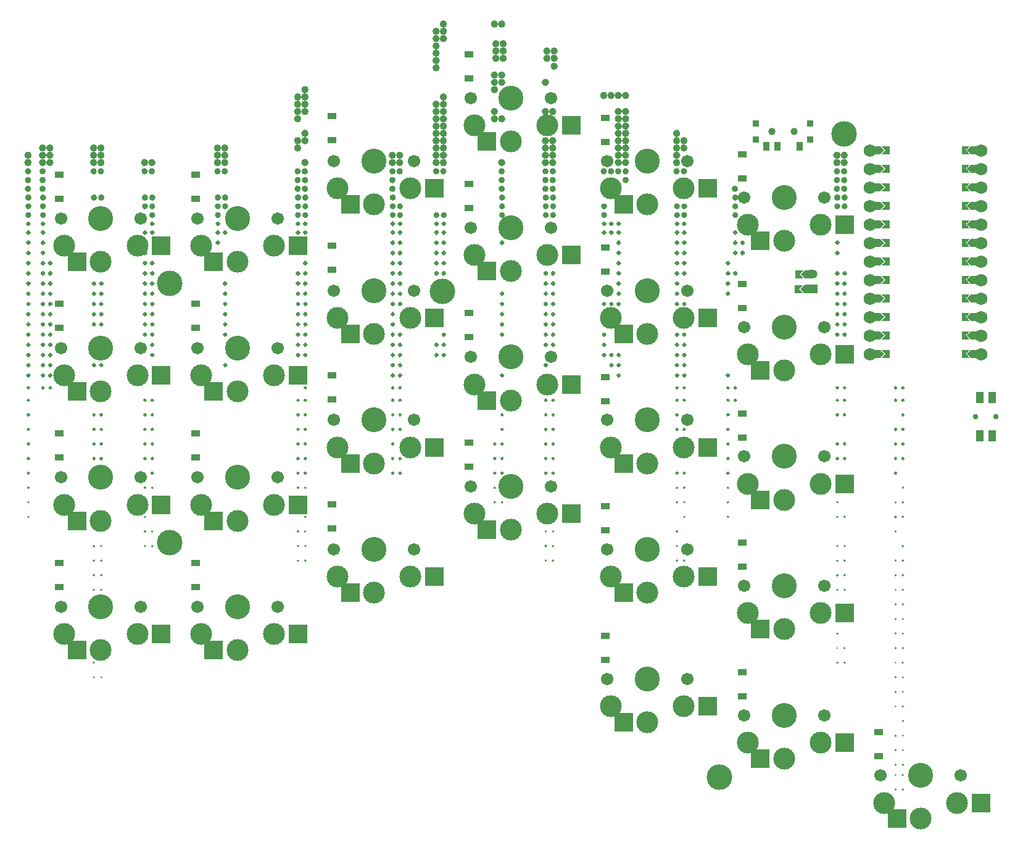
<source format=gbr>
%TF.GenerationSoftware,KiCad,Pcbnew,8.0.5*%
%TF.CreationDate,2024-10-08T15:48:39-07:00*%
%TF.ProjectId,qimera_pcb,71696d65-7261-45f7-9063-622e6b696361,v1.0.0*%
%TF.SameCoordinates,Original*%
%TF.FileFunction,Soldermask,Top*%
%TF.FilePolarity,Negative*%
%FSLAX46Y46*%
G04 Gerber Fmt 4.6, Leading zero omitted, Abs format (unit mm)*
G04 Created by KiCad (PCBNEW 8.0.5) date 2024-10-08 15:48:39*
%MOMM*%
%LPD*%
G01*
G04 APERTURE LIST*
%ADD10C,0.400000*%
%ADD11C,0.300000*%
%ADD12C,0.500000*%
%ADD13C,0.350000*%
%ADD14C,0.450000*%
%ADD15C,0.200000*%
%ADD16C,0.250000*%
%ADD17C,0.150000*%
%ADD18C,0.050000*%
%ADD19C,1.701800*%
%ADD20C,3.000000*%
%ADD21C,3.429000*%
%ADD22R,2.600000X2.600000*%
%ADD23R,0.900000X0.900000*%
%ADD24C,1.000000*%
%ADD25R,0.900000X1.250000*%
%ADD26C,0.750000*%
%ADD27R,1.000000X1.550000*%
%ADD28R,1.200000X0.900000*%
%ADD29C,3.500000*%
%ADD30C,1.752600*%
%ADD31R,1.700000X1.200000*%
%ADD32O,1.700000X1.200000*%
G04 APERTURE END LIST*
D10*
X145250000Y-107900000D02*
G75*
G02*
X144850000Y-107900000I-200000J0D01*
G01*
X144850000Y-107900000D02*
G75*
G02*
X145250000Y-107900000I200000J0D01*
G01*
X145250000Y-106700000D02*
G75*
G02*
X144850000Y-106700000I-200000J0D01*
G01*
X144850000Y-106700000D02*
G75*
G02*
X145250000Y-106700000I200000J0D01*
G01*
D11*
X146200000Y-128500000D02*
G75*
G02*
X145900000Y-128500000I-150000J0D01*
G01*
X145900000Y-128500000D02*
G75*
G02*
X146200000Y-128500000I150000J0D01*
G01*
D12*
X145250000Y-100700000D02*
G75*
G02*
X144750000Y-100700000I-250000J0D01*
G01*
X144750000Y-100700000D02*
G75*
G02*
X145250000Y-100700000I250000J0D01*
G01*
D13*
X145225000Y-110300000D02*
G75*
G02*
X144875000Y-110300000I-175000J0D01*
G01*
X144875000Y-110300000D02*
G75*
G02*
X145225000Y-110300000I175000J0D01*
G01*
D12*
X145250000Y-99700000D02*
G75*
G02*
X144750000Y-99700000I-250000J0D01*
G01*
X144750000Y-99700000D02*
G75*
G02*
X145250000Y-99700000I250000J0D01*
G01*
D13*
X146225000Y-117300000D02*
G75*
G02*
X145875000Y-117300000I-175000J0D01*
G01*
X145875000Y-117300000D02*
G75*
G02*
X146225000Y-117300000I175000J0D01*
G01*
D14*
X145275000Y-105500000D02*
G75*
G02*
X144825000Y-105500000I-225000J0D01*
G01*
X144825000Y-105500000D02*
G75*
G02*
X145275000Y-105500000I225000J0D01*
G01*
D12*
X145250000Y-98700000D02*
G75*
G02*
X144750000Y-98700000I-250000J0D01*
G01*
X144750000Y-98700000D02*
G75*
G02*
X145250000Y-98700000I250000J0D01*
G01*
D14*
X145225000Y-101900000D02*
G75*
G02*
X144775000Y-101900000I-225000J0D01*
G01*
X144775000Y-101900000D02*
G75*
G02*
X145225000Y-101900000I225000J0D01*
G01*
D10*
X146250000Y-106700000D02*
G75*
G02*
X145850000Y-106700000I-200000J0D01*
G01*
X145850000Y-106700000D02*
G75*
G02*
X146250000Y-106700000I200000J0D01*
G01*
D11*
X146200000Y-124300000D02*
G75*
G02*
X145900000Y-124300000I-150000J0D01*
G01*
X145900000Y-124300000D02*
G75*
G02*
X146200000Y-124300000I150000J0D01*
G01*
D13*
X145225000Y-109100000D02*
G75*
G02*
X144875000Y-109100000I-175000J0D01*
G01*
X144875000Y-109100000D02*
G75*
G02*
X145225000Y-109100000I175000J0D01*
G01*
X146225000Y-110300000D02*
G75*
G02*
X145875000Y-110300000I-175000J0D01*
G01*
X145875000Y-110300000D02*
G75*
G02*
X146225000Y-110300000I175000J0D01*
G01*
D12*
X146250000Y-99700000D02*
G75*
G02*
X145750000Y-99700000I-250000J0D01*
G01*
X145750000Y-99700000D02*
G75*
G02*
X146250000Y-99700000I250000J0D01*
G01*
D11*
X146200000Y-118700000D02*
G75*
G02*
X145900000Y-118700000I-150000J0D01*
G01*
X145900000Y-118700000D02*
G75*
G02*
X146200000Y-118700000I150000J0D01*
G01*
D14*
X146225000Y-101900000D02*
G75*
G02*
X145775000Y-101900000I-225000J0D01*
G01*
X145775000Y-101900000D02*
G75*
G02*
X146225000Y-101900000I225000J0D01*
G01*
D11*
X146200000Y-122900000D02*
G75*
G02*
X145900000Y-122900000I-150000J0D01*
G01*
X145900000Y-122900000D02*
G75*
G02*
X146200000Y-122900000I150000J0D01*
G01*
X146200000Y-121500000D02*
G75*
G02*
X145900000Y-121500000I-150000J0D01*
G01*
X145900000Y-121500000D02*
G75*
G02*
X146200000Y-121500000I150000J0D01*
G01*
D14*
X146275000Y-105500000D02*
G75*
G02*
X145825000Y-105500000I-225000J0D01*
G01*
X145825000Y-105500000D02*
G75*
G02*
X146275000Y-105500000I225000J0D01*
G01*
D12*
X146250000Y-100700000D02*
G75*
G02*
X145750000Y-100700000I-250000J0D01*
G01*
X145750000Y-100700000D02*
G75*
G02*
X146250000Y-100700000I250000J0D01*
G01*
D11*
X146200000Y-120100000D02*
G75*
G02*
X145900000Y-120100000I-150000J0D01*
G01*
X145900000Y-120100000D02*
G75*
G02*
X146200000Y-120100000I150000J0D01*
G01*
D12*
X146250000Y-98700000D02*
G75*
G02*
X145750000Y-98700000I-250000J0D01*
G01*
X145750000Y-98700000D02*
G75*
G02*
X146250000Y-98700000I250000J0D01*
G01*
D13*
X145225000Y-111700000D02*
G75*
G02*
X144875000Y-111700000I-175000J0D01*
G01*
X144875000Y-111700000D02*
G75*
G02*
X145225000Y-111700000I175000J0D01*
G01*
X135225000Y-115900000D02*
G75*
G02*
X134875000Y-115900000I-175000J0D01*
G01*
X134875000Y-115900000D02*
G75*
G02*
X135225000Y-115900000I175000J0D01*
G01*
X135225000Y-111700000D02*
G75*
G02*
X134875000Y-111700000I-175000J0D01*
G01*
X134875000Y-111700000D02*
G75*
G02*
X135225000Y-111700000I175000J0D01*
G01*
D11*
X136200000Y-118700000D02*
G75*
G02*
X135900000Y-118700000I-150000J0D01*
G01*
X135900000Y-118700000D02*
G75*
G02*
X136200000Y-118700000I150000J0D01*
G01*
D15*
X136150000Y-151300000D02*
G75*
G02*
X135950000Y-151300000I-100000J0D01*
G01*
X135950000Y-151300000D02*
G75*
G02*
X136150000Y-151300000I100000J0D01*
G01*
X135150000Y-153300000D02*
G75*
G02*
X134950000Y-153300000I-100000J0D01*
G01*
X134950000Y-153300000D02*
G75*
G02*
X135150000Y-153300000I100000J0D01*
G01*
X136150000Y-145300000D02*
G75*
G02*
X135950000Y-145300000I-100000J0D01*
G01*
X135950000Y-145300000D02*
G75*
G02*
X136150000Y-145300000I100000J0D01*
G01*
X135150000Y-149300000D02*
G75*
G02*
X134950000Y-149300000I-100000J0D01*
G01*
X134950000Y-149300000D02*
G75*
G02*
X135150000Y-149300000I100000J0D01*
G01*
D11*
X135200000Y-129900000D02*
G75*
G02*
X134900000Y-129900000I-150000J0D01*
G01*
X134900000Y-129900000D02*
G75*
G02*
X135200000Y-129900000I150000J0D01*
G01*
X136200000Y-125700000D02*
G75*
G02*
X135900000Y-125700000I-150000J0D01*
G01*
X135900000Y-125700000D02*
G75*
G02*
X136200000Y-125700000I150000J0D01*
G01*
D13*
X136225000Y-110300000D02*
G75*
G02*
X135875000Y-110300000I-175000J0D01*
G01*
X135875000Y-110300000D02*
G75*
G02*
X136225000Y-110300000I175000J0D01*
G01*
D11*
X135200000Y-120100000D02*
G75*
G02*
X134900000Y-120100000I-150000J0D01*
G01*
X134900000Y-120100000D02*
G75*
G02*
X135200000Y-120100000I150000J0D01*
G01*
X136200000Y-127100000D02*
G75*
G02*
X135900000Y-127100000I-150000J0D01*
G01*
X135900000Y-127100000D02*
G75*
G02*
X136200000Y-127100000I150000J0D01*
G01*
D13*
X135225000Y-113100000D02*
G75*
G02*
X134875000Y-113100000I-175000J0D01*
G01*
X134875000Y-113100000D02*
G75*
G02*
X135225000Y-113100000I175000J0D01*
G01*
D10*
X136250000Y-107900000D02*
G75*
G02*
X135850000Y-107900000I-200000J0D01*
G01*
X135850000Y-107900000D02*
G75*
G02*
X136250000Y-107900000I200000J0D01*
G01*
D16*
X135175000Y-135300000D02*
G75*
G02*
X134925000Y-135300000I-125000J0D01*
G01*
X134925000Y-135300000D02*
G75*
G02*
X135175000Y-135300000I125000J0D01*
G01*
D11*
X135200000Y-124300000D02*
G75*
G02*
X134900000Y-124300000I-150000J0D01*
G01*
X134900000Y-124300000D02*
G75*
G02*
X135200000Y-124300000I150000J0D01*
G01*
D13*
X136225000Y-115900000D02*
G75*
G02*
X135875000Y-115900000I-175000J0D01*
G01*
X135875000Y-115900000D02*
G75*
G02*
X136225000Y-115900000I175000J0D01*
G01*
X136225000Y-114500000D02*
G75*
G02*
X135875000Y-114500000I-175000J0D01*
G01*
X135875000Y-114500000D02*
G75*
G02*
X136225000Y-114500000I175000J0D01*
G01*
D16*
X136175000Y-133300000D02*
G75*
G02*
X135925000Y-133300000I-125000J0D01*
G01*
X135925000Y-133300000D02*
G75*
G02*
X136175000Y-133300000I125000J0D01*
G01*
D11*
X136200000Y-120100000D02*
G75*
G02*
X135900000Y-120100000I-150000J0D01*
G01*
X135900000Y-120100000D02*
G75*
G02*
X136200000Y-120100000I150000J0D01*
G01*
D16*
X135175000Y-141300000D02*
G75*
G02*
X134925000Y-141300000I-125000J0D01*
G01*
X134925000Y-141300000D02*
G75*
G02*
X135175000Y-141300000I125000J0D01*
G01*
D15*
X135150000Y-145300000D02*
G75*
G02*
X134950000Y-145300000I-100000J0D01*
G01*
X134950000Y-145300000D02*
G75*
G02*
X135150000Y-145300000I100000J0D01*
G01*
D11*
X135200000Y-118700000D02*
G75*
G02*
X134900000Y-118700000I-150000J0D01*
G01*
X134900000Y-118700000D02*
G75*
G02*
X135200000Y-118700000I150000J0D01*
G01*
D16*
X136175000Y-139300000D02*
G75*
G02*
X135925000Y-139300000I-125000J0D01*
G01*
X135925000Y-139300000D02*
G75*
G02*
X136175000Y-139300000I125000J0D01*
G01*
D11*
X136200000Y-124300000D02*
G75*
G02*
X135900000Y-124300000I-150000J0D01*
G01*
X135900000Y-124300000D02*
G75*
G02*
X136200000Y-124300000I150000J0D01*
G01*
D12*
X136250000Y-100700000D02*
G75*
G02*
X135750000Y-100700000I-250000J0D01*
G01*
X135750000Y-100700000D02*
G75*
G02*
X136250000Y-100700000I250000J0D01*
G01*
D16*
X136175000Y-141300000D02*
G75*
G02*
X135925000Y-141300000I-125000J0D01*
G01*
X135925000Y-141300000D02*
G75*
G02*
X136175000Y-141300000I125000J0D01*
G01*
D13*
X136225000Y-109100000D02*
G75*
G02*
X135875000Y-109100000I-175000J0D01*
G01*
X135875000Y-109100000D02*
G75*
G02*
X136225000Y-109100000I175000J0D01*
G01*
D14*
X135225000Y-101900000D02*
G75*
G02*
X134775000Y-101900000I-225000J0D01*
G01*
X134775000Y-101900000D02*
G75*
G02*
X135225000Y-101900000I225000J0D01*
G01*
D10*
X136250000Y-106700000D02*
G75*
G02*
X135850000Y-106700000I-200000J0D01*
G01*
X135850000Y-106700000D02*
G75*
G02*
X136250000Y-106700000I200000J0D01*
G01*
D14*
X136275000Y-105500000D02*
G75*
G02*
X135825000Y-105500000I-225000J0D01*
G01*
X135825000Y-105500000D02*
G75*
G02*
X136275000Y-105500000I225000J0D01*
G01*
D13*
X135225000Y-117300000D02*
G75*
G02*
X134875000Y-117300000I-175000J0D01*
G01*
X134875000Y-117300000D02*
G75*
G02*
X135225000Y-117300000I175000J0D01*
G01*
D16*
X136175000Y-135300000D02*
G75*
G02*
X135925000Y-135300000I-125000J0D01*
G01*
X135925000Y-135300000D02*
G75*
G02*
X136175000Y-135300000I125000J0D01*
G01*
X136175000Y-137300000D02*
G75*
G02*
X135925000Y-137300000I-125000J0D01*
G01*
X135925000Y-137300000D02*
G75*
G02*
X136175000Y-137300000I125000J0D01*
G01*
X136175000Y-143300000D02*
G75*
G02*
X135925000Y-143300000I-125000J0D01*
G01*
X135925000Y-143300000D02*
G75*
G02*
X136175000Y-143300000I125000J0D01*
G01*
D11*
X136200000Y-121500000D02*
G75*
G02*
X135900000Y-121500000I-150000J0D01*
G01*
X135900000Y-121500000D02*
G75*
G02*
X136200000Y-121500000I150000J0D01*
G01*
D16*
X135175000Y-133300000D02*
G75*
G02*
X134925000Y-133300000I-125000J0D01*
G01*
X134925000Y-133300000D02*
G75*
G02*
X135175000Y-133300000I125000J0D01*
G01*
D14*
X136225000Y-101900000D02*
G75*
G02*
X135775000Y-101900000I-225000J0D01*
G01*
X135775000Y-101900000D02*
G75*
G02*
X136225000Y-101900000I225000J0D01*
G01*
D11*
X136200000Y-122900000D02*
G75*
G02*
X135900000Y-122900000I-150000J0D01*
G01*
X135900000Y-122900000D02*
G75*
G02*
X136200000Y-122900000I150000J0D01*
G01*
D14*
X135275000Y-105500000D02*
G75*
G02*
X134825000Y-105500000I-225000J0D01*
G01*
X134825000Y-105500000D02*
G75*
G02*
X135275000Y-105500000I225000J0D01*
G01*
D16*
X135175000Y-139300000D02*
G75*
G02*
X134925000Y-139300000I-125000J0D01*
G01*
X134925000Y-139300000D02*
G75*
G02*
X135175000Y-139300000I125000J0D01*
G01*
D13*
X135225000Y-110300000D02*
G75*
G02*
X134875000Y-110300000I-175000J0D01*
G01*
X134875000Y-110300000D02*
G75*
G02*
X135225000Y-110300000I175000J0D01*
G01*
D16*
X135175000Y-137300000D02*
G75*
G02*
X134925000Y-137300000I-125000J0D01*
G01*
X134925000Y-137300000D02*
G75*
G02*
X135175000Y-137300000I125000J0D01*
G01*
D13*
X135225000Y-114500000D02*
G75*
G02*
X134875000Y-114500000I-175000J0D01*
G01*
X134875000Y-114500000D02*
G75*
G02*
X135225000Y-114500000I175000J0D01*
G01*
X136225000Y-117300000D02*
G75*
G02*
X135875000Y-117300000I-175000J0D01*
G01*
X135875000Y-117300000D02*
G75*
G02*
X136225000Y-117300000I175000J0D01*
G01*
D12*
X135250000Y-100700000D02*
G75*
G02*
X134750000Y-100700000I-250000J0D01*
G01*
X134750000Y-100700000D02*
G75*
G02*
X135250000Y-100700000I250000J0D01*
G01*
D11*
X135200000Y-122900000D02*
G75*
G02*
X134900000Y-122900000I-150000J0D01*
G01*
X134900000Y-122900000D02*
G75*
G02*
X135200000Y-122900000I150000J0D01*
G01*
D10*
X135250000Y-106700000D02*
G75*
G02*
X134850000Y-106700000I-200000J0D01*
G01*
X134850000Y-106700000D02*
G75*
G02*
X135250000Y-106700000I200000J0D01*
G01*
D15*
X135150000Y-151300000D02*
G75*
G02*
X134950000Y-151300000I-100000J0D01*
G01*
X134950000Y-151300000D02*
G75*
G02*
X135150000Y-151300000I100000J0D01*
G01*
D11*
X135200000Y-121500000D02*
G75*
G02*
X134900000Y-121500000I-150000J0D01*
G01*
X134900000Y-121500000D02*
G75*
G02*
X135200000Y-121500000I150000J0D01*
G01*
D15*
X136150000Y-153300000D02*
G75*
G02*
X135950000Y-153300000I-100000J0D01*
G01*
X135950000Y-153300000D02*
G75*
G02*
X136150000Y-153300000I100000J0D01*
G01*
D17*
X128125000Y-169300000D02*
G75*
G02*
X127975000Y-169300000I-75000J0D01*
G01*
X127975000Y-169300000D02*
G75*
G02*
X128125000Y-169300000I75000J0D01*
G01*
D13*
X129225000Y-117300000D02*
G75*
G02*
X128875000Y-117300000I-175000J0D01*
G01*
X128875000Y-117300000D02*
G75*
G02*
X129225000Y-117300000I175000J0D01*
G01*
D15*
X128150000Y-153300000D02*
G75*
G02*
X127950000Y-153300000I-100000J0D01*
G01*
X127950000Y-153300000D02*
G75*
G02*
X128150000Y-153300000I100000J0D01*
G01*
D12*
X129250000Y-99700000D02*
G75*
G02*
X128750000Y-99700000I-250000J0D01*
G01*
X128750000Y-99700000D02*
G75*
G02*
X129250000Y-99700000I250000J0D01*
G01*
D11*
X128200000Y-122900000D02*
G75*
G02*
X127900000Y-122900000I-150000J0D01*
G01*
X127900000Y-122900000D02*
G75*
G02*
X128200000Y-122900000I150000J0D01*
G01*
D16*
X128175000Y-139300000D02*
G75*
G02*
X127925000Y-139300000I-125000J0D01*
G01*
X127925000Y-139300000D02*
G75*
G02*
X128175000Y-139300000I125000J0D01*
G01*
D14*
X128225000Y-101900000D02*
G75*
G02*
X127775000Y-101900000I-225000J0D01*
G01*
X127775000Y-101900000D02*
G75*
G02*
X128225000Y-101900000I225000J0D01*
G01*
D11*
X129200000Y-120100000D02*
G75*
G02*
X128900000Y-120100000I-150000J0D01*
G01*
X128900000Y-120100000D02*
G75*
G02*
X129200000Y-120100000I150000J0D01*
G01*
D15*
X128150000Y-155300000D02*
G75*
G02*
X127950000Y-155300000I-100000J0D01*
G01*
X127950000Y-155300000D02*
G75*
G02*
X128150000Y-155300000I100000J0D01*
G01*
D11*
X128200000Y-128500000D02*
G75*
G02*
X127900000Y-128500000I-150000J0D01*
G01*
X127900000Y-128500000D02*
G75*
G02*
X128200000Y-128500000I150000J0D01*
G01*
X128200000Y-121500000D02*
G75*
G02*
X127900000Y-121500000I-150000J0D01*
G01*
X127900000Y-121500000D02*
G75*
G02*
X128200000Y-121500000I150000J0D01*
G01*
D16*
X129175000Y-137300000D02*
G75*
G02*
X128925000Y-137300000I-125000J0D01*
G01*
X128925000Y-137300000D02*
G75*
G02*
X129175000Y-137300000I125000J0D01*
G01*
X129175000Y-135300000D02*
G75*
G02*
X128925000Y-135300000I-125000J0D01*
G01*
X128925000Y-135300000D02*
G75*
G02*
X129175000Y-135300000I125000J0D01*
G01*
D11*
X128200000Y-120100000D02*
G75*
G02*
X127900000Y-120100000I-150000J0D01*
G01*
X127900000Y-120100000D02*
G75*
G02*
X128200000Y-120100000I150000J0D01*
G01*
D17*
X128125000Y-159300000D02*
G75*
G02*
X127975000Y-159300000I-75000J0D01*
G01*
X127975000Y-159300000D02*
G75*
G02*
X128125000Y-159300000I75000J0D01*
G01*
D11*
X129200000Y-128500000D02*
G75*
G02*
X128900000Y-128500000I-150000J0D01*
G01*
X128900000Y-128500000D02*
G75*
G02*
X129200000Y-128500000I150000J0D01*
G01*
D15*
X129150000Y-155300000D02*
G75*
G02*
X128950000Y-155300000I-100000J0D01*
G01*
X128950000Y-155300000D02*
G75*
G02*
X129150000Y-155300000I100000J0D01*
G01*
D13*
X128225000Y-117300000D02*
G75*
G02*
X127875000Y-117300000I-175000J0D01*
G01*
X127875000Y-117300000D02*
G75*
G02*
X128225000Y-117300000I175000J0D01*
G01*
D11*
X128200000Y-127100000D02*
G75*
G02*
X127900000Y-127100000I-150000J0D01*
G01*
X127900000Y-127100000D02*
G75*
G02*
X128200000Y-127100000I150000J0D01*
G01*
D12*
X128250000Y-100700000D02*
G75*
G02*
X127750000Y-100700000I-250000J0D01*
G01*
X127750000Y-100700000D02*
G75*
G02*
X128250000Y-100700000I250000J0D01*
G01*
D15*
X129150000Y-157300000D02*
G75*
G02*
X128950000Y-157300000I-100000J0D01*
G01*
X128950000Y-157300000D02*
G75*
G02*
X129150000Y-157300000I100000J0D01*
G01*
D11*
X129200000Y-121500000D02*
G75*
G02*
X128900000Y-121500000I-150000J0D01*
G01*
X128900000Y-121500000D02*
G75*
G02*
X129200000Y-121500000I150000J0D01*
G01*
D12*
X129250000Y-98700000D02*
G75*
G02*
X128750000Y-98700000I-250000J0D01*
G01*
X128750000Y-98700000D02*
G75*
G02*
X129250000Y-98700000I250000J0D01*
G01*
D16*
X129175000Y-139300000D02*
G75*
G02*
X128925000Y-139300000I-125000J0D01*
G01*
X128925000Y-139300000D02*
G75*
G02*
X129175000Y-139300000I125000J0D01*
G01*
D12*
X129250000Y-100700000D02*
G75*
G02*
X128750000Y-100700000I-250000J0D01*
G01*
X128750000Y-100700000D02*
G75*
G02*
X129250000Y-100700000I250000J0D01*
G01*
D17*
X128125000Y-161300000D02*
G75*
G02*
X127975000Y-161300000I-75000J0D01*
G01*
X127975000Y-161300000D02*
G75*
G02*
X128125000Y-161300000I75000J0D01*
G01*
D11*
X129200000Y-122900000D02*
G75*
G02*
X128900000Y-122900000I-150000J0D01*
G01*
X128900000Y-122900000D02*
G75*
G02*
X129200000Y-122900000I150000J0D01*
G01*
D14*
X128275000Y-105500000D02*
G75*
G02*
X127825000Y-105500000I-225000J0D01*
G01*
X127825000Y-105500000D02*
G75*
G02*
X128275000Y-105500000I225000J0D01*
G01*
D16*
X128175000Y-143300000D02*
G75*
G02*
X127925000Y-143300000I-125000J0D01*
G01*
X127925000Y-143300000D02*
G75*
G02*
X128175000Y-143300000I125000J0D01*
G01*
D15*
X129150000Y-153300000D02*
G75*
G02*
X128950000Y-153300000I-100000J0D01*
G01*
X128950000Y-153300000D02*
G75*
G02*
X129150000Y-153300000I100000J0D01*
G01*
D16*
X128175000Y-135300000D02*
G75*
G02*
X127925000Y-135300000I-125000J0D01*
G01*
X127925000Y-135300000D02*
G75*
G02*
X128175000Y-135300000I125000J0D01*
G01*
X129175000Y-141300000D02*
G75*
G02*
X128925000Y-141300000I-125000J0D01*
G01*
X128925000Y-141300000D02*
G75*
G02*
X129175000Y-141300000I125000J0D01*
G01*
D17*
X128125000Y-171300000D02*
G75*
G02*
X127975000Y-171300000I-75000J0D01*
G01*
X127975000Y-171300000D02*
G75*
G02*
X128125000Y-171300000I75000J0D01*
G01*
D11*
X129200000Y-118700000D02*
G75*
G02*
X128900000Y-118700000I-150000J0D01*
G01*
X128900000Y-118700000D02*
G75*
G02*
X129200000Y-118700000I150000J0D01*
G01*
D15*
X128150000Y-157300000D02*
G75*
G02*
X127950000Y-157300000I-100000J0D01*
G01*
X127950000Y-157300000D02*
G75*
G02*
X128150000Y-157300000I100000J0D01*
G01*
D17*
X129125000Y-159300000D02*
G75*
G02*
X128975000Y-159300000I-75000J0D01*
G01*
X128975000Y-159300000D02*
G75*
G02*
X129125000Y-159300000I75000J0D01*
G01*
D16*
X128175000Y-137300000D02*
G75*
G02*
X127925000Y-137300000I-125000J0D01*
G01*
X127925000Y-137300000D02*
G75*
G02*
X128175000Y-137300000I125000J0D01*
G01*
D12*
X128250000Y-99700000D02*
G75*
G02*
X127750000Y-99700000I-250000J0D01*
G01*
X127750000Y-99700000D02*
G75*
G02*
X128250000Y-99700000I250000J0D01*
G01*
D16*
X128175000Y-141300000D02*
G75*
G02*
X127925000Y-141300000I-125000J0D01*
G01*
X127925000Y-141300000D02*
G75*
G02*
X128175000Y-141300000I125000J0D01*
G01*
D17*
X129125000Y-171300000D02*
G75*
G02*
X128975000Y-171300000I-75000J0D01*
G01*
X128975000Y-171300000D02*
G75*
G02*
X129125000Y-171300000I75000J0D01*
G01*
D14*
X129225000Y-101900000D02*
G75*
G02*
X128775000Y-101900000I-225000J0D01*
G01*
X128775000Y-101900000D02*
G75*
G02*
X129225000Y-101900000I225000J0D01*
G01*
X129275000Y-105500000D02*
G75*
G02*
X128825000Y-105500000I-225000J0D01*
G01*
X128825000Y-105500000D02*
G75*
G02*
X129275000Y-105500000I225000J0D01*
G01*
D11*
X128200000Y-118700000D02*
G75*
G02*
X127900000Y-118700000I-150000J0D01*
G01*
X127900000Y-118700000D02*
G75*
G02*
X128200000Y-118700000I150000J0D01*
G01*
D12*
X128250000Y-98700000D02*
G75*
G02*
X127750000Y-98700000I-250000J0D01*
G01*
X127750000Y-98700000D02*
G75*
G02*
X128250000Y-98700000I250000J0D01*
G01*
D13*
X121225000Y-113100000D02*
G75*
G02*
X120875000Y-113100000I-175000J0D01*
G01*
X120875000Y-113100000D02*
G75*
G02*
X121225000Y-113100000I175000J0D01*
G01*
D12*
X122250000Y-99700000D02*
G75*
G02*
X121750000Y-99700000I-250000J0D01*
G01*
X121750000Y-99700000D02*
G75*
G02*
X122250000Y-99700000I250000J0D01*
G01*
X122250000Y-100700000D02*
G75*
G02*
X121750000Y-100700000I-250000J0D01*
G01*
X121750000Y-100700000D02*
G75*
G02*
X122250000Y-100700000I250000J0D01*
G01*
D14*
X121275000Y-105500000D02*
G75*
G02*
X120825000Y-105500000I-225000J0D01*
G01*
X120825000Y-105500000D02*
G75*
G02*
X121275000Y-105500000I225000J0D01*
G01*
D11*
X121200000Y-122900000D02*
G75*
G02*
X120900000Y-122900000I-150000J0D01*
G01*
X120900000Y-122900000D02*
G75*
G02*
X121200000Y-122900000I150000J0D01*
G01*
D14*
X121225000Y-101900000D02*
G75*
G02*
X120775000Y-101900000I-225000J0D01*
G01*
X120775000Y-101900000D02*
G75*
G02*
X121225000Y-101900000I225000J0D01*
G01*
D11*
X122200000Y-128500000D02*
G75*
G02*
X121900000Y-128500000I-150000J0D01*
G01*
X121900000Y-128500000D02*
G75*
G02*
X122200000Y-128500000I150000J0D01*
G01*
D13*
X121225000Y-114500000D02*
G75*
G02*
X120875000Y-114500000I-175000J0D01*
G01*
X120875000Y-114500000D02*
G75*
G02*
X121225000Y-114500000I175000J0D01*
G01*
X121225000Y-109100000D02*
G75*
G02*
X120875000Y-109100000I-175000J0D01*
G01*
X120875000Y-109100000D02*
G75*
G02*
X121225000Y-109100000I175000J0D01*
G01*
D14*
X121225000Y-103100000D02*
G75*
G02*
X120775000Y-103100000I-225000J0D01*
G01*
X120775000Y-103100000D02*
G75*
G02*
X121225000Y-103100000I225000J0D01*
G01*
D11*
X122200000Y-124300000D02*
G75*
G02*
X121900000Y-124300000I-150000J0D01*
G01*
X121900000Y-124300000D02*
G75*
G02*
X122200000Y-124300000I150000J0D01*
G01*
X122200000Y-127100000D02*
G75*
G02*
X121900000Y-127100000I-150000J0D01*
G01*
X121900000Y-127100000D02*
G75*
G02*
X122200000Y-127100000I150000J0D01*
G01*
X122200000Y-129900000D02*
G75*
G02*
X121900000Y-129900000I-150000J0D01*
G01*
X121900000Y-129900000D02*
G75*
G02*
X122200000Y-129900000I150000J0D01*
G01*
D12*
X121250000Y-98700000D02*
G75*
G02*
X120750000Y-98700000I-250000J0D01*
G01*
X120750000Y-98700000D02*
G75*
G02*
X121250000Y-98700000I250000J0D01*
G01*
D13*
X122225000Y-115900000D02*
G75*
G02*
X121875000Y-115900000I-175000J0D01*
G01*
X121875000Y-115900000D02*
G75*
G02*
X122225000Y-115900000I175000J0D01*
G01*
D11*
X122200000Y-118700000D02*
G75*
G02*
X121900000Y-118700000I-150000J0D01*
G01*
X121900000Y-118700000D02*
G75*
G02*
X122200000Y-118700000I150000J0D01*
G01*
X122200000Y-121500000D02*
G75*
G02*
X121900000Y-121500000I-150000J0D01*
G01*
X121900000Y-121500000D02*
G75*
G02*
X122200000Y-121500000I150000J0D01*
G01*
D16*
X121175000Y-131600000D02*
G75*
G02*
X120925000Y-131600000I-125000J0D01*
G01*
X120925000Y-131600000D02*
G75*
G02*
X121175000Y-131600000I125000J0D01*
G01*
D11*
X121200000Y-124300000D02*
G75*
G02*
X120900000Y-124300000I-150000J0D01*
G01*
X120900000Y-124300000D02*
G75*
G02*
X121200000Y-124300000I150000J0D01*
G01*
X121200000Y-120100000D02*
G75*
G02*
X120900000Y-120100000I-150000J0D01*
G01*
X120900000Y-120100000D02*
G75*
G02*
X121200000Y-120100000I150000J0D01*
G01*
X122200000Y-122900000D02*
G75*
G02*
X121900000Y-122900000I-150000J0D01*
G01*
X121900000Y-122900000D02*
G75*
G02*
X122200000Y-122900000I150000J0D01*
G01*
D13*
X121225000Y-117300000D02*
G75*
G02*
X120875000Y-117300000I-175000J0D01*
G01*
X120875000Y-117300000D02*
G75*
G02*
X121225000Y-117300000I175000J0D01*
G01*
D11*
X121200000Y-125700000D02*
G75*
G02*
X120900000Y-125700000I-150000J0D01*
G01*
X120900000Y-125700000D02*
G75*
G02*
X121200000Y-125700000I150000J0D01*
G01*
X121200000Y-128500000D02*
G75*
G02*
X120900000Y-128500000I-150000J0D01*
G01*
X120900000Y-128500000D02*
G75*
G02*
X121200000Y-128500000I150000J0D01*
G01*
D12*
X122250000Y-98700000D02*
G75*
G02*
X121750000Y-98700000I-250000J0D01*
G01*
X121750000Y-98700000D02*
G75*
G02*
X122250000Y-98700000I250000J0D01*
G01*
D10*
X121250000Y-106700000D02*
G75*
G02*
X120850000Y-106700000I-200000J0D01*
G01*
X120850000Y-106700000D02*
G75*
G02*
X121250000Y-106700000I200000J0D01*
G01*
X121250000Y-107900000D02*
G75*
G02*
X120850000Y-107900000I-200000J0D01*
G01*
X120850000Y-107900000D02*
G75*
G02*
X121250000Y-107900000I200000J0D01*
G01*
D12*
X121250000Y-100700000D02*
G75*
G02*
X120750000Y-100700000I-250000J0D01*
G01*
X120750000Y-100700000D02*
G75*
G02*
X121250000Y-100700000I250000J0D01*
G01*
D11*
X122200000Y-125700000D02*
G75*
G02*
X121900000Y-125700000I-150000J0D01*
G01*
X121900000Y-125700000D02*
G75*
G02*
X122200000Y-125700000I150000J0D01*
G01*
X121200000Y-127100000D02*
G75*
G02*
X120900000Y-127100000I-150000J0D01*
G01*
X120900000Y-127100000D02*
G75*
G02*
X121200000Y-127100000I150000J0D01*
G01*
D16*
X122175000Y-131600000D02*
G75*
G02*
X121925000Y-131600000I-125000J0D01*
G01*
X121925000Y-131600000D02*
G75*
G02*
X122175000Y-131600000I125000J0D01*
G01*
D13*
X122225000Y-114500000D02*
G75*
G02*
X121875000Y-114500000I-175000J0D01*
G01*
X121875000Y-114500000D02*
G75*
G02*
X122225000Y-114500000I175000J0D01*
G01*
D11*
X121200000Y-121500000D02*
G75*
G02*
X120900000Y-121500000I-150000J0D01*
G01*
X120900000Y-121500000D02*
G75*
G02*
X121200000Y-121500000I150000J0D01*
G01*
D12*
X121250000Y-99700000D02*
G75*
G02*
X120750000Y-99700000I-250000J0D01*
G01*
X120750000Y-99700000D02*
G75*
G02*
X121250000Y-99700000I250000J0D01*
G01*
D11*
X121200000Y-129900000D02*
G75*
G02*
X120900000Y-129900000I-150000J0D01*
G01*
X120900000Y-129900000D02*
G75*
G02*
X121200000Y-129900000I150000J0D01*
G01*
D13*
X122225000Y-117300000D02*
G75*
G02*
X121875000Y-117300000I-175000J0D01*
G01*
X121875000Y-117300000D02*
G75*
G02*
X122225000Y-117300000I175000J0D01*
G01*
X121225000Y-111700000D02*
G75*
G02*
X120875000Y-111700000I-175000J0D01*
G01*
X120875000Y-111700000D02*
G75*
G02*
X121225000Y-111700000I175000J0D01*
G01*
D11*
X121200000Y-118700000D02*
G75*
G02*
X120900000Y-118700000I-150000J0D01*
G01*
X120900000Y-118700000D02*
G75*
G02*
X121200000Y-118700000I150000J0D01*
G01*
D13*
X121225000Y-115900000D02*
G75*
G02*
X120875000Y-115900000I-175000J0D01*
G01*
X120875000Y-115900000D02*
G75*
G02*
X121225000Y-115900000I175000J0D01*
G01*
X121225000Y-110300000D02*
G75*
G02*
X120875000Y-110300000I-175000J0D01*
G01*
X120875000Y-110300000D02*
G75*
G02*
X121225000Y-110300000I175000J0D01*
G01*
D11*
X122200000Y-120100000D02*
G75*
G02*
X121900000Y-120100000I-150000J0D01*
G01*
X121900000Y-120100000D02*
G75*
G02*
X122200000Y-120100000I150000J0D01*
G01*
D14*
X121225000Y-104300000D02*
G75*
G02*
X120775000Y-104300000I-225000J0D01*
G01*
X120775000Y-104300000D02*
G75*
G02*
X121225000Y-104300000I225000J0D01*
G01*
D11*
X119200000Y-129900000D02*
G75*
G02*
X118900000Y-129900000I-150000J0D01*
G01*
X118900000Y-129900000D02*
G75*
G02*
X119200000Y-129900000I150000J0D01*
G01*
D16*
X119175000Y-137300000D02*
G75*
G02*
X118925000Y-137300000I-125000J0D01*
G01*
X118925000Y-137300000D02*
G75*
G02*
X119175000Y-137300000I125000J0D01*
G01*
D14*
X119225000Y-103100000D02*
G75*
G02*
X118775000Y-103100000I-225000J0D01*
G01*
X118775000Y-103100000D02*
G75*
G02*
X119225000Y-103100000I225000J0D01*
G01*
D13*
X119225000Y-111700000D02*
G75*
G02*
X118875000Y-111700000I-175000J0D01*
G01*
X118875000Y-111700000D02*
G75*
G02*
X119225000Y-111700000I175000J0D01*
G01*
D16*
X119175000Y-143300000D02*
G75*
G02*
X118925000Y-143300000I-125000J0D01*
G01*
X118925000Y-143300000D02*
G75*
G02*
X119175000Y-143300000I125000J0D01*
G01*
D15*
X119150000Y-147300000D02*
G75*
G02*
X118950000Y-147300000I-100000J0D01*
G01*
X118950000Y-147300000D02*
G75*
G02*
X119150000Y-147300000I100000J0D01*
G01*
D11*
X119200000Y-128500000D02*
G75*
G02*
X118900000Y-128500000I-150000J0D01*
G01*
X118900000Y-128500000D02*
G75*
G02*
X119200000Y-128500000I150000J0D01*
G01*
X119200000Y-118700000D02*
G75*
G02*
X118900000Y-118700000I-150000J0D01*
G01*
X118900000Y-118700000D02*
G75*
G02*
X119200000Y-118700000I150000J0D01*
G01*
D12*
X119250000Y-99700000D02*
G75*
G02*
X118750000Y-99700000I-250000J0D01*
G01*
X118750000Y-99700000D02*
G75*
G02*
X119250000Y-99700000I250000J0D01*
G01*
D16*
X119175000Y-135300000D02*
G75*
G02*
X118925000Y-135300000I-125000J0D01*
G01*
X118925000Y-135300000D02*
G75*
G02*
X119175000Y-135300000I125000J0D01*
G01*
D11*
X119200000Y-122900000D02*
G75*
G02*
X118900000Y-122900000I-150000J0D01*
G01*
X118900000Y-122900000D02*
G75*
G02*
X119200000Y-122900000I150000J0D01*
G01*
D15*
X119150000Y-149300000D02*
G75*
G02*
X118950000Y-149300000I-100000J0D01*
G01*
X118950000Y-149300000D02*
G75*
G02*
X119150000Y-149300000I100000J0D01*
G01*
D11*
X119200000Y-125700000D02*
G75*
G02*
X118900000Y-125700000I-150000J0D01*
G01*
X118900000Y-125700000D02*
G75*
G02*
X119200000Y-125700000I150000J0D01*
G01*
X119200000Y-127100000D02*
G75*
G02*
X118900000Y-127100000I-150000J0D01*
G01*
X118900000Y-127100000D02*
G75*
G02*
X119200000Y-127100000I150000J0D01*
G01*
D13*
X119225000Y-114500000D02*
G75*
G02*
X118875000Y-114500000I-175000J0D01*
G01*
X118875000Y-114500000D02*
G75*
G02*
X119225000Y-114500000I175000J0D01*
G01*
D16*
X119175000Y-133300000D02*
G75*
G02*
X118925000Y-133300000I-125000J0D01*
G01*
X118925000Y-133300000D02*
G75*
G02*
X119175000Y-133300000I125000J0D01*
G01*
D11*
X119200000Y-124300000D02*
G75*
G02*
X118900000Y-124300000I-150000J0D01*
G01*
X118900000Y-124300000D02*
G75*
G02*
X119200000Y-124300000I150000J0D01*
G01*
X119200000Y-120100000D02*
G75*
G02*
X118900000Y-120100000I-150000J0D01*
G01*
X118900000Y-120100000D02*
G75*
G02*
X119200000Y-120100000I150000J0D01*
G01*
D13*
X119225000Y-115900000D02*
G75*
G02*
X118875000Y-115900000I-175000J0D01*
G01*
X118875000Y-115900000D02*
G75*
G02*
X119225000Y-115900000I175000J0D01*
G01*
D16*
X119175000Y-141300000D02*
G75*
G02*
X118925000Y-141300000I-125000J0D01*
G01*
X118925000Y-141300000D02*
G75*
G02*
X119175000Y-141300000I125000J0D01*
G01*
D13*
X119225000Y-110300000D02*
G75*
G02*
X118875000Y-110300000I-175000J0D01*
G01*
X118875000Y-110300000D02*
G75*
G02*
X119225000Y-110300000I175000J0D01*
G01*
X119225000Y-109100000D02*
G75*
G02*
X118875000Y-109100000I-175000J0D01*
G01*
X118875000Y-109100000D02*
G75*
G02*
X119225000Y-109100000I175000J0D01*
G01*
D14*
X119225000Y-101900000D02*
G75*
G02*
X118775000Y-101900000I-225000J0D01*
G01*
X118775000Y-101900000D02*
G75*
G02*
X119225000Y-101900000I225000J0D01*
G01*
D13*
X119225000Y-113100000D02*
G75*
G02*
X118875000Y-113100000I-175000J0D01*
G01*
X118875000Y-113100000D02*
G75*
G02*
X119225000Y-113100000I175000J0D01*
G01*
D16*
X119175000Y-139300000D02*
G75*
G02*
X118925000Y-139300000I-125000J0D01*
G01*
X118925000Y-139300000D02*
G75*
G02*
X119175000Y-139300000I125000J0D01*
G01*
D14*
X119225000Y-104300000D02*
G75*
G02*
X118775000Y-104300000I-225000J0D01*
G01*
X118775000Y-104300000D02*
G75*
G02*
X119225000Y-104300000I225000J0D01*
G01*
D11*
X119200000Y-121500000D02*
G75*
G02*
X118900000Y-121500000I-150000J0D01*
G01*
X118900000Y-121500000D02*
G75*
G02*
X119200000Y-121500000I150000J0D01*
G01*
D15*
X119150000Y-145300000D02*
G75*
G02*
X118950000Y-145300000I-100000J0D01*
G01*
X118950000Y-145300000D02*
G75*
G02*
X119150000Y-145300000I100000J0D01*
G01*
D10*
X119250000Y-106700000D02*
G75*
G02*
X118850000Y-106700000I-200000J0D01*
G01*
X118850000Y-106700000D02*
G75*
G02*
X119250000Y-106700000I200000J0D01*
G01*
D13*
X119225000Y-117300000D02*
G75*
G02*
X118875000Y-117300000I-175000J0D01*
G01*
X118875000Y-117300000D02*
G75*
G02*
X119225000Y-117300000I175000J0D01*
G01*
D12*
X119250000Y-100700000D02*
G75*
G02*
X118750000Y-100700000I-250000J0D01*
G01*
X118750000Y-100700000D02*
G75*
G02*
X119250000Y-100700000I250000J0D01*
G01*
D10*
X119250000Y-107900000D02*
G75*
G02*
X118850000Y-107900000I-200000J0D01*
G01*
X118850000Y-107900000D02*
G75*
G02*
X119250000Y-107900000I200000J0D01*
G01*
D14*
X119275000Y-105500000D02*
G75*
G02*
X118825000Y-105500000I-225000J0D01*
G01*
X118825000Y-105500000D02*
G75*
G02*
X119275000Y-105500000I225000J0D01*
G01*
D16*
X119175000Y-131600000D02*
G75*
G02*
X118925000Y-131600000I-125000J0D01*
G01*
X118925000Y-131600000D02*
G75*
G02*
X119175000Y-131600000I125000J0D01*
G01*
X157175000Y-143300000D02*
G75*
G02*
X156925000Y-143300000I-125000J0D01*
G01*
X156925000Y-143300000D02*
G75*
G02*
X157175000Y-143300000I125000J0D01*
G01*
D13*
X157225000Y-114500000D02*
G75*
G02*
X156875000Y-114500000I-175000J0D01*
G01*
X156875000Y-114500000D02*
G75*
G02*
X157225000Y-114500000I175000J0D01*
G01*
D16*
X157175000Y-133300000D02*
G75*
G02*
X156925000Y-133300000I-125000J0D01*
G01*
X156925000Y-133300000D02*
G75*
G02*
X157175000Y-133300000I125000J0D01*
G01*
D12*
X156250000Y-92700000D02*
G75*
G02*
X155750000Y-92700000I-250000J0D01*
G01*
X155750000Y-92700000D02*
G75*
G02*
X156250000Y-92700000I250000J0D01*
G01*
D15*
X157150000Y-155300000D02*
G75*
G02*
X156950000Y-155300000I-100000J0D01*
G01*
X156950000Y-155300000D02*
G75*
G02*
X157150000Y-155300000I100000J0D01*
G01*
D11*
X156200000Y-122900000D02*
G75*
G02*
X155900000Y-122900000I-150000J0D01*
G01*
X155900000Y-122900000D02*
G75*
G02*
X156200000Y-122900000I150000J0D01*
G01*
X156200000Y-120100000D02*
G75*
G02*
X155900000Y-120100000I-150000J0D01*
G01*
X155900000Y-120100000D02*
G75*
G02*
X156200000Y-120100000I150000J0D01*
G01*
D16*
X157175000Y-131600000D02*
G75*
G02*
X156925000Y-131600000I-125000J0D01*
G01*
X156925000Y-131600000D02*
G75*
G02*
X157175000Y-131600000I125000J0D01*
G01*
D14*
X156225000Y-104300000D02*
G75*
G02*
X155775000Y-104300000I-225000J0D01*
G01*
X155775000Y-104300000D02*
G75*
G02*
X156225000Y-104300000I225000J0D01*
G01*
D16*
X157175000Y-141300000D02*
G75*
G02*
X156925000Y-141300000I-125000J0D01*
G01*
X156925000Y-141300000D02*
G75*
G02*
X157175000Y-141300000I125000J0D01*
G01*
D14*
X157275000Y-105500000D02*
G75*
G02*
X156825000Y-105500000I-225000J0D01*
G01*
X156825000Y-105500000D02*
G75*
G02*
X157275000Y-105500000I225000J0D01*
G01*
D12*
X156250000Y-97700000D02*
G75*
G02*
X155750000Y-97700000I-250000J0D01*
G01*
X155750000Y-97700000D02*
G75*
G02*
X156250000Y-97700000I250000J0D01*
G01*
D15*
X157150000Y-145300000D02*
G75*
G02*
X156950000Y-145300000I-100000J0D01*
G01*
X156950000Y-145300000D02*
G75*
G02*
X157150000Y-145300000I100000J0D01*
G01*
D13*
X157225000Y-115900000D02*
G75*
G02*
X156875000Y-115900000I-175000J0D01*
G01*
X156875000Y-115900000D02*
G75*
G02*
X157225000Y-115900000I175000J0D01*
G01*
D12*
X157250000Y-93700000D02*
G75*
G02*
X156750000Y-93700000I-250000J0D01*
G01*
X156750000Y-93700000D02*
G75*
G02*
X157250000Y-93700000I250000J0D01*
G01*
D15*
X156150000Y-151300000D02*
G75*
G02*
X155950000Y-151300000I-100000J0D01*
G01*
X155950000Y-151300000D02*
G75*
G02*
X156150000Y-151300000I100000J0D01*
G01*
D16*
X156175000Y-141300000D02*
G75*
G02*
X155925000Y-141300000I-125000J0D01*
G01*
X155925000Y-141300000D02*
G75*
G02*
X156175000Y-141300000I125000J0D01*
G01*
X156175000Y-137300000D02*
G75*
G02*
X155925000Y-137300000I-125000J0D01*
G01*
X155925000Y-137300000D02*
G75*
G02*
X156175000Y-137300000I125000J0D01*
G01*
D12*
X157250000Y-96700000D02*
G75*
G02*
X156750000Y-96700000I-250000J0D01*
G01*
X156750000Y-96700000D02*
G75*
G02*
X157250000Y-96700000I250000J0D01*
G01*
D15*
X157150000Y-149300000D02*
G75*
G02*
X156950000Y-149300000I-100000J0D01*
G01*
X156950000Y-149300000D02*
G75*
G02*
X157150000Y-149300000I100000J0D01*
G01*
D11*
X157200000Y-127100000D02*
G75*
G02*
X156900000Y-127100000I-150000J0D01*
G01*
X156900000Y-127100000D02*
G75*
G02*
X157200000Y-127100000I150000J0D01*
G01*
X157200000Y-122900000D02*
G75*
G02*
X156900000Y-122900000I-150000J0D01*
G01*
X156900000Y-122900000D02*
G75*
G02*
X157200000Y-122900000I150000J0D01*
G01*
D13*
X156225000Y-117300000D02*
G75*
G02*
X155875000Y-117300000I-175000J0D01*
G01*
X155875000Y-117300000D02*
G75*
G02*
X156225000Y-117300000I175000J0D01*
G01*
D16*
X156175000Y-139300000D02*
G75*
G02*
X155925000Y-139300000I-125000J0D01*
G01*
X155925000Y-139300000D02*
G75*
G02*
X156175000Y-139300000I125000J0D01*
G01*
D13*
X156225000Y-110300000D02*
G75*
G02*
X155875000Y-110300000I-175000J0D01*
G01*
X155875000Y-110300000D02*
G75*
G02*
X156225000Y-110300000I175000J0D01*
G01*
D11*
X156200000Y-124300000D02*
G75*
G02*
X155900000Y-124300000I-150000J0D01*
G01*
X155900000Y-124300000D02*
G75*
G02*
X156200000Y-124300000I150000J0D01*
G01*
X157200000Y-121500000D02*
G75*
G02*
X156900000Y-121500000I-150000J0D01*
G01*
X156900000Y-121500000D02*
G75*
G02*
X157200000Y-121500000I150000J0D01*
G01*
D15*
X156150000Y-145300000D02*
G75*
G02*
X155950000Y-145300000I-100000J0D01*
G01*
X155950000Y-145300000D02*
G75*
G02*
X156150000Y-145300000I100000J0D01*
G01*
D11*
X157200000Y-118700000D02*
G75*
G02*
X156900000Y-118700000I-150000J0D01*
G01*
X156900000Y-118700000D02*
G75*
G02*
X157200000Y-118700000I150000J0D01*
G01*
D16*
X157175000Y-139300000D02*
G75*
G02*
X156925000Y-139300000I-125000J0D01*
G01*
X156925000Y-139300000D02*
G75*
G02*
X157175000Y-139300000I125000J0D01*
G01*
D14*
X156225000Y-103100000D02*
G75*
G02*
X155775000Y-103100000I-225000J0D01*
G01*
X155775000Y-103100000D02*
G75*
G02*
X156225000Y-103100000I225000J0D01*
G01*
D16*
X156175000Y-143300000D02*
G75*
G02*
X155925000Y-143300000I-125000J0D01*
G01*
X155925000Y-143300000D02*
G75*
G02*
X156175000Y-143300000I125000J0D01*
G01*
D13*
X156225000Y-115900000D02*
G75*
G02*
X155875000Y-115900000I-175000J0D01*
G01*
X155875000Y-115900000D02*
G75*
G02*
X156225000Y-115900000I175000J0D01*
G01*
D12*
X157250000Y-91700000D02*
G75*
G02*
X156750000Y-91700000I-250000J0D01*
G01*
X156750000Y-91700000D02*
G75*
G02*
X157250000Y-91700000I250000J0D01*
G01*
D11*
X156200000Y-127100000D02*
G75*
G02*
X155900000Y-127100000I-150000J0D01*
G01*
X155900000Y-127100000D02*
G75*
G02*
X156200000Y-127100000I150000J0D01*
G01*
D14*
X156275000Y-105500000D02*
G75*
G02*
X155825000Y-105500000I-225000J0D01*
G01*
X155825000Y-105500000D02*
G75*
G02*
X156275000Y-105500000I225000J0D01*
G01*
D12*
X156250000Y-91700000D02*
G75*
G02*
X155750000Y-91700000I-250000J0D01*
G01*
X155750000Y-91700000D02*
G75*
G02*
X156250000Y-91700000I250000J0D01*
G01*
D14*
X156225000Y-101900000D02*
G75*
G02*
X155775000Y-101900000I-225000J0D01*
G01*
X155775000Y-101900000D02*
G75*
G02*
X156225000Y-101900000I225000J0D01*
G01*
D11*
X157200000Y-120100000D02*
G75*
G02*
X156900000Y-120100000I-150000J0D01*
G01*
X156900000Y-120100000D02*
G75*
G02*
X157200000Y-120100000I150000J0D01*
G01*
D15*
X156150000Y-153300000D02*
G75*
G02*
X155950000Y-153300000I-100000J0D01*
G01*
X155950000Y-153300000D02*
G75*
G02*
X156150000Y-153300000I100000J0D01*
G01*
X156150000Y-155300000D02*
G75*
G02*
X155950000Y-155300000I-100000J0D01*
G01*
X155950000Y-155300000D02*
G75*
G02*
X156150000Y-155300000I100000J0D01*
G01*
D12*
X156250000Y-93700000D02*
G75*
G02*
X155750000Y-93700000I-250000J0D01*
G01*
X155750000Y-93700000D02*
G75*
G02*
X156250000Y-93700000I250000J0D01*
G01*
D14*
X157225000Y-103100000D02*
G75*
G02*
X156775000Y-103100000I-225000J0D01*
G01*
X156775000Y-103100000D02*
G75*
G02*
X157225000Y-103100000I225000J0D01*
G01*
D11*
X157200000Y-125700000D02*
G75*
G02*
X156900000Y-125700000I-150000J0D01*
G01*
X156900000Y-125700000D02*
G75*
G02*
X157200000Y-125700000I150000J0D01*
G01*
D13*
X156225000Y-109100000D02*
G75*
G02*
X155875000Y-109100000I-175000J0D01*
G01*
X155875000Y-109100000D02*
G75*
G02*
X156225000Y-109100000I175000J0D01*
G01*
D11*
X156200000Y-118700000D02*
G75*
G02*
X155900000Y-118700000I-150000J0D01*
G01*
X155900000Y-118700000D02*
G75*
G02*
X156200000Y-118700000I150000J0D01*
G01*
D13*
X157225000Y-117300000D02*
G75*
G02*
X156875000Y-117300000I-175000J0D01*
G01*
X156875000Y-117300000D02*
G75*
G02*
X157225000Y-117300000I175000J0D01*
G01*
D15*
X157150000Y-151300000D02*
G75*
G02*
X156950000Y-151300000I-100000J0D01*
G01*
X156950000Y-151300000D02*
G75*
G02*
X157150000Y-151300000I100000J0D01*
G01*
D11*
X156200000Y-125700000D02*
G75*
G02*
X155900000Y-125700000I-150000J0D01*
G01*
X155900000Y-125700000D02*
G75*
G02*
X156200000Y-125700000I150000J0D01*
G01*
D12*
X156250000Y-94700000D02*
G75*
G02*
X155750000Y-94700000I-250000J0D01*
G01*
X155750000Y-94700000D02*
G75*
G02*
X156250000Y-94700000I250000J0D01*
G01*
D16*
X156175000Y-133300000D02*
G75*
G02*
X155925000Y-133300000I-125000J0D01*
G01*
X155925000Y-133300000D02*
G75*
G02*
X156175000Y-133300000I125000J0D01*
G01*
D10*
X156250000Y-107900000D02*
G75*
G02*
X155850000Y-107900000I-200000J0D01*
G01*
X155850000Y-107900000D02*
G75*
G02*
X156250000Y-107900000I200000J0D01*
G01*
D16*
X157175000Y-135300000D02*
G75*
G02*
X156925000Y-135300000I-125000J0D01*
G01*
X156925000Y-135300000D02*
G75*
G02*
X157175000Y-135300000I125000J0D01*
G01*
D13*
X157225000Y-110300000D02*
G75*
G02*
X156875000Y-110300000I-175000J0D01*
G01*
X156875000Y-110300000D02*
G75*
G02*
X157225000Y-110300000I175000J0D01*
G01*
D12*
X157250000Y-92700000D02*
G75*
G02*
X156750000Y-92700000I-250000J0D01*
G01*
X156750000Y-92700000D02*
G75*
G02*
X157250000Y-92700000I250000J0D01*
G01*
X157250000Y-97700000D02*
G75*
G02*
X156750000Y-97700000I-250000J0D01*
G01*
X156750000Y-97700000D02*
G75*
G02*
X157250000Y-97700000I250000J0D01*
G01*
D13*
X157225000Y-109100000D02*
G75*
G02*
X156875000Y-109100000I-175000J0D01*
G01*
X156875000Y-109100000D02*
G75*
G02*
X157225000Y-109100000I175000J0D01*
G01*
D12*
X156250000Y-98700000D02*
G75*
G02*
X155750000Y-98700000I-250000J0D01*
G01*
X155750000Y-98700000D02*
G75*
G02*
X156250000Y-98700000I250000J0D01*
G01*
D16*
X157175000Y-137300000D02*
G75*
G02*
X156925000Y-137300000I-125000J0D01*
G01*
X156925000Y-137300000D02*
G75*
G02*
X157175000Y-137300000I125000J0D01*
G01*
D11*
X157200000Y-124300000D02*
G75*
G02*
X156900000Y-124300000I-150000J0D01*
G01*
X156900000Y-124300000D02*
G75*
G02*
X157200000Y-124300000I150000J0D01*
G01*
D10*
X157250000Y-107900000D02*
G75*
G02*
X156850000Y-107900000I-200000J0D01*
G01*
X156850000Y-107900000D02*
G75*
G02*
X157250000Y-107900000I200000J0D01*
G01*
D12*
X157250000Y-90700000D02*
G75*
G02*
X156750000Y-90700000I-250000J0D01*
G01*
X156750000Y-90700000D02*
G75*
G02*
X157250000Y-90700000I250000J0D01*
G01*
D11*
X156200000Y-121500000D02*
G75*
G02*
X155900000Y-121500000I-150000J0D01*
G01*
X155900000Y-121500000D02*
G75*
G02*
X156200000Y-121500000I150000J0D01*
G01*
D14*
X157225000Y-101900000D02*
G75*
G02*
X156775000Y-101900000I-225000J0D01*
G01*
X156775000Y-101900000D02*
G75*
G02*
X157225000Y-101900000I225000J0D01*
G01*
X157225000Y-104300000D02*
G75*
G02*
X156775000Y-104300000I-225000J0D01*
G01*
X156775000Y-104300000D02*
G75*
G02*
X157225000Y-104300000I225000J0D01*
G01*
D16*
X156175000Y-135300000D02*
G75*
G02*
X155925000Y-135300000I-125000J0D01*
G01*
X155925000Y-135300000D02*
G75*
G02*
X156175000Y-135300000I125000J0D01*
G01*
D15*
X157150000Y-153300000D02*
G75*
G02*
X156950000Y-153300000I-100000J0D01*
G01*
X156950000Y-153300000D02*
G75*
G02*
X157150000Y-153300000I100000J0D01*
G01*
D10*
X157250000Y-106700000D02*
G75*
G02*
X156850000Y-106700000I-200000J0D01*
G01*
X156850000Y-106700000D02*
G75*
G02*
X157250000Y-106700000I200000J0D01*
G01*
D12*
X157250000Y-100700000D02*
G75*
G02*
X156750000Y-100700000I-250000J0D01*
G01*
X156750000Y-100700000D02*
G75*
G02*
X157250000Y-100700000I250000J0D01*
G01*
D10*
X156250000Y-106700000D02*
G75*
G02*
X155850000Y-106700000I-200000J0D01*
G01*
X155850000Y-106700000D02*
G75*
G02*
X156250000Y-106700000I200000J0D01*
G01*
D12*
X170250000Y-100700000D02*
G75*
G02*
X169750000Y-100700000I-250000J0D01*
G01*
X169750000Y-100700000D02*
G75*
G02*
X170250000Y-100700000I250000J0D01*
G01*
X169250000Y-99700000D02*
G75*
G02*
X168750000Y-99700000I-250000J0D01*
G01*
X168750000Y-99700000D02*
G75*
G02*
X169250000Y-99700000I250000J0D01*
G01*
D14*
X169225000Y-104300000D02*
G75*
G02*
X168775000Y-104300000I-225000J0D01*
G01*
X168775000Y-104300000D02*
G75*
G02*
X169225000Y-104300000I225000J0D01*
G01*
X169225000Y-101900000D02*
G75*
G02*
X168775000Y-101900000I-225000J0D01*
G01*
X168775000Y-101900000D02*
G75*
G02*
X169225000Y-101900000I225000J0D01*
G01*
D16*
X169175000Y-141300000D02*
G75*
G02*
X168925000Y-141300000I-125000J0D01*
G01*
X168925000Y-141300000D02*
G75*
G02*
X169175000Y-141300000I125000J0D01*
G01*
D13*
X170225000Y-113100000D02*
G75*
G02*
X169875000Y-113100000I-175000J0D01*
G01*
X169875000Y-113100000D02*
G75*
G02*
X170225000Y-113100000I175000J0D01*
G01*
D14*
X169275000Y-105500000D02*
G75*
G02*
X168825000Y-105500000I-225000J0D01*
G01*
X168825000Y-105500000D02*
G75*
G02*
X169275000Y-105500000I225000J0D01*
G01*
D11*
X170200000Y-128500000D02*
G75*
G02*
X169900000Y-128500000I-150000J0D01*
G01*
X169900000Y-128500000D02*
G75*
G02*
X170200000Y-128500000I150000J0D01*
G01*
D13*
X170225000Y-111700000D02*
G75*
G02*
X169875000Y-111700000I-175000J0D01*
G01*
X169875000Y-111700000D02*
G75*
G02*
X170225000Y-111700000I175000J0D01*
G01*
X169225000Y-110300000D02*
G75*
G02*
X168875000Y-110300000I-175000J0D01*
G01*
X168875000Y-110300000D02*
G75*
G02*
X169225000Y-110300000I175000J0D01*
G01*
D11*
X169200000Y-120100000D02*
G75*
G02*
X168900000Y-120100000I-150000J0D01*
G01*
X168900000Y-120100000D02*
G75*
G02*
X169200000Y-120100000I150000J0D01*
G01*
X170200000Y-125700000D02*
G75*
G02*
X169900000Y-125700000I-150000J0D01*
G01*
X169900000Y-125700000D02*
G75*
G02*
X170200000Y-125700000I150000J0D01*
G01*
D16*
X169175000Y-135300000D02*
G75*
G02*
X168925000Y-135300000I-125000J0D01*
G01*
X168925000Y-135300000D02*
G75*
G02*
X169175000Y-135300000I125000J0D01*
G01*
D13*
X170225000Y-115900000D02*
G75*
G02*
X169875000Y-115900000I-175000J0D01*
G01*
X169875000Y-115900000D02*
G75*
G02*
X170225000Y-115900000I175000J0D01*
G01*
X169225000Y-114500000D02*
G75*
G02*
X168875000Y-114500000I-175000J0D01*
G01*
X168875000Y-114500000D02*
G75*
G02*
X169225000Y-114500000I175000J0D01*
G01*
D11*
X170200000Y-124300000D02*
G75*
G02*
X169900000Y-124300000I-150000J0D01*
G01*
X169900000Y-124300000D02*
G75*
G02*
X170200000Y-124300000I150000J0D01*
G01*
D13*
X169225000Y-111700000D02*
G75*
G02*
X168875000Y-111700000I-175000J0D01*
G01*
X168875000Y-111700000D02*
G75*
G02*
X169225000Y-111700000I175000J0D01*
G01*
X169225000Y-113100000D02*
G75*
G02*
X168875000Y-113100000I-175000J0D01*
G01*
X168875000Y-113100000D02*
G75*
G02*
X169225000Y-113100000I175000J0D01*
G01*
X170225000Y-117300000D02*
G75*
G02*
X169875000Y-117300000I-175000J0D01*
G01*
X169875000Y-117300000D02*
G75*
G02*
X170225000Y-117300000I175000J0D01*
G01*
D11*
X170200000Y-118700000D02*
G75*
G02*
X169900000Y-118700000I-150000J0D01*
G01*
X169900000Y-118700000D02*
G75*
G02*
X170200000Y-118700000I150000J0D01*
G01*
D13*
X170225000Y-110300000D02*
G75*
G02*
X169875000Y-110300000I-175000J0D01*
G01*
X169875000Y-110300000D02*
G75*
G02*
X170225000Y-110300000I175000J0D01*
G01*
D16*
X170175000Y-143300000D02*
G75*
G02*
X169925000Y-143300000I-125000J0D01*
G01*
X169925000Y-143300000D02*
G75*
G02*
X170175000Y-143300000I125000J0D01*
G01*
D10*
X170250000Y-107900000D02*
G75*
G02*
X169850000Y-107900000I-200000J0D01*
G01*
X169850000Y-107900000D02*
G75*
G02*
X170250000Y-107900000I200000J0D01*
G01*
D14*
X169225000Y-103100000D02*
G75*
G02*
X168775000Y-103100000I-225000J0D01*
G01*
X168775000Y-103100000D02*
G75*
G02*
X169225000Y-103100000I225000J0D01*
G01*
D16*
X170175000Y-131600000D02*
G75*
G02*
X169925000Y-131600000I-125000J0D01*
G01*
X169925000Y-131600000D02*
G75*
G02*
X170175000Y-131600000I125000J0D01*
G01*
D12*
X170250000Y-99700000D02*
G75*
G02*
X169750000Y-99700000I-250000J0D01*
G01*
X169750000Y-99700000D02*
G75*
G02*
X170250000Y-99700000I250000J0D01*
G01*
X169250000Y-100700000D02*
G75*
G02*
X168750000Y-100700000I-250000J0D01*
G01*
X168750000Y-100700000D02*
G75*
G02*
X169250000Y-100700000I250000J0D01*
G01*
D16*
X169175000Y-139300000D02*
G75*
G02*
X168925000Y-139300000I-125000J0D01*
G01*
X168925000Y-139300000D02*
G75*
G02*
X169175000Y-139300000I125000J0D01*
G01*
D10*
X169250000Y-107900000D02*
G75*
G02*
X168850000Y-107900000I-200000J0D01*
G01*
X168850000Y-107900000D02*
G75*
G02*
X169250000Y-107900000I200000J0D01*
G01*
D16*
X170175000Y-137300000D02*
G75*
G02*
X169925000Y-137300000I-125000J0D01*
G01*
X169925000Y-137300000D02*
G75*
G02*
X170175000Y-137300000I125000J0D01*
G01*
D11*
X169200000Y-122900000D02*
G75*
G02*
X168900000Y-122900000I-150000J0D01*
G01*
X168900000Y-122900000D02*
G75*
G02*
X169200000Y-122900000I150000J0D01*
G01*
X169200000Y-118700000D02*
G75*
G02*
X168900000Y-118700000I-150000J0D01*
G01*
X168900000Y-118700000D02*
G75*
G02*
X169200000Y-118700000I150000J0D01*
G01*
X169200000Y-124300000D02*
G75*
G02*
X168900000Y-124300000I-150000J0D01*
G01*
X168900000Y-124300000D02*
G75*
G02*
X169200000Y-124300000I150000J0D01*
G01*
D16*
X169175000Y-143300000D02*
G75*
G02*
X168925000Y-143300000I-125000J0D01*
G01*
X168925000Y-143300000D02*
G75*
G02*
X169175000Y-143300000I125000J0D01*
G01*
D11*
X169200000Y-125700000D02*
G75*
G02*
X168900000Y-125700000I-150000J0D01*
G01*
X168900000Y-125700000D02*
G75*
G02*
X169200000Y-125700000I150000J0D01*
G01*
X169200000Y-128500000D02*
G75*
G02*
X168900000Y-128500000I-150000J0D01*
G01*
X168900000Y-128500000D02*
G75*
G02*
X169200000Y-128500000I150000J0D01*
G01*
D13*
X169225000Y-115900000D02*
G75*
G02*
X168875000Y-115900000I-175000J0D01*
G01*
X168875000Y-115900000D02*
G75*
G02*
X169225000Y-115900000I175000J0D01*
G01*
D10*
X169250000Y-106700000D02*
G75*
G02*
X168850000Y-106700000I-200000J0D01*
G01*
X168850000Y-106700000D02*
G75*
G02*
X169250000Y-106700000I200000J0D01*
G01*
D11*
X170200000Y-120100000D02*
G75*
G02*
X169900000Y-120100000I-150000J0D01*
G01*
X169900000Y-120100000D02*
G75*
G02*
X170200000Y-120100000I150000J0D01*
G01*
D13*
X169225000Y-117300000D02*
G75*
G02*
X168875000Y-117300000I-175000J0D01*
G01*
X168875000Y-117300000D02*
G75*
G02*
X169225000Y-117300000I175000J0D01*
G01*
D11*
X169200000Y-127100000D02*
G75*
G02*
X168900000Y-127100000I-150000J0D01*
G01*
X168900000Y-127100000D02*
G75*
G02*
X169200000Y-127100000I150000J0D01*
G01*
D13*
X170225000Y-109100000D02*
G75*
G02*
X169875000Y-109100000I-175000J0D01*
G01*
X169875000Y-109100000D02*
G75*
G02*
X170225000Y-109100000I175000J0D01*
G01*
D11*
X170200000Y-129900000D02*
G75*
G02*
X169900000Y-129900000I-150000J0D01*
G01*
X169900000Y-129900000D02*
G75*
G02*
X170200000Y-129900000I150000J0D01*
G01*
D16*
X169175000Y-137300000D02*
G75*
G02*
X168925000Y-137300000I-125000J0D01*
G01*
X168925000Y-137300000D02*
G75*
G02*
X169175000Y-137300000I125000J0D01*
G01*
X169175000Y-131600000D02*
G75*
G02*
X168925000Y-131600000I-125000J0D01*
G01*
X168925000Y-131600000D02*
G75*
G02*
X169175000Y-131600000I125000J0D01*
G01*
X170175000Y-141300000D02*
G75*
G02*
X169925000Y-141300000I-125000J0D01*
G01*
X169925000Y-141300000D02*
G75*
G02*
X170175000Y-141300000I125000J0D01*
G01*
D11*
X169200000Y-121500000D02*
G75*
G02*
X168900000Y-121500000I-150000J0D01*
G01*
X168900000Y-121500000D02*
G75*
G02*
X169200000Y-121500000I150000J0D01*
G01*
D16*
X169175000Y-133300000D02*
G75*
G02*
X168925000Y-133300000I-125000J0D01*
G01*
X168925000Y-133300000D02*
G75*
G02*
X169175000Y-133300000I125000J0D01*
G01*
D13*
X169225000Y-109100000D02*
G75*
G02*
X168875000Y-109100000I-175000J0D01*
G01*
X168875000Y-109100000D02*
G75*
G02*
X169225000Y-109100000I175000J0D01*
G01*
D10*
X170250000Y-106700000D02*
G75*
G02*
X169850000Y-106700000I-200000J0D01*
G01*
X169850000Y-106700000D02*
G75*
G02*
X170250000Y-106700000I200000J0D01*
G01*
D16*
X170175000Y-133300000D02*
G75*
G02*
X169925000Y-133300000I-125000J0D01*
G01*
X169925000Y-133300000D02*
G75*
G02*
X170175000Y-133300000I125000J0D01*
G01*
D11*
X170200000Y-127100000D02*
G75*
G02*
X169900000Y-127100000I-150000J0D01*
G01*
X169900000Y-127100000D02*
G75*
G02*
X170200000Y-127100000I150000J0D01*
G01*
D16*
X170175000Y-135300000D02*
G75*
G02*
X169925000Y-135300000I-125000J0D01*
G01*
X169925000Y-135300000D02*
G75*
G02*
X170175000Y-135300000I125000J0D01*
G01*
D13*
X170225000Y-114500000D02*
G75*
G02*
X169875000Y-114500000I-175000J0D01*
G01*
X169875000Y-114500000D02*
G75*
G02*
X170225000Y-114500000I175000J0D01*
G01*
D11*
X169200000Y-129900000D02*
G75*
G02*
X168900000Y-129900000I-150000J0D01*
G01*
X168900000Y-129900000D02*
G75*
G02*
X169200000Y-129900000I150000J0D01*
G01*
D14*
X170225000Y-101900000D02*
G75*
G02*
X169775000Y-101900000I-225000J0D01*
G01*
X169775000Y-101900000D02*
G75*
G02*
X170225000Y-101900000I225000J0D01*
G01*
D13*
X175225000Y-113100000D02*
G75*
G02*
X174875000Y-113100000I-175000J0D01*
G01*
X174875000Y-113100000D02*
G75*
G02*
X175225000Y-113100000I175000J0D01*
G01*
D10*
X190250000Y-107900000D02*
G75*
G02*
X189850000Y-107900000I-200000J0D01*
G01*
X189850000Y-107900000D02*
G75*
G02*
X190250000Y-107900000I200000J0D01*
G01*
D16*
X183175000Y-143300000D02*
G75*
G02*
X182925000Y-143300000I-125000J0D01*
G01*
X182925000Y-143300000D02*
G75*
G02*
X183175000Y-143300000I125000J0D01*
G01*
D12*
X176250000Y-100700000D02*
G75*
G02*
X175750000Y-100700000I-250000J0D01*
G01*
X175750000Y-100700000D02*
G75*
G02*
X176250000Y-100700000I250000J0D01*
G01*
D14*
X209225000Y-101900000D02*
G75*
G02*
X208775000Y-101900000I-225000J0D01*
G01*
X208775000Y-101900000D02*
G75*
G02*
X209225000Y-101900000I225000J0D01*
G01*
D13*
X216225000Y-115900000D02*
G75*
G02*
X215875000Y-115900000I-175000J0D01*
G01*
X215875000Y-115900000D02*
G75*
G02*
X216225000Y-115900000I175000J0D01*
G01*
D12*
X200250000Y-98700000D02*
G75*
G02*
X199750000Y-98700000I-250000J0D01*
G01*
X199750000Y-98700000D02*
G75*
G02*
X200250000Y-98700000I250000J0D01*
G01*
X175250000Y-85700000D02*
G75*
G02*
X174750000Y-85700000I-250000J0D01*
G01*
X174750000Y-85700000D02*
G75*
G02*
X175250000Y-85700000I250000J0D01*
G01*
D13*
X231225000Y-117300000D02*
G75*
G02*
X230875000Y-117300000I-175000J0D01*
G01*
X230875000Y-117300000D02*
G75*
G02*
X231225000Y-117300000I175000J0D01*
G01*
D12*
X191250000Y-97700000D02*
G75*
G02*
X190750000Y-97700000I-250000J0D01*
G01*
X190750000Y-97700000D02*
G75*
G02*
X191250000Y-97700000I250000J0D01*
G01*
D16*
X208175000Y-143300000D02*
G75*
G02*
X207925000Y-143300000I-125000J0D01*
G01*
X207925000Y-143300000D02*
G75*
G02*
X208175000Y-143300000I125000J0D01*
G01*
D15*
X239150000Y-145300000D02*
G75*
G02*
X238950000Y-145300000I-100000J0D01*
G01*
X238950000Y-145300000D02*
G75*
G02*
X239150000Y-145300000I100000J0D01*
G01*
D10*
X230250000Y-106700000D02*
G75*
G02*
X229850000Y-106700000I-200000J0D01*
G01*
X229850000Y-106700000D02*
G75*
G02*
X230250000Y-106700000I200000J0D01*
G01*
D12*
X176250000Y-92700000D02*
G75*
G02*
X175750000Y-92700000I-250000J0D01*
G01*
X175750000Y-92700000D02*
G75*
G02*
X176250000Y-92700000I250000J0D01*
G01*
D11*
X191200000Y-124300000D02*
G75*
G02*
X190900000Y-124300000I-150000J0D01*
G01*
X190900000Y-124300000D02*
G75*
G02*
X191200000Y-124300000I150000J0D01*
G01*
D14*
X231225000Y-101900000D02*
G75*
G02*
X230775000Y-101900000I-225000J0D01*
G01*
X230775000Y-101900000D02*
G75*
G02*
X231225000Y-101900000I225000J0D01*
G01*
D16*
X239175000Y-135300000D02*
G75*
G02*
X238925000Y-135300000I-125000J0D01*
G01*
X238925000Y-135300000D02*
G75*
G02*
X239175000Y-135300000I125000J0D01*
G01*
D14*
X190225000Y-101900000D02*
G75*
G02*
X189775000Y-101900000I-225000J0D01*
G01*
X189775000Y-101900000D02*
G75*
G02*
X190225000Y-101900000I225000J0D01*
G01*
D13*
X230225000Y-111700000D02*
G75*
G02*
X229875000Y-111700000I-175000J0D01*
G01*
X229875000Y-111700000D02*
G75*
G02*
X230225000Y-111700000I175000J0D01*
G01*
D16*
X239175000Y-137300000D02*
G75*
G02*
X238925000Y-137300000I-125000J0D01*
G01*
X238925000Y-137300000D02*
G75*
G02*
X239175000Y-137300000I125000J0D01*
G01*
D15*
X230150000Y-149300000D02*
G75*
G02*
X229950000Y-149300000I-100000J0D01*
G01*
X229950000Y-149300000D02*
G75*
G02*
X230150000Y-149300000I100000J0D01*
G01*
X230150000Y-155300000D02*
G75*
G02*
X229950000Y-155300000I-100000J0D01*
G01*
X229950000Y-155300000D02*
G75*
G02*
X230150000Y-155300000I100000J0D01*
G01*
D11*
X215200000Y-118700000D02*
G75*
G02*
X214900000Y-118700000I-150000J0D01*
G01*
X214900000Y-118700000D02*
G75*
G02*
X215200000Y-118700000I150000J0D01*
G01*
D12*
X183250000Y-88700000D02*
G75*
G02*
X182750000Y-88700000I-250000J0D01*
G01*
X182750000Y-88700000D02*
G75*
G02*
X183250000Y-88700000I250000J0D01*
G01*
D16*
X231175000Y-133300000D02*
G75*
G02*
X230925000Y-133300000I-125000J0D01*
G01*
X230925000Y-133300000D02*
G75*
G02*
X231175000Y-133300000I125000J0D01*
G01*
D11*
X208200000Y-125700000D02*
G75*
G02*
X207900000Y-125700000I-150000J0D01*
G01*
X207900000Y-125700000D02*
G75*
G02*
X208200000Y-125700000I150000J0D01*
G01*
D16*
X184175000Y-137300000D02*
G75*
G02*
X183925000Y-137300000I-125000J0D01*
G01*
X183925000Y-137300000D02*
G75*
G02*
X184175000Y-137300000I125000J0D01*
G01*
X191175000Y-143300000D02*
G75*
G02*
X190925000Y-143300000I-125000J0D01*
G01*
X190925000Y-143300000D02*
G75*
G02*
X191175000Y-143300000I125000J0D01*
G01*
X190175000Y-143300000D02*
G75*
G02*
X189925000Y-143300000I-125000J0D01*
G01*
X189925000Y-143300000D02*
G75*
G02*
X190175000Y-143300000I125000J0D01*
G01*
D11*
X200200000Y-128500000D02*
G75*
G02*
X199900000Y-128500000I-150000J0D01*
G01*
X199900000Y-128500000D02*
G75*
G02*
X200200000Y-128500000I150000J0D01*
G01*
X230200000Y-122900000D02*
G75*
G02*
X229900000Y-122900000I-150000J0D01*
G01*
X229900000Y-122900000D02*
G75*
G02*
X230200000Y-122900000I150000J0D01*
G01*
D16*
X183175000Y-139300000D02*
G75*
G02*
X182925000Y-139300000I-125000J0D01*
G01*
X182925000Y-139300000D02*
G75*
G02*
X183175000Y-139300000I125000J0D01*
G01*
D14*
X230275000Y-105500000D02*
G75*
G02*
X229825000Y-105500000I-225000J0D01*
G01*
X229825000Y-105500000D02*
G75*
G02*
X230275000Y-105500000I225000J0D01*
G01*
D12*
X184250000Y-100700000D02*
G75*
G02*
X183750000Y-100700000I-250000J0D01*
G01*
X183750000Y-100700000D02*
G75*
G02*
X184250000Y-100700000I250000J0D01*
G01*
X183250000Y-94700000D02*
G75*
G02*
X182750000Y-94700000I-250000J0D01*
G01*
X182750000Y-94700000D02*
G75*
G02*
X183250000Y-94700000I250000J0D01*
G01*
D13*
X208225000Y-109100000D02*
G75*
G02*
X207875000Y-109100000I-175000J0D01*
G01*
X207875000Y-109100000D02*
G75*
G02*
X208225000Y-109100000I175000J0D01*
G01*
D11*
X231200000Y-124300000D02*
G75*
G02*
X230900000Y-124300000I-150000J0D01*
G01*
X230900000Y-124300000D02*
G75*
G02*
X231200000Y-124300000I150000J0D01*
G01*
X190200000Y-122900000D02*
G75*
G02*
X189900000Y-122900000I-150000J0D01*
G01*
X189900000Y-122900000D02*
G75*
G02*
X190200000Y-122900000I150000J0D01*
G01*
D12*
X176250000Y-83700000D02*
G75*
G02*
X175750000Y-83700000I-250000J0D01*
G01*
X175750000Y-83700000D02*
G75*
G02*
X176250000Y-83700000I250000J0D01*
G01*
X200250000Y-97700000D02*
G75*
G02*
X199750000Y-97700000I-250000J0D01*
G01*
X199750000Y-97700000D02*
G75*
G02*
X200250000Y-97700000I250000J0D01*
G01*
X200250000Y-95700000D02*
G75*
G02*
X199750000Y-95700000I-250000J0D01*
G01*
X199750000Y-95700000D02*
G75*
G02*
X200250000Y-95700000I250000J0D01*
G01*
X200250000Y-94700000D02*
G75*
G02*
X199750000Y-94700000I-250000J0D01*
G01*
X199750000Y-94700000D02*
G75*
G02*
X200250000Y-94700000I250000J0D01*
G01*
X175250000Y-97700000D02*
G75*
G02*
X174750000Y-97700000I-250000J0D01*
G01*
X174750000Y-97700000D02*
G75*
G02*
X175250000Y-97700000I250000J0D01*
G01*
X175250000Y-96700000D02*
G75*
G02*
X174750000Y-96700000I-250000J0D01*
G01*
X174750000Y-96700000D02*
G75*
G02*
X175250000Y-96700000I250000J0D01*
G01*
D10*
X198250000Y-106700000D02*
G75*
G02*
X197850000Y-106700000I-200000J0D01*
G01*
X197850000Y-106700000D02*
G75*
G02*
X198250000Y-106700000I200000J0D01*
G01*
D16*
X231175000Y-139300000D02*
G75*
G02*
X230925000Y-139300000I-125000J0D01*
G01*
X230925000Y-139300000D02*
G75*
G02*
X231175000Y-139300000I125000J0D01*
G01*
X230175000Y-139300000D02*
G75*
G02*
X229925000Y-139300000I-125000J0D01*
G01*
X229925000Y-139300000D02*
G75*
G02*
X230175000Y-139300000I125000J0D01*
G01*
X215175000Y-139300000D02*
G75*
G02*
X214925000Y-139300000I-125000J0D01*
G01*
X214925000Y-139300000D02*
G75*
G02*
X215175000Y-139300000I125000J0D01*
G01*
D13*
X217225000Y-111700000D02*
G75*
G02*
X216875000Y-111700000I-175000J0D01*
G01*
X216875000Y-111700000D02*
G75*
G02*
X217225000Y-111700000I175000J0D01*
G01*
X208225000Y-111700000D02*
G75*
G02*
X207875000Y-111700000I-175000J0D01*
G01*
X207875000Y-111700000D02*
G75*
G02*
X208225000Y-111700000I175000J0D01*
G01*
D12*
X176250000Y-93700000D02*
G75*
G02*
X175750000Y-93700000I-250000J0D01*
G01*
X175750000Y-93700000D02*
G75*
G02*
X176250000Y-93700000I250000J0D01*
G01*
D13*
X176225000Y-109100000D02*
G75*
G02*
X175875000Y-109100000I-175000J0D01*
G01*
X175875000Y-109100000D02*
G75*
G02*
X176225000Y-109100000I175000J0D01*
G01*
D12*
X201250000Y-91500000D02*
G75*
G02*
X200750000Y-91500000I-250000J0D01*
G01*
X200750000Y-91500000D02*
G75*
G02*
X201250000Y-91500000I250000J0D01*
G01*
D14*
X184225000Y-103100000D02*
G75*
G02*
X183775000Y-103100000I-225000J0D01*
G01*
X183775000Y-103100000D02*
G75*
G02*
X184225000Y-103100000I225000J0D01*
G01*
D13*
X175225000Y-111700000D02*
G75*
G02*
X174875000Y-111700000I-175000J0D01*
G01*
X174875000Y-111700000D02*
G75*
G02*
X175225000Y-111700000I175000J0D01*
G01*
D16*
X190175000Y-141300000D02*
G75*
G02*
X189925000Y-141300000I-125000J0D01*
G01*
X189925000Y-141300000D02*
G75*
G02*
X190175000Y-141300000I125000J0D01*
G01*
D15*
X191150000Y-151300000D02*
G75*
G02*
X190950000Y-151300000I-100000J0D01*
G01*
X190950000Y-151300000D02*
G75*
G02*
X191150000Y-151300000I100000J0D01*
G01*
X208150000Y-153300000D02*
G75*
G02*
X207950000Y-153300000I-100000J0D01*
G01*
X207950000Y-153300000D02*
G75*
G02*
X208150000Y-153300000I100000J0D01*
G01*
D14*
X230225000Y-104300000D02*
G75*
G02*
X229775000Y-104300000I-225000J0D01*
G01*
X229775000Y-104300000D02*
G75*
G02*
X230225000Y-104300000I225000J0D01*
G01*
D11*
X190200000Y-125700000D02*
G75*
G02*
X189900000Y-125700000I-150000J0D01*
G01*
X189900000Y-125700000D02*
G75*
G02*
X190200000Y-125700000I150000J0D01*
G01*
D16*
X208175000Y-137300000D02*
G75*
G02*
X207925000Y-137300000I-125000J0D01*
G01*
X207925000Y-137300000D02*
G75*
G02*
X208175000Y-137300000I125000J0D01*
G01*
D13*
X200225000Y-114500000D02*
G75*
G02*
X199875000Y-114500000I-175000J0D01*
G01*
X199875000Y-114500000D02*
G75*
G02*
X200225000Y-114500000I175000J0D01*
G01*
D12*
X208250000Y-100700000D02*
G75*
G02*
X207750000Y-100700000I-250000J0D01*
G01*
X207750000Y-100700000D02*
G75*
G02*
X208250000Y-100700000I250000J0D01*
G01*
D15*
X230150000Y-157300000D02*
G75*
G02*
X229950000Y-157300000I-100000J0D01*
G01*
X229950000Y-157300000D02*
G75*
G02*
X230150000Y-157300000I100000J0D01*
G01*
D16*
X215175000Y-143300000D02*
G75*
G02*
X214925000Y-143300000I-125000J0D01*
G01*
X214925000Y-143300000D02*
G75*
G02*
X215175000Y-143300000I125000J0D01*
G01*
D12*
X191250000Y-99700000D02*
G75*
G02*
X190750000Y-99700000I-250000J0D01*
G01*
X190750000Y-99700000D02*
G75*
G02*
X191250000Y-99700000I250000J0D01*
G01*
X176250000Y-82700000D02*
G75*
G02*
X175750000Y-82700000I-250000J0D01*
G01*
X175750000Y-82700000D02*
G75*
G02*
X176250000Y-82700000I250000J0D01*
G01*
D14*
X216225000Y-104300000D02*
G75*
G02*
X215775000Y-104300000I-225000J0D01*
G01*
X215775000Y-104300000D02*
G75*
G02*
X216225000Y-104300000I225000J0D01*
G01*
D12*
X184250000Y-81700000D02*
G75*
G02*
X183750000Y-81700000I-250000J0D01*
G01*
X183750000Y-81700000D02*
G75*
G02*
X184250000Y-81700000I250000J0D01*
G01*
X191250000Y-98700000D02*
G75*
G02*
X190750000Y-98700000I-250000J0D01*
G01*
X190750000Y-98700000D02*
G75*
G02*
X191250000Y-98700000I250000J0D01*
G01*
D13*
X209225000Y-110300000D02*
G75*
G02*
X208875000Y-110300000I-175000J0D01*
G01*
X208875000Y-110300000D02*
G75*
G02*
X209225000Y-110300000I175000J0D01*
G01*
D16*
X209175000Y-133300000D02*
G75*
G02*
X208925000Y-133300000I-125000J0D01*
G01*
X208925000Y-133300000D02*
G75*
G02*
X209175000Y-133300000I125000J0D01*
G01*
D12*
X175250000Y-99700000D02*
G75*
G02*
X174750000Y-99700000I-250000J0D01*
G01*
X174750000Y-99700000D02*
G75*
G02*
X175250000Y-99700000I250000J0D01*
G01*
D14*
X231225000Y-104300000D02*
G75*
G02*
X230775000Y-104300000I-225000J0D01*
G01*
X230775000Y-104300000D02*
G75*
G02*
X231225000Y-104300000I225000J0D01*
G01*
D11*
X175200000Y-125700000D02*
G75*
G02*
X174900000Y-125700000I-150000J0D01*
G01*
X174900000Y-125700000D02*
G75*
G02*
X175200000Y-125700000I150000J0D01*
G01*
D16*
X230175000Y-141300000D02*
G75*
G02*
X229925000Y-141300000I-125000J0D01*
G01*
X229925000Y-141300000D02*
G75*
G02*
X230175000Y-141300000I125000J0D01*
G01*
D12*
X191250000Y-100700000D02*
G75*
G02*
X190750000Y-100700000I-250000J0D01*
G01*
X190750000Y-100700000D02*
G75*
G02*
X191250000Y-100700000I250000J0D01*
G01*
X190250000Y-97700000D02*
G75*
G02*
X189750000Y-97700000I-250000J0D01*
G01*
X189750000Y-97700000D02*
G75*
G02*
X190250000Y-97700000I250000J0D01*
G01*
D13*
X175225000Y-115900000D02*
G75*
G02*
X174875000Y-115900000I-175000J0D01*
G01*
X174875000Y-115900000D02*
G75*
G02*
X175225000Y-115900000I175000J0D01*
G01*
D12*
X201250000Y-94700000D02*
G75*
G02*
X200750000Y-94700000I-250000J0D01*
G01*
X200750000Y-94700000D02*
G75*
G02*
X201250000Y-94700000I250000J0D01*
G01*
D13*
X175225000Y-114500000D02*
G75*
G02*
X174875000Y-114500000I-175000J0D01*
G01*
X174875000Y-114500000D02*
G75*
G02*
X175225000Y-114500000I175000J0D01*
G01*
D15*
X239150000Y-155300000D02*
G75*
G02*
X238950000Y-155300000I-100000J0D01*
G01*
X238950000Y-155300000D02*
G75*
G02*
X239150000Y-155300000I100000J0D01*
G01*
D13*
X230225000Y-113100000D02*
G75*
G02*
X229875000Y-113100000I-175000J0D01*
G01*
X229875000Y-113100000D02*
G75*
G02*
X230225000Y-113100000I175000J0D01*
G01*
D11*
X184200000Y-124300000D02*
G75*
G02*
X183900000Y-124300000I-150000J0D01*
G01*
X183900000Y-124300000D02*
G75*
G02*
X184200000Y-124300000I150000J0D01*
G01*
D13*
X176225000Y-113100000D02*
G75*
G02*
X175875000Y-113100000I-175000J0D01*
G01*
X175875000Y-113100000D02*
G75*
G02*
X176225000Y-113100000I175000J0D01*
G01*
D12*
X175250000Y-86700000D02*
G75*
G02*
X174750000Y-86700000I-250000J0D01*
G01*
X174750000Y-86700000D02*
G75*
G02*
X175250000Y-86700000I250000J0D01*
G01*
X191450000Y-87500000D02*
G75*
G02*
X190950000Y-87500000I-250000J0D01*
G01*
X190950000Y-87500000D02*
G75*
G02*
X191450000Y-87500000I250000J0D01*
G01*
D10*
X191250000Y-106700000D02*
G75*
G02*
X190850000Y-106700000I-200000J0D01*
G01*
X190850000Y-106700000D02*
G75*
G02*
X191250000Y-106700000I200000J0D01*
G01*
D12*
X176250000Y-94700000D02*
G75*
G02*
X175750000Y-94700000I-250000J0D01*
G01*
X175750000Y-94700000D02*
G75*
G02*
X176250000Y-94700000I250000J0D01*
G01*
D10*
X209250000Y-106700000D02*
G75*
G02*
X208850000Y-106700000I-200000J0D01*
G01*
X208850000Y-106700000D02*
G75*
G02*
X209250000Y-106700000I200000J0D01*
G01*
D13*
X200225000Y-115900000D02*
G75*
G02*
X199875000Y-115900000I-175000J0D01*
G01*
X199875000Y-115900000D02*
G75*
G02*
X200225000Y-115900000I175000J0D01*
G01*
D15*
X209150000Y-149300000D02*
G75*
G02*
X208950000Y-149300000I-100000J0D01*
G01*
X208950000Y-149300000D02*
G75*
G02*
X209150000Y-149300000I100000J0D01*
G01*
D13*
X209225000Y-109100000D02*
G75*
G02*
X208875000Y-109100000I-175000J0D01*
G01*
X208875000Y-109100000D02*
G75*
G02*
X209225000Y-109100000I175000J0D01*
G01*
D14*
X191225000Y-103100000D02*
G75*
G02*
X190775000Y-103100000I-225000J0D01*
G01*
X190775000Y-103100000D02*
G75*
G02*
X191225000Y-103100000I225000J0D01*
G01*
D16*
X230175000Y-133300000D02*
G75*
G02*
X229925000Y-133300000I-125000J0D01*
G01*
X229925000Y-133300000D02*
G75*
G02*
X230175000Y-133300000I125000J0D01*
G01*
D12*
X175250000Y-92700000D02*
G75*
G02*
X174750000Y-92700000I-250000J0D01*
G01*
X174750000Y-92700000D02*
G75*
G02*
X175250000Y-92700000I250000J0D01*
G01*
X200250000Y-100700000D02*
G75*
G02*
X199750000Y-100700000I-250000J0D01*
G01*
X199750000Y-100700000D02*
G75*
G02*
X200250000Y-100700000I250000J0D01*
G01*
D11*
X208200000Y-127100000D02*
G75*
G02*
X207900000Y-127100000I-150000J0D01*
G01*
X207900000Y-127100000D02*
G75*
G02*
X208200000Y-127100000I150000J0D01*
G01*
D14*
X190225000Y-104300000D02*
G75*
G02*
X189775000Y-104300000I-225000J0D01*
G01*
X189775000Y-104300000D02*
G75*
G02*
X190225000Y-104300000I225000J0D01*
G01*
D16*
X209175000Y-137300000D02*
G75*
G02*
X208925000Y-137300000I-125000J0D01*
G01*
X208925000Y-137300000D02*
G75*
G02*
X209175000Y-137300000I125000J0D01*
G01*
D14*
X175225000Y-101900000D02*
G75*
G02*
X174775000Y-101900000I-225000J0D01*
G01*
X174775000Y-101900000D02*
G75*
G02*
X175225000Y-101900000I225000J0D01*
G01*
D11*
X199200000Y-127100000D02*
G75*
G02*
X198900000Y-127100000I-150000J0D01*
G01*
X198900000Y-127100000D02*
G75*
G02*
X199200000Y-127100000I150000J0D01*
G01*
D16*
X215175000Y-137300000D02*
G75*
G02*
X214925000Y-137300000I-125000J0D01*
G01*
X214925000Y-137300000D02*
G75*
G02*
X215175000Y-137300000I125000J0D01*
G01*
D15*
X183150000Y-145300000D02*
G75*
G02*
X182950000Y-145300000I-100000J0D01*
G01*
X182950000Y-145300000D02*
G75*
G02*
X183150000Y-145300000I100000J0D01*
G01*
D16*
X239175000Y-133300000D02*
G75*
G02*
X238925000Y-133300000I-125000J0D01*
G01*
X238925000Y-133300000D02*
G75*
G02*
X239175000Y-133300000I125000J0D01*
G01*
D13*
X208225000Y-113100000D02*
G75*
G02*
X207875000Y-113100000I-175000J0D01*
G01*
X207875000Y-113100000D02*
G75*
G02*
X208225000Y-113100000I175000J0D01*
G01*
D12*
X176250000Y-97700000D02*
G75*
G02*
X175750000Y-97700000I-250000J0D01*
G01*
X175750000Y-97700000D02*
G75*
G02*
X176250000Y-97700000I250000J0D01*
G01*
D11*
X190200000Y-128500000D02*
G75*
G02*
X189900000Y-128500000I-150000J0D01*
G01*
X189900000Y-128500000D02*
G75*
G02*
X190200000Y-128500000I150000J0D01*
G01*
D13*
X190225000Y-115900000D02*
G75*
G02*
X189875000Y-115900000I-175000J0D01*
G01*
X189875000Y-115900000D02*
G75*
G02*
X190225000Y-115900000I175000J0D01*
G01*
D12*
X175250000Y-82700000D02*
G75*
G02*
X174750000Y-82700000I-250000J0D01*
G01*
X174750000Y-82700000D02*
G75*
G02*
X175250000Y-82700000I250000J0D01*
G01*
D13*
X200225000Y-110300000D02*
G75*
G02*
X199875000Y-110300000I-175000J0D01*
G01*
X199875000Y-110300000D02*
G75*
G02*
X200225000Y-110300000I175000J0D01*
G01*
D15*
X230150000Y-147300000D02*
G75*
G02*
X229950000Y-147300000I-100000J0D01*
G01*
X229950000Y-147300000D02*
G75*
G02*
X230150000Y-147300000I100000J0D01*
G01*
X231150000Y-149300000D02*
G75*
G02*
X230950000Y-149300000I-100000J0D01*
G01*
X230950000Y-149300000D02*
G75*
G02*
X231150000Y-149300000I100000J0D01*
G01*
D13*
X198225000Y-109100000D02*
G75*
G02*
X197875000Y-109100000I-175000J0D01*
G01*
X197875000Y-109100000D02*
G75*
G02*
X198225000Y-109100000I175000J0D01*
G01*
X175225000Y-109100000D02*
G75*
G02*
X174875000Y-109100000I-175000J0D01*
G01*
X174875000Y-109100000D02*
G75*
G02*
X175225000Y-109100000I175000J0D01*
G01*
D12*
X176250000Y-91700000D02*
G75*
G02*
X175750000Y-91700000I-250000J0D01*
G01*
X175750000Y-91700000D02*
G75*
G02*
X176250000Y-91700000I250000J0D01*
G01*
D15*
X238150000Y-151300000D02*
G75*
G02*
X237950000Y-151300000I-100000J0D01*
G01*
X237950000Y-151300000D02*
G75*
G02*
X238150000Y-151300000I100000J0D01*
G01*
D13*
X208225000Y-115900000D02*
G75*
G02*
X207875000Y-115900000I-175000J0D01*
G01*
X207875000Y-115900000D02*
G75*
G02*
X208225000Y-115900000I175000J0D01*
G01*
X231225000Y-115900000D02*
G75*
G02*
X230875000Y-115900000I-175000J0D01*
G01*
X230875000Y-115900000D02*
G75*
G02*
X231225000Y-115900000I175000J0D01*
G01*
D11*
X209200000Y-129900000D02*
G75*
G02*
X208900000Y-129900000I-150000J0D01*
G01*
X208900000Y-129900000D02*
G75*
G02*
X209200000Y-129900000I150000J0D01*
G01*
D13*
X215225000Y-117300000D02*
G75*
G02*
X214875000Y-117300000I-175000J0D01*
G01*
X214875000Y-117300000D02*
G75*
G02*
X215225000Y-117300000I175000J0D01*
G01*
D11*
X198200000Y-127100000D02*
G75*
G02*
X197900000Y-127100000I-150000J0D01*
G01*
X197900000Y-127100000D02*
G75*
G02*
X198200000Y-127100000I150000J0D01*
G01*
D12*
X175250000Y-93700000D02*
G75*
G02*
X174750000Y-93700000I-250000J0D01*
G01*
X174750000Y-93700000D02*
G75*
G02*
X175250000Y-93700000I250000J0D01*
G01*
D10*
X208250000Y-106700000D02*
G75*
G02*
X207850000Y-106700000I-200000J0D01*
G01*
X207850000Y-106700000D02*
G75*
G02*
X208250000Y-106700000I200000J0D01*
G01*
D13*
X215225000Y-114500000D02*
G75*
G02*
X214875000Y-114500000I-175000J0D01*
G01*
X214875000Y-114500000D02*
G75*
G02*
X215225000Y-114500000I175000J0D01*
G01*
D14*
X190225000Y-103100000D02*
G75*
G02*
X189775000Y-103100000I-225000J0D01*
G01*
X189775000Y-103100000D02*
G75*
G02*
X190225000Y-103100000I225000J0D01*
G01*
X191225000Y-101900000D02*
G75*
G02*
X190775000Y-101900000I-225000J0D01*
G01*
X190775000Y-101900000D02*
G75*
G02*
X191225000Y-101900000I225000J0D01*
G01*
D11*
X199200000Y-128500000D02*
G75*
G02*
X198900000Y-128500000I-150000J0D01*
G01*
X198900000Y-128500000D02*
G75*
G02*
X199200000Y-128500000I150000J0D01*
G01*
D14*
X230225000Y-101900000D02*
G75*
G02*
X229775000Y-101900000I-225000J0D01*
G01*
X229775000Y-101900000D02*
G75*
G02*
X230225000Y-101900000I225000J0D01*
G01*
D11*
X176200000Y-125700000D02*
G75*
G02*
X175900000Y-125700000I-150000J0D01*
G01*
X175900000Y-125700000D02*
G75*
G02*
X176200000Y-125700000I150000J0D01*
G01*
X230200000Y-120100000D02*
G75*
G02*
X229900000Y-120100000I-150000J0D01*
G01*
X229900000Y-120100000D02*
G75*
G02*
X230200000Y-120100000I150000J0D01*
G01*
X208200000Y-124300000D02*
G75*
G02*
X207900000Y-124300000I-150000J0D01*
G01*
X207900000Y-124300000D02*
G75*
G02*
X208200000Y-124300000I150000J0D01*
G01*
D12*
X184450000Y-86400000D02*
G75*
G02*
X183950000Y-86400000I-250000J0D01*
G01*
X183950000Y-86400000D02*
G75*
G02*
X184450000Y-86400000I250000J0D01*
G01*
D11*
X231200000Y-121500000D02*
G75*
G02*
X230900000Y-121500000I-150000J0D01*
G01*
X230900000Y-121500000D02*
G75*
G02*
X231200000Y-121500000I150000J0D01*
G01*
D13*
X209225000Y-113100000D02*
G75*
G02*
X208875000Y-113100000I-175000J0D01*
G01*
X208875000Y-113100000D02*
G75*
G02*
X209225000Y-113100000I175000J0D01*
G01*
D15*
X231150000Y-155300000D02*
G75*
G02*
X230950000Y-155300000I-100000J0D01*
G01*
X230950000Y-155300000D02*
G75*
G02*
X231150000Y-155300000I100000J0D01*
G01*
X208150000Y-147300000D02*
G75*
G02*
X207950000Y-147300000I-100000J0D01*
G01*
X207950000Y-147300000D02*
G75*
G02*
X208150000Y-147300000I100000J0D01*
G01*
D12*
X201250000Y-93700000D02*
G75*
G02*
X200750000Y-93700000I-250000J0D01*
G01*
X200750000Y-93700000D02*
G75*
G02*
X201250000Y-93700000I250000J0D01*
G01*
X208250000Y-98700000D02*
G75*
G02*
X207750000Y-98700000I-250000J0D01*
G01*
X207750000Y-98700000D02*
G75*
G02*
X208250000Y-98700000I250000J0D01*
G01*
D13*
X209225000Y-115900000D02*
G75*
G02*
X208875000Y-115900000I-175000J0D01*
G01*
X208875000Y-115900000D02*
G75*
G02*
X209225000Y-115900000I175000J0D01*
G01*
D11*
X215200000Y-129900000D02*
G75*
G02*
X214900000Y-129900000I-150000J0D01*
G01*
X214900000Y-129900000D02*
G75*
G02*
X215200000Y-129900000I150000J0D01*
G01*
D10*
X208250000Y-107900000D02*
G75*
G02*
X207850000Y-107900000I-200000J0D01*
G01*
X207850000Y-107900000D02*
G75*
G02*
X208250000Y-107900000I200000J0D01*
G01*
D13*
X208225000Y-117300000D02*
G75*
G02*
X207875000Y-117300000I-175000J0D01*
G01*
X207875000Y-117300000D02*
G75*
G02*
X208225000Y-117300000I175000J0D01*
G01*
X199225000Y-109100000D02*
G75*
G02*
X198875000Y-109100000I-175000J0D01*
G01*
X198875000Y-109100000D02*
G75*
G02*
X199225000Y-109100000I175000J0D01*
G01*
D14*
X199225000Y-101900000D02*
G75*
G02*
X198775000Y-101900000I-225000J0D01*
G01*
X198775000Y-101900000D02*
G75*
G02*
X199225000Y-101900000I225000J0D01*
G01*
D11*
X184200000Y-121500000D02*
G75*
G02*
X183900000Y-121500000I-150000J0D01*
G01*
X183900000Y-121500000D02*
G75*
G02*
X184200000Y-121500000I150000J0D01*
G01*
D16*
X238175000Y-137300000D02*
G75*
G02*
X237925000Y-137300000I-125000J0D01*
G01*
X237925000Y-137300000D02*
G75*
G02*
X238175000Y-137300000I125000J0D01*
G01*
D15*
X191150000Y-153300000D02*
G75*
G02*
X190950000Y-153300000I-100000J0D01*
G01*
X190950000Y-153300000D02*
G75*
G02*
X191150000Y-153300000I100000J0D01*
G01*
D11*
X191200000Y-118700000D02*
G75*
G02*
X190900000Y-118700000I-150000J0D01*
G01*
X190900000Y-118700000D02*
G75*
G02*
X191200000Y-118700000I150000J0D01*
G01*
D12*
X209250000Y-98700000D02*
G75*
G02*
X208750000Y-98700000I-250000J0D01*
G01*
X208750000Y-98700000D02*
G75*
G02*
X209250000Y-98700000I250000J0D01*
G01*
D15*
X209150000Y-155300000D02*
G75*
G02*
X208950000Y-155300000I-100000J0D01*
G01*
X208950000Y-155300000D02*
G75*
G02*
X209150000Y-155300000I100000J0D01*
G01*
D11*
X230200000Y-121500000D02*
G75*
G02*
X229900000Y-121500000I-150000J0D01*
G01*
X229900000Y-121500000D02*
G75*
G02*
X230200000Y-121500000I150000J0D01*
G01*
D12*
X230250000Y-99700000D02*
G75*
G02*
X229750000Y-99700000I-250000J0D01*
G01*
X229750000Y-99700000D02*
G75*
G02*
X230250000Y-99700000I250000J0D01*
G01*
X231250000Y-99700000D02*
G75*
G02*
X230750000Y-99700000I-250000J0D01*
G01*
X230750000Y-99700000D02*
G75*
G02*
X231250000Y-99700000I250000J0D01*
G01*
X183250000Y-89700000D02*
G75*
G02*
X182750000Y-89700000I-250000J0D01*
G01*
X182750000Y-89700000D02*
G75*
G02*
X183250000Y-89700000I250000J0D01*
G01*
D11*
X199200000Y-120100000D02*
G75*
G02*
X198900000Y-120100000I-150000J0D01*
G01*
X198900000Y-120100000D02*
G75*
G02*
X199200000Y-120100000I150000J0D01*
G01*
D16*
X190175000Y-135300000D02*
G75*
G02*
X189925000Y-135300000I-125000J0D01*
G01*
X189925000Y-135300000D02*
G75*
G02*
X190175000Y-135300000I125000J0D01*
G01*
D12*
X191250000Y-93700000D02*
G75*
G02*
X190750000Y-93700000I-250000J0D01*
G01*
X190750000Y-93700000D02*
G75*
G02*
X191250000Y-93700000I250000J0D01*
G01*
D10*
X216250000Y-106700000D02*
G75*
G02*
X215850000Y-106700000I-200000J0D01*
G01*
X215850000Y-106700000D02*
G75*
G02*
X216250000Y-106700000I200000J0D01*
G01*
D16*
X230175000Y-131600000D02*
G75*
G02*
X229925000Y-131600000I-125000J0D01*
G01*
X229925000Y-131600000D02*
G75*
G02*
X230175000Y-131600000I125000J0D01*
G01*
D11*
X200200000Y-118700000D02*
G75*
G02*
X199900000Y-118700000I-150000J0D01*
G01*
X199900000Y-118700000D02*
G75*
G02*
X200200000Y-118700000I150000J0D01*
G01*
X208200000Y-120100000D02*
G75*
G02*
X207900000Y-120100000I-150000J0D01*
G01*
X207900000Y-120100000D02*
G75*
G02*
X208200000Y-120100000I150000J0D01*
G01*
X230200000Y-124300000D02*
G75*
G02*
X229900000Y-124300000I-150000J0D01*
G01*
X229900000Y-124300000D02*
G75*
G02*
X230200000Y-124300000I150000J0D01*
G01*
D15*
X238150000Y-149300000D02*
G75*
G02*
X237950000Y-149300000I-100000J0D01*
G01*
X237950000Y-149300000D02*
G75*
G02*
X238150000Y-149300000I100000J0D01*
G01*
D13*
X184225000Y-109100000D02*
G75*
G02*
X183875000Y-109100000I-175000J0D01*
G01*
X183875000Y-109100000D02*
G75*
G02*
X184225000Y-109100000I175000J0D01*
G01*
X176225000Y-110300000D02*
G75*
G02*
X175875000Y-110300000I-175000J0D01*
G01*
X175875000Y-110300000D02*
G75*
G02*
X176225000Y-110300000I175000J0D01*
G01*
D15*
X208150000Y-151300000D02*
G75*
G02*
X207950000Y-151300000I-100000J0D01*
G01*
X207950000Y-151300000D02*
G75*
G02*
X208150000Y-151300000I100000J0D01*
G01*
D13*
X200225000Y-111700000D02*
G75*
G02*
X199875000Y-111700000I-175000J0D01*
G01*
X199875000Y-111700000D02*
G75*
G02*
X200225000Y-111700000I175000J0D01*
G01*
D12*
X175250000Y-98700000D02*
G75*
G02*
X174750000Y-98700000I-250000J0D01*
G01*
X174750000Y-98700000D02*
G75*
G02*
X175250000Y-98700000I250000J0D01*
G01*
D16*
X216175000Y-133300000D02*
G75*
G02*
X215925000Y-133300000I-125000J0D01*
G01*
X215925000Y-133300000D02*
G75*
G02*
X216175000Y-133300000I125000J0D01*
G01*
D11*
X184200000Y-122900000D02*
G75*
G02*
X183900000Y-122900000I-150000J0D01*
G01*
X183900000Y-122900000D02*
G75*
G02*
X184200000Y-122900000I150000J0D01*
G01*
D12*
X176250000Y-81700000D02*
G75*
G02*
X175750000Y-81700000I-250000J0D01*
G01*
X175750000Y-81700000D02*
G75*
G02*
X176250000Y-81700000I250000J0D01*
G01*
X200250000Y-93700000D02*
G75*
G02*
X199750000Y-93700000I-250000J0D01*
G01*
X199750000Y-93700000D02*
G75*
G02*
X200250000Y-93700000I250000J0D01*
G01*
X184250000Y-89700000D02*
G75*
G02*
X183750000Y-89700000I-250000J0D01*
G01*
X183750000Y-89700000D02*
G75*
G02*
X184250000Y-89700000I250000J0D01*
G01*
D13*
X184225000Y-111700000D02*
G75*
G02*
X183875000Y-111700000I-175000J0D01*
G01*
X183875000Y-111700000D02*
G75*
G02*
X184225000Y-111700000I175000J0D01*
G01*
D14*
X191225000Y-104300000D02*
G75*
G02*
X190775000Y-104300000I-225000J0D01*
G01*
X190775000Y-104300000D02*
G75*
G02*
X191225000Y-104300000I225000J0D01*
G01*
D16*
X238175000Y-133300000D02*
G75*
G02*
X237925000Y-133300000I-125000J0D01*
G01*
X237925000Y-133300000D02*
G75*
G02*
X238175000Y-133300000I125000J0D01*
G01*
D12*
X184450000Y-84400000D02*
G75*
G02*
X183950000Y-84400000I-250000J0D01*
G01*
X183950000Y-84400000D02*
G75*
G02*
X184450000Y-84400000I250000J0D01*
G01*
D10*
X175250000Y-107900000D02*
G75*
G02*
X174850000Y-107900000I-200000J0D01*
G01*
X174850000Y-107900000D02*
G75*
G02*
X175250000Y-107900000I200000J0D01*
G01*
X216250000Y-107900000D02*
G75*
G02*
X215850000Y-107900000I-200000J0D01*
G01*
X215850000Y-107900000D02*
G75*
G02*
X216250000Y-107900000I200000J0D01*
G01*
D11*
X200200000Y-127100000D02*
G75*
G02*
X199900000Y-127100000I-150000J0D01*
G01*
X199900000Y-127100000D02*
G75*
G02*
X200200000Y-127100000I150000J0D01*
G01*
D14*
X176225000Y-101900000D02*
G75*
G02*
X175775000Y-101900000I-225000J0D01*
G01*
X175775000Y-101900000D02*
G75*
G02*
X176225000Y-101900000I225000J0D01*
G01*
D15*
X183150000Y-147300000D02*
G75*
G02*
X182950000Y-147300000I-100000J0D01*
G01*
X182950000Y-147300000D02*
G75*
G02*
X183150000Y-147300000I100000J0D01*
G01*
D12*
X191450000Y-86400000D02*
G75*
G02*
X190950000Y-86400000I-250000J0D01*
G01*
X190950000Y-86400000D02*
G75*
G02*
X191450000Y-86400000I250000J0D01*
G01*
D11*
X191200000Y-125700000D02*
G75*
G02*
X190900000Y-125700000I-150000J0D01*
G01*
X190900000Y-125700000D02*
G75*
G02*
X191200000Y-125700000I150000J0D01*
G01*
D13*
X190225000Y-117300000D02*
G75*
G02*
X189875000Y-117300000I-175000J0D01*
G01*
X189875000Y-117300000D02*
G75*
G02*
X190225000Y-117300000I175000J0D01*
G01*
D16*
X208175000Y-135300000D02*
G75*
G02*
X207925000Y-135300000I-125000J0D01*
G01*
X207925000Y-135300000D02*
G75*
G02*
X208175000Y-135300000I125000J0D01*
G01*
D12*
X209250000Y-97700000D02*
G75*
G02*
X208750000Y-97700000I-250000J0D01*
G01*
X208750000Y-97700000D02*
G75*
G02*
X209250000Y-97700000I250000J0D01*
G01*
D13*
X230225000Y-115900000D02*
G75*
G02*
X229875000Y-115900000I-175000J0D01*
G01*
X229875000Y-115900000D02*
G75*
G02*
X230225000Y-115900000I175000J0D01*
G01*
D14*
X216275000Y-105500000D02*
G75*
G02*
X215825000Y-105500000I-225000J0D01*
G01*
X215825000Y-105500000D02*
G75*
G02*
X216275000Y-105500000I225000J0D01*
G01*
D13*
X176225000Y-115900000D02*
G75*
G02*
X175875000Y-115900000I-175000J0D01*
G01*
X175875000Y-115900000D02*
G75*
G02*
X176225000Y-115900000I175000J0D01*
G01*
D12*
X200250000Y-96700000D02*
G75*
G02*
X199750000Y-96700000I-250000J0D01*
G01*
X199750000Y-96700000D02*
G75*
G02*
X200250000Y-96700000I250000J0D01*
G01*
D11*
X231200000Y-120100000D02*
G75*
G02*
X230900000Y-120100000I-150000J0D01*
G01*
X230900000Y-120100000D02*
G75*
G02*
X231200000Y-120100000I150000J0D01*
G01*
D15*
X190150000Y-155300000D02*
G75*
G02*
X189950000Y-155300000I-100000J0D01*
G01*
X189950000Y-155300000D02*
G75*
G02*
X190150000Y-155300000I100000J0D01*
G01*
D11*
X209200000Y-124300000D02*
G75*
G02*
X208900000Y-124300000I-150000J0D01*
G01*
X208900000Y-124300000D02*
G75*
G02*
X209200000Y-124300000I150000J0D01*
G01*
D12*
X184250000Y-88700000D02*
G75*
G02*
X183750000Y-88700000I-250000J0D01*
G01*
X183750000Y-88700000D02*
G75*
G02*
X184250000Y-88700000I250000J0D01*
G01*
D14*
X201225000Y-101900000D02*
G75*
G02*
X200775000Y-101900000I-225000J0D01*
G01*
X200775000Y-101900000D02*
G75*
G02*
X201225000Y-101900000I225000J0D01*
G01*
D16*
X208175000Y-131600000D02*
G75*
G02*
X207925000Y-131600000I-125000J0D01*
G01*
X207925000Y-131600000D02*
G75*
G02*
X208175000Y-131600000I125000J0D01*
G01*
D12*
X184250000Y-94700000D02*
G75*
G02*
X183750000Y-94700000I-250000J0D01*
G01*
X183750000Y-94700000D02*
G75*
G02*
X184250000Y-94700000I250000J0D01*
G01*
D15*
X209150000Y-145300000D02*
G75*
G02*
X208950000Y-145300000I-100000J0D01*
G01*
X208950000Y-145300000D02*
G75*
G02*
X209150000Y-145300000I100000J0D01*
G01*
D14*
X191275000Y-105500000D02*
G75*
G02*
X190825000Y-105500000I-225000J0D01*
G01*
X190825000Y-105500000D02*
G75*
G02*
X191275000Y-105500000I225000J0D01*
G01*
D15*
X231150000Y-157300000D02*
G75*
G02*
X230950000Y-157300000I-100000J0D01*
G01*
X230950000Y-157300000D02*
G75*
G02*
X231150000Y-157300000I100000J0D01*
G01*
D12*
X190250000Y-100700000D02*
G75*
G02*
X189750000Y-100700000I-250000J0D01*
G01*
X189750000Y-100700000D02*
G75*
G02*
X190250000Y-100700000I250000J0D01*
G01*
D11*
X200200000Y-129900000D02*
G75*
G02*
X199900000Y-129900000I-150000J0D01*
G01*
X199900000Y-129900000D02*
G75*
G02*
X200200000Y-129900000I150000J0D01*
G01*
X190200000Y-124300000D02*
G75*
G02*
X189900000Y-124300000I-150000J0D01*
G01*
X189900000Y-124300000D02*
G75*
G02*
X190200000Y-124300000I150000J0D01*
G01*
D12*
X176250000Y-96700000D02*
G75*
G02*
X175750000Y-96700000I-250000J0D01*
G01*
X175750000Y-96700000D02*
G75*
G02*
X176250000Y-96700000I250000J0D01*
G01*
D11*
X198200000Y-124300000D02*
G75*
G02*
X197900000Y-124300000I-150000J0D01*
G01*
X197900000Y-124300000D02*
G75*
G02*
X198200000Y-124300000I150000J0D01*
G01*
X209200000Y-120100000D02*
G75*
G02*
X208900000Y-120100000I-150000J0D01*
G01*
X208900000Y-120100000D02*
G75*
G02*
X209200000Y-120100000I150000J0D01*
G01*
X190200000Y-118700000D02*
G75*
G02*
X189900000Y-118700000I-150000J0D01*
G01*
X189900000Y-118700000D02*
G75*
G02*
X190200000Y-118700000I150000J0D01*
G01*
D13*
X200225000Y-117300000D02*
G75*
G02*
X199875000Y-117300000I-175000J0D01*
G01*
X199875000Y-117300000D02*
G75*
G02*
X200225000Y-117300000I175000J0D01*
G01*
D14*
X231225000Y-103100000D02*
G75*
G02*
X230775000Y-103100000I-225000J0D01*
G01*
X230775000Y-103100000D02*
G75*
G02*
X231225000Y-103100000I225000J0D01*
G01*
D12*
X175250000Y-95700000D02*
G75*
G02*
X174750000Y-95700000I-250000J0D01*
G01*
X174750000Y-95700000D02*
G75*
G02*
X175250000Y-95700000I250000J0D01*
G01*
D16*
X184175000Y-139300000D02*
G75*
G02*
X183925000Y-139300000I-125000J0D01*
G01*
X183925000Y-139300000D02*
G75*
G02*
X184175000Y-139300000I125000J0D01*
G01*
D13*
X175225000Y-110300000D02*
G75*
G02*
X174875000Y-110300000I-175000J0D01*
G01*
X174875000Y-110300000D02*
G75*
G02*
X175225000Y-110300000I175000J0D01*
G01*
D16*
X239175000Y-139300000D02*
G75*
G02*
X238925000Y-139300000I-125000J0D01*
G01*
X238925000Y-139300000D02*
G75*
G02*
X239175000Y-139300000I125000J0D01*
G01*
X215175000Y-141300000D02*
G75*
G02*
X214925000Y-141300000I-125000J0D01*
G01*
X214925000Y-141300000D02*
G75*
G02*
X215175000Y-141300000I125000J0D01*
G01*
D13*
X199225000Y-110300000D02*
G75*
G02*
X198875000Y-110300000I-175000J0D01*
G01*
X198875000Y-110300000D02*
G75*
G02*
X199225000Y-110300000I175000J0D01*
G01*
D16*
X216175000Y-131600000D02*
G75*
G02*
X215925000Y-131600000I-125000J0D01*
G01*
X215925000Y-131600000D02*
G75*
G02*
X216175000Y-131600000I125000J0D01*
G01*
D12*
X190450000Y-86400000D02*
G75*
G02*
X189950000Y-86400000I-250000J0D01*
G01*
X189950000Y-86400000D02*
G75*
G02*
X190450000Y-86400000I250000J0D01*
G01*
D16*
X209175000Y-143300000D02*
G75*
G02*
X208925000Y-143300000I-125000J0D01*
G01*
X208925000Y-143300000D02*
G75*
G02*
X209175000Y-143300000I125000J0D01*
G01*
D12*
X201250000Y-100700000D02*
G75*
G02*
X200750000Y-100700000I-250000J0D01*
G01*
X200750000Y-100700000D02*
G75*
G02*
X201250000Y-100700000I250000J0D01*
G01*
X190250000Y-89700000D02*
G75*
G02*
X189750000Y-89700000I-250000J0D01*
G01*
X189750000Y-89700000D02*
G75*
G02*
X190250000Y-89700000I250000J0D01*
G01*
D11*
X208200000Y-129900000D02*
G75*
G02*
X207900000Y-129900000I-150000J0D01*
G01*
X207900000Y-129900000D02*
G75*
G02*
X208200000Y-129900000I150000J0D01*
G01*
D15*
X215150000Y-145300000D02*
G75*
G02*
X214950000Y-145300000I-100000J0D01*
G01*
X214950000Y-145300000D02*
G75*
G02*
X215150000Y-145300000I100000J0D01*
G01*
D10*
X184250000Y-107900000D02*
G75*
G02*
X183850000Y-107900000I-200000J0D01*
G01*
X183850000Y-107900000D02*
G75*
G02*
X184250000Y-107900000I200000J0D01*
G01*
D12*
X201250000Y-99700000D02*
G75*
G02*
X200750000Y-99700000I-250000J0D01*
G01*
X200750000Y-99700000D02*
G75*
G02*
X201250000Y-99700000I250000J0D01*
G01*
D15*
X209150000Y-147300000D02*
G75*
G02*
X208950000Y-147300000I-100000J0D01*
G01*
X208950000Y-147300000D02*
G75*
G02*
X209150000Y-147300000I100000J0D01*
G01*
D13*
X191225000Y-115900000D02*
G75*
G02*
X190875000Y-115900000I-175000J0D01*
G01*
X190875000Y-115900000D02*
G75*
G02*
X191225000Y-115900000I175000J0D01*
G01*
X208225000Y-114500000D02*
G75*
G02*
X207875000Y-114500000I-175000J0D01*
G01*
X207875000Y-114500000D02*
G75*
G02*
X208225000Y-114500000I175000J0D01*
G01*
D12*
X208250000Y-99700000D02*
G75*
G02*
X207750000Y-99700000I-250000J0D01*
G01*
X207750000Y-99700000D02*
G75*
G02*
X208250000Y-99700000I250000J0D01*
G01*
X175250000Y-87700000D02*
G75*
G02*
X174750000Y-87700000I-250000J0D01*
G01*
X174750000Y-87700000D02*
G75*
G02*
X175250000Y-87700000I250000J0D01*
G01*
D13*
X230225000Y-117300000D02*
G75*
G02*
X229875000Y-117300000I-175000J0D01*
G01*
X229875000Y-117300000D02*
G75*
G02*
X230225000Y-117300000I175000J0D01*
G01*
D16*
X191175000Y-133300000D02*
G75*
G02*
X190925000Y-133300000I-125000J0D01*
G01*
X190925000Y-133300000D02*
G75*
G02*
X191175000Y-133300000I125000J0D01*
G01*
D15*
X239150000Y-149300000D02*
G75*
G02*
X238950000Y-149300000I-100000J0D01*
G01*
X238950000Y-149300000D02*
G75*
G02*
X239150000Y-149300000I100000J0D01*
G01*
D11*
X231200000Y-122900000D02*
G75*
G02*
X230900000Y-122900000I-150000J0D01*
G01*
X230900000Y-122900000D02*
G75*
G02*
X231200000Y-122900000I150000J0D01*
G01*
D16*
X238175000Y-139300000D02*
G75*
G02*
X237925000Y-139300000I-125000J0D01*
G01*
X237925000Y-139300000D02*
G75*
G02*
X238175000Y-139300000I125000J0D01*
G01*
D14*
X201225000Y-103100000D02*
G75*
G02*
X200775000Y-103100000I-225000J0D01*
G01*
X200775000Y-103100000D02*
G75*
G02*
X201225000Y-103100000I225000J0D01*
G01*
D11*
X209200000Y-127100000D02*
G75*
G02*
X208900000Y-127100000I-150000J0D01*
G01*
X208900000Y-127100000D02*
G75*
G02*
X209200000Y-127100000I150000J0D01*
G01*
D12*
X183450000Y-84400000D02*
G75*
G02*
X182950000Y-84400000I-250000J0D01*
G01*
X182950000Y-84400000D02*
G75*
G02*
X183450000Y-84400000I250000J0D01*
G01*
X198250000Y-91500000D02*
G75*
G02*
X197750000Y-91500000I-250000J0D01*
G01*
X197750000Y-91500000D02*
G75*
G02*
X198250000Y-91500000I250000J0D01*
G01*
D16*
X231175000Y-135300000D02*
G75*
G02*
X230925000Y-135300000I-125000J0D01*
G01*
X230925000Y-135300000D02*
G75*
G02*
X231175000Y-135300000I125000J0D01*
G01*
D14*
X200225000Y-101900000D02*
G75*
G02*
X199775000Y-101900000I-225000J0D01*
G01*
X199775000Y-101900000D02*
G75*
G02*
X200225000Y-101900000I225000J0D01*
G01*
D16*
X191175000Y-137300000D02*
G75*
G02*
X190925000Y-137300000I-125000J0D01*
G01*
X190925000Y-137300000D02*
G75*
G02*
X191175000Y-137300000I125000J0D01*
G01*
D10*
X176250000Y-107900000D02*
G75*
G02*
X175850000Y-107900000I-200000J0D01*
G01*
X175850000Y-107900000D02*
G75*
G02*
X176250000Y-107900000I200000J0D01*
G01*
D15*
X239150000Y-153300000D02*
G75*
G02*
X238950000Y-153300000I-100000J0D01*
G01*
X238950000Y-153300000D02*
G75*
G02*
X239150000Y-153300000I100000J0D01*
G01*
D12*
X175250000Y-83700000D02*
G75*
G02*
X174750000Y-83700000I-250000J0D01*
G01*
X174750000Y-83700000D02*
G75*
G02*
X175250000Y-83700000I250000J0D01*
G01*
X190450000Y-85400000D02*
G75*
G02*
X189950000Y-85400000I-250000J0D01*
G01*
X189950000Y-85400000D02*
G75*
G02*
X190450000Y-85400000I250000J0D01*
G01*
X201250000Y-95700000D02*
G75*
G02*
X200750000Y-95700000I-250000J0D01*
G01*
X200750000Y-95700000D02*
G75*
G02*
X201250000Y-95700000I250000J0D01*
G01*
X176250000Y-95700000D02*
G75*
G02*
X175750000Y-95700000I-250000J0D01*
G01*
X175750000Y-95700000D02*
G75*
G02*
X176250000Y-95700000I250000J0D01*
G01*
D16*
X239175000Y-131600000D02*
G75*
G02*
X238925000Y-131600000I-125000J0D01*
G01*
X238925000Y-131600000D02*
G75*
G02*
X239175000Y-131600000I125000J0D01*
G01*
D13*
X176225000Y-111700000D02*
G75*
G02*
X175875000Y-111700000I-175000J0D01*
G01*
X175875000Y-111700000D02*
G75*
G02*
X176225000Y-111700000I175000J0D01*
G01*
D11*
X208200000Y-128500000D02*
G75*
G02*
X207900000Y-128500000I-150000J0D01*
G01*
X207900000Y-128500000D02*
G75*
G02*
X208200000Y-128500000I150000J0D01*
G01*
D16*
X184175000Y-141300000D02*
G75*
G02*
X183925000Y-141300000I-125000J0D01*
G01*
X183925000Y-141300000D02*
G75*
G02*
X184175000Y-141300000I125000J0D01*
G01*
D13*
X184225000Y-110300000D02*
G75*
G02*
X183875000Y-110300000I-175000J0D01*
G01*
X183875000Y-110300000D02*
G75*
G02*
X184225000Y-110300000I175000J0D01*
G01*
X198225000Y-110300000D02*
G75*
G02*
X197875000Y-110300000I-175000J0D01*
G01*
X197875000Y-110300000D02*
G75*
G02*
X198225000Y-110300000I175000J0D01*
G01*
D12*
X190250000Y-99700000D02*
G75*
G02*
X189750000Y-99700000I-250000J0D01*
G01*
X189750000Y-99700000D02*
G75*
G02*
X190250000Y-99700000I250000J0D01*
G01*
D17*
X230125000Y-159300000D02*
G75*
G02*
X229975000Y-159300000I-75000J0D01*
G01*
X229975000Y-159300000D02*
G75*
G02*
X230125000Y-159300000I75000J0D01*
G01*
D12*
X175250000Y-94700000D02*
G75*
G02*
X174750000Y-94700000I-250000J0D01*
G01*
X174750000Y-94700000D02*
G75*
G02*
X175250000Y-94700000I250000J0D01*
G01*
D13*
X208225000Y-110300000D02*
G75*
G02*
X207875000Y-110300000I-175000J0D01*
G01*
X207875000Y-110300000D02*
G75*
G02*
X208225000Y-110300000I175000J0D01*
G01*
D14*
X190275000Y-105500000D02*
G75*
G02*
X189825000Y-105500000I-225000J0D01*
G01*
X189825000Y-105500000D02*
G75*
G02*
X190275000Y-105500000I225000J0D01*
G01*
D11*
X208200000Y-118700000D02*
G75*
G02*
X207900000Y-118700000I-150000J0D01*
G01*
X207900000Y-118700000D02*
G75*
G02*
X208200000Y-118700000I150000J0D01*
G01*
D13*
X209225000Y-114500000D02*
G75*
G02*
X208875000Y-114500000I-175000J0D01*
G01*
X208875000Y-114500000D02*
G75*
G02*
X209225000Y-114500000I175000J0D01*
G01*
D12*
X208250000Y-96700000D02*
G75*
G02*
X207750000Y-96700000I-250000J0D01*
G01*
X207750000Y-96700000D02*
G75*
G02*
X208250000Y-96700000I250000J0D01*
G01*
D16*
X231175000Y-131600000D02*
G75*
G02*
X230925000Y-131600000I-125000J0D01*
G01*
X230925000Y-131600000D02*
G75*
G02*
X231175000Y-131600000I125000J0D01*
G01*
D13*
X200225000Y-109100000D02*
G75*
G02*
X199875000Y-109100000I-175000J0D01*
G01*
X199875000Y-109100000D02*
G75*
G02*
X200225000Y-109100000I175000J0D01*
G01*
D11*
X209200000Y-125700000D02*
G75*
G02*
X208900000Y-125700000I-150000J0D01*
G01*
X208900000Y-125700000D02*
G75*
G02*
X209200000Y-125700000I150000J0D01*
G01*
D10*
X231250000Y-106700000D02*
G75*
G02*
X230850000Y-106700000I-200000J0D01*
G01*
X230850000Y-106700000D02*
G75*
G02*
X231250000Y-106700000I200000J0D01*
G01*
D13*
X200225000Y-113100000D02*
G75*
G02*
X199875000Y-113100000I-175000J0D01*
G01*
X199875000Y-113100000D02*
G75*
G02*
X200225000Y-113100000I175000J0D01*
G01*
D16*
X190175000Y-137300000D02*
G75*
G02*
X189925000Y-137300000I-125000J0D01*
G01*
X189925000Y-137300000D02*
G75*
G02*
X190175000Y-137300000I125000J0D01*
G01*
D14*
X230225000Y-103100000D02*
G75*
G02*
X229775000Y-103100000I-225000J0D01*
G01*
X229775000Y-103100000D02*
G75*
G02*
X230225000Y-103100000I225000J0D01*
G01*
D12*
X183450000Y-85400000D02*
G75*
G02*
X182950000Y-85400000I-250000J0D01*
G01*
X182950000Y-85400000D02*
G75*
G02*
X183450000Y-85400000I250000J0D01*
G01*
X200250000Y-99700000D02*
G75*
G02*
X199750000Y-99700000I-250000J0D01*
G01*
X199750000Y-99700000D02*
G75*
G02*
X200250000Y-99700000I250000J0D01*
G01*
X176250000Y-99700000D02*
G75*
G02*
X175750000Y-99700000I-250000J0D01*
G01*
X175750000Y-99700000D02*
G75*
G02*
X176250000Y-99700000I250000J0D01*
G01*
D17*
X231125000Y-159300000D02*
G75*
G02*
X230975000Y-159300000I-75000J0D01*
G01*
X230975000Y-159300000D02*
G75*
G02*
X231125000Y-159300000I75000J0D01*
G01*
D12*
X201250000Y-96700000D02*
G75*
G02*
X200750000Y-96700000I-250000J0D01*
G01*
X200750000Y-96700000D02*
G75*
G02*
X201250000Y-96700000I250000J0D01*
G01*
X183250000Y-93700000D02*
G75*
G02*
X182750000Y-93700000I-250000J0D01*
G01*
X182750000Y-93700000D02*
G75*
G02*
X183250000Y-93700000I250000J0D01*
G01*
X199250000Y-91500000D02*
G75*
G02*
X198750000Y-91500000I-250000J0D01*
G01*
X198750000Y-91500000D02*
G75*
G02*
X199250000Y-91500000I250000J0D01*
G01*
D16*
X238175000Y-141300000D02*
G75*
G02*
X237925000Y-141300000I-125000J0D01*
G01*
X237925000Y-141300000D02*
G75*
G02*
X238175000Y-141300000I125000J0D01*
G01*
X191175000Y-135300000D02*
G75*
G02*
X190925000Y-135300000I-125000J0D01*
G01*
X190925000Y-135300000D02*
G75*
G02*
X191175000Y-135300000I125000J0D01*
G01*
X215175000Y-133300000D02*
G75*
G02*
X214925000Y-133300000I-125000J0D01*
G01*
X214925000Y-133300000D02*
G75*
G02*
X215175000Y-133300000I125000J0D01*
G01*
D11*
X190200000Y-120100000D02*
G75*
G02*
X189900000Y-120100000I-150000J0D01*
G01*
X189900000Y-120100000D02*
G75*
G02*
X190200000Y-120100000I150000J0D01*
G01*
D13*
X215225000Y-115900000D02*
G75*
G02*
X214875000Y-115900000I-175000J0D01*
G01*
X214875000Y-115900000D02*
G75*
G02*
X215225000Y-115900000I175000J0D01*
G01*
D11*
X191200000Y-121500000D02*
G75*
G02*
X190900000Y-121500000I-150000J0D01*
G01*
X190900000Y-121500000D02*
G75*
G02*
X191200000Y-121500000I150000J0D01*
G01*
D14*
X184225000Y-101900000D02*
G75*
G02*
X183775000Y-101900000I-225000J0D01*
G01*
X183775000Y-101900000D02*
G75*
G02*
X184225000Y-101900000I225000J0D01*
G01*
D16*
X238175000Y-131600000D02*
G75*
G02*
X237925000Y-131600000I-125000J0D01*
G01*
X237925000Y-131600000D02*
G75*
G02*
X238175000Y-131600000I125000J0D01*
G01*
X190175000Y-139300000D02*
G75*
G02*
X189925000Y-139300000I-125000J0D01*
G01*
X189925000Y-139300000D02*
G75*
G02*
X190175000Y-139300000I125000J0D01*
G01*
D14*
X184275000Y-105500000D02*
G75*
G02*
X183825000Y-105500000I-225000J0D01*
G01*
X183825000Y-105500000D02*
G75*
G02*
X184275000Y-105500000I225000J0D01*
G01*
D11*
X191200000Y-120100000D02*
G75*
G02*
X190900000Y-120100000I-150000J0D01*
G01*
X190900000Y-120100000D02*
G75*
G02*
X191200000Y-120100000I150000J0D01*
G01*
X190200000Y-121500000D02*
G75*
G02*
X189900000Y-121500000I-150000J0D01*
G01*
X189900000Y-121500000D02*
G75*
G02*
X190200000Y-121500000I150000J0D01*
G01*
D16*
X191175000Y-139300000D02*
G75*
G02*
X190925000Y-139300000I-125000J0D01*
G01*
X190925000Y-139300000D02*
G75*
G02*
X191175000Y-139300000I125000J0D01*
G01*
X238175000Y-143300000D02*
G75*
G02*
X237925000Y-143300000I-125000J0D01*
G01*
X237925000Y-143300000D02*
G75*
G02*
X238175000Y-143300000I125000J0D01*
G01*
D13*
X216225000Y-113100000D02*
G75*
G02*
X215875000Y-113100000I-175000J0D01*
G01*
X215875000Y-113100000D02*
G75*
G02*
X216225000Y-113100000I175000J0D01*
G01*
D16*
X208175000Y-133300000D02*
G75*
G02*
X207925000Y-133300000I-125000J0D01*
G01*
X207925000Y-133300000D02*
G75*
G02*
X208175000Y-133300000I125000J0D01*
G01*
D15*
X190150000Y-151300000D02*
G75*
G02*
X189950000Y-151300000I-100000J0D01*
G01*
X189950000Y-151300000D02*
G75*
G02*
X190150000Y-151300000I100000J0D01*
G01*
D12*
X183250000Y-90700000D02*
G75*
G02*
X182750000Y-90700000I-250000J0D01*
G01*
X182750000Y-90700000D02*
G75*
G02*
X183250000Y-90700000I250000J0D01*
G01*
D11*
X184200000Y-120100000D02*
G75*
G02*
X183900000Y-120100000I-150000J0D01*
G01*
X183900000Y-120100000D02*
G75*
G02*
X184200000Y-120100000I150000J0D01*
G01*
D13*
X216225000Y-110300000D02*
G75*
G02*
X215875000Y-110300000I-175000J0D01*
G01*
X215875000Y-110300000D02*
G75*
G02*
X216225000Y-110300000I175000J0D01*
G01*
D15*
X208150000Y-145300000D02*
G75*
G02*
X207950000Y-145300000I-100000J0D01*
G01*
X207950000Y-145300000D02*
G75*
G02*
X208150000Y-145300000I100000J0D01*
G01*
D10*
X209250000Y-107900000D02*
G75*
G02*
X208850000Y-107900000I-200000J0D01*
G01*
X208850000Y-107900000D02*
G75*
G02*
X209250000Y-107900000I200000J0D01*
G01*
D11*
X198200000Y-125700000D02*
G75*
G02*
X197900000Y-125700000I-150000J0D01*
G01*
X197900000Y-125700000D02*
G75*
G02*
X198200000Y-125700000I150000J0D01*
G01*
D16*
X190175000Y-133300000D02*
G75*
G02*
X189925000Y-133300000I-125000J0D01*
G01*
X189925000Y-133300000D02*
G75*
G02*
X190175000Y-133300000I125000J0D01*
G01*
D15*
X238150000Y-155300000D02*
G75*
G02*
X237950000Y-155300000I-100000J0D01*
G01*
X237950000Y-155300000D02*
G75*
G02*
X238150000Y-155300000I100000J0D01*
G01*
D10*
X184250000Y-106700000D02*
G75*
G02*
X183850000Y-106700000I-200000J0D01*
G01*
X183850000Y-106700000D02*
G75*
G02*
X184250000Y-106700000I200000J0D01*
G01*
D12*
X231250000Y-100700000D02*
G75*
G02*
X230750000Y-100700000I-250000J0D01*
G01*
X230750000Y-100700000D02*
G75*
G02*
X231250000Y-100700000I250000J0D01*
G01*
D11*
X209200000Y-128500000D02*
G75*
G02*
X208900000Y-128500000I-150000J0D01*
G01*
X208900000Y-128500000D02*
G75*
G02*
X209200000Y-128500000I150000J0D01*
G01*
D12*
X183250000Y-81700000D02*
G75*
G02*
X182750000Y-81700000I-250000J0D01*
G01*
X182750000Y-81700000D02*
G75*
G02*
X183250000Y-81700000I250000J0D01*
G01*
X201250000Y-98700000D02*
G75*
G02*
X200750000Y-98700000I-250000J0D01*
G01*
X200750000Y-98700000D02*
G75*
G02*
X201250000Y-98700000I250000J0D01*
G01*
X176250000Y-98700000D02*
G75*
G02*
X175750000Y-98700000I-250000J0D01*
G01*
X175750000Y-98700000D02*
G75*
G02*
X176250000Y-98700000I250000J0D01*
G01*
D14*
X208225000Y-101900000D02*
G75*
G02*
X207775000Y-101900000I-225000J0D01*
G01*
X207775000Y-101900000D02*
G75*
G02*
X208225000Y-101900000I225000J0D01*
G01*
D12*
X201250000Y-97700000D02*
G75*
G02*
X200750000Y-97700000I-250000J0D01*
G01*
X200750000Y-97700000D02*
G75*
G02*
X201250000Y-97700000I250000J0D01*
G01*
D13*
X176225000Y-114500000D02*
G75*
G02*
X175875000Y-114500000I-175000J0D01*
G01*
X175875000Y-114500000D02*
G75*
G02*
X176225000Y-114500000I175000J0D01*
G01*
D12*
X190250000Y-98700000D02*
G75*
G02*
X189750000Y-98700000I-250000J0D01*
G01*
X189750000Y-98700000D02*
G75*
G02*
X190250000Y-98700000I250000J0D01*
G01*
X208250000Y-97700000D02*
G75*
G02*
X207750000Y-97700000I-250000J0D01*
G01*
X207750000Y-97700000D02*
G75*
G02*
X208250000Y-97700000I250000J0D01*
G01*
D14*
X198225000Y-101900000D02*
G75*
G02*
X197775000Y-101900000I-225000J0D01*
G01*
X197775000Y-101900000D02*
G75*
G02*
X198225000Y-101900000I225000J0D01*
G01*
D16*
X184175000Y-135300000D02*
G75*
G02*
X183925000Y-135300000I-125000J0D01*
G01*
X183925000Y-135300000D02*
G75*
G02*
X184175000Y-135300000I125000J0D01*
G01*
D15*
X239150000Y-147300000D02*
G75*
G02*
X238950000Y-147300000I-100000J0D01*
G01*
X238950000Y-147300000D02*
G75*
G02*
X239150000Y-147300000I100000J0D01*
G01*
D12*
X191450000Y-85400000D02*
G75*
G02*
X190950000Y-85400000I-250000J0D01*
G01*
X190950000Y-85400000D02*
G75*
G02*
X191450000Y-85400000I250000J0D01*
G01*
D15*
X190150000Y-153300000D02*
G75*
G02*
X189950000Y-153300000I-100000J0D01*
G01*
X189950000Y-153300000D02*
G75*
G02*
X190150000Y-153300000I100000J0D01*
G01*
D16*
X231175000Y-141300000D02*
G75*
G02*
X230925000Y-141300000I-125000J0D01*
G01*
X230925000Y-141300000D02*
G75*
G02*
X231175000Y-141300000I125000J0D01*
G01*
D11*
X176200000Y-127100000D02*
G75*
G02*
X175900000Y-127100000I-150000J0D01*
G01*
X175900000Y-127100000D02*
G75*
G02*
X176200000Y-127100000I150000J0D01*
G01*
D16*
X209175000Y-131600000D02*
G75*
G02*
X208925000Y-131600000I-125000J0D01*
G01*
X208925000Y-131600000D02*
G75*
G02*
X209175000Y-131600000I125000J0D01*
G01*
D11*
X191200000Y-122900000D02*
G75*
G02*
X190900000Y-122900000I-150000J0D01*
G01*
X190900000Y-122900000D02*
G75*
G02*
X191200000Y-122900000I150000J0D01*
G01*
D15*
X208150000Y-155300000D02*
G75*
G02*
X207950000Y-155300000I-100000J0D01*
G01*
X207950000Y-155300000D02*
G75*
G02*
X208150000Y-155300000I100000J0D01*
G01*
D11*
X198200000Y-120100000D02*
G75*
G02*
X197900000Y-120100000I-150000J0D01*
G01*
X197900000Y-120100000D02*
G75*
G02*
X198200000Y-120100000I150000J0D01*
G01*
D13*
X191225000Y-117300000D02*
G75*
G02*
X190875000Y-117300000I-175000J0D01*
G01*
X190875000Y-117300000D02*
G75*
G02*
X191225000Y-117300000I175000J0D01*
G01*
D11*
X184200000Y-127100000D02*
G75*
G02*
X183900000Y-127100000I-150000J0D01*
G01*
X183900000Y-127100000D02*
G75*
G02*
X184200000Y-127100000I150000J0D01*
G01*
X175200000Y-127100000D02*
G75*
G02*
X174900000Y-127100000I-150000J0D01*
G01*
X174900000Y-127100000D02*
G75*
G02*
X175200000Y-127100000I150000J0D01*
G01*
D12*
X175250000Y-84700000D02*
G75*
G02*
X174750000Y-84700000I-250000J0D01*
G01*
X174750000Y-84700000D02*
G75*
G02*
X175250000Y-84700000I250000J0D01*
G01*
D11*
X200200000Y-120100000D02*
G75*
G02*
X199900000Y-120100000I-150000J0D01*
G01*
X199900000Y-120100000D02*
G75*
G02*
X200200000Y-120100000I150000J0D01*
G01*
D12*
X230250000Y-100700000D02*
G75*
G02*
X229750000Y-100700000I-250000J0D01*
G01*
X229750000Y-100700000D02*
G75*
G02*
X230250000Y-100700000I250000J0D01*
G01*
D15*
X184150000Y-147300000D02*
G75*
G02*
X183950000Y-147300000I-100000J0D01*
G01*
X183950000Y-147300000D02*
G75*
G02*
X184150000Y-147300000I100000J0D01*
G01*
D16*
X215175000Y-135300000D02*
G75*
G02*
X214925000Y-135300000I-125000J0D01*
G01*
X214925000Y-135300000D02*
G75*
G02*
X215175000Y-135300000I125000J0D01*
G01*
D14*
X184225000Y-104300000D02*
G75*
G02*
X183775000Y-104300000I-225000J0D01*
G01*
X183775000Y-104300000D02*
G75*
G02*
X184225000Y-104300000I225000J0D01*
G01*
D12*
X183450000Y-86400000D02*
G75*
G02*
X182950000Y-86400000I-250000J0D01*
G01*
X182950000Y-86400000D02*
G75*
G02*
X183450000Y-86400000I250000J0D01*
G01*
D15*
X215150000Y-147300000D02*
G75*
G02*
X214950000Y-147300000I-100000J0D01*
G01*
X214950000Y-147300000D02*
G75*
G02*
X215150000Y-147300000I100000J0D01*
G01*
D10*
X190250000Y-106700000D02*
G75*
G02*
X189850000Y-106700000I-200000J0D01*
G01*
X189850000Y-106700000D02*
G75*
G02*
X190250000Y-106700000I200000J0D01*
G01*
D14*
X231275000Y-105500000D02*
G75*
G02*
X230825000Y-105500000I-225000J0D01*
G01*
X230825000Y-105500000D02*
G75*
G02*
X231275000Y-105500000I225000J0D01*
G01*
D12*
X184450000Y-85400000D02*
G75*
G02*
X183950000Y-85400000I-250000J0D01*
G01*
X183950000Y-85400000D02*
G75*
G02*
X184450000Y-85400000I250000J0D01*
G01*
D11*
X176200000Y-124300000D02*
G75*
G02*
X175900000Y-124300000I-150000J0D01*
G01*
X175900000Y-124300000D02*
G75*
G02*
X176200000Y-124300000I150000J0D01*
G01*
D15*
X191150000Y-155300000D02*
G75*
G02*
X190950000Y-155300000I-100000J0D01*
G01*
X190950000Y-155300000D02*
G75*
G02*
X191150000Y-155300000I100000J0D01*
G01*
D11*
X231200000Y-118700000D02*
G75*
G02*
X230900000Y-118700000I-150000J0D01*
G01*
X230900000Y-118700000D02*
G75*
G02*
X231200000Y-118700000I150000J0D01*
G01*
D15*
X230150000Y-153300000D02*
G75*
G02*
X229950000Y-153300000I-100000J0D01*
G01*
X229950000Y-153300000D02*
G75*
G02*
X230150000Y-153300000I100000J0D01*
G01*
D11*
X230200000Y-118700000D02*
G75*
G02*
X229900000Y-118700000I-150000J0D01*
G01*
X229900000Y-118700000D02*
G75*
G02*
X230200000Y-118700000I150000J0D01*
G01*
D16*
X215175000Y-131600000D02*
G75*
G02*
X214925000Y-131600000I-125000J0D01*
G01*
X214925000Y-131600000D02*
G75*
G02*
X215175000Y-131600000I125000J0D01*
G01*
D12*
X200250000Y-91500000D02*
G75*
G02*
X199750000Y-91500000I-250000J0D01*
G01*
X199750000Y-91500000D02*
G75*
G02*
X200250000Y-91500000I250000J0D01*
G01*
D10*
X191250000Y-107900000D02*
G75*
G02*
X190850000Y-107900000I-200000J0D01*
G01*
X190850000Y-107900000D02*
G75*
G02*
X191250000Y-107900000I200000J0D01*
G01*
D16*
X191175000Y-141300000D02*
G75*
G02*
X190925000Y-141300000I-125000J0D01*
G01*
X190925000Y-141300000D02*
G75*
G02*
X191175000Y-141300000I125000J0D01*
G01*
X239175000Y-141300000D02*
G75*
G02*
X238925000Y-141300000I-125000J0D01*
G01*
X238925000Y-141300000D02*
G75*
G02*
X239175000Y-141300000I125000J0D01*
G01*
D13*
X216225000Y-111700000D02*
G75*
G02*
X215875000Y-111700000I-175000J0D01*
G01*
X215875000Y-111700000D02*
G75*
G02*
X216225000Y-111700000I175000J0D01*
G01*
D15*
X215150000Y-149300000D02*
G75*
G02*
X214950000Y-149300000I-100000J0D01*
G01*
X214950000Y-149300000D02*
G75*
G02*
X215150000Y-149300000I100000J0D01*
G01*
D16*
X184175000Y-143300000D02*
G75*
G02*
X183925000Y-143300000I-125000J0D01*
G01*
X183925000Y-143300000D02*
G75*
G02*
X184175000Y-143300000I125000J0D01*
G01*
D10*
X198250000Y-107900000D02*
G75*
G02*
X197850000Y-107900000I-200000J0D01*
G01*
X197850000Y-107900000D02*
G75*
G02*
X198250000Y-107900000I200000J0D01*
G01*
D11*
X184200000Y-129900000D02*
G75*
G02*
X183900000Y-129900000I-150000J0D01*
G01*
X183900000Y-129900000D02*
G75*
G02*
X184200000Y-129900000I150000J0D01*
G01*
D16*
X230175000Y-135300000D02*
G75*
G02*
X229925000Y-135300000I-125000J0D01*
G01*
X229925000Y-135300000D02*
G75*
G02*
X230175000Y-135300000I125000J0D01*
G01*
D13*
X209225000Y-111700000D02*
G75*
G02*
X208875000Y-111700000I-175000J0D01*
G01*
X208875000Y-111700000D02*
G75*
G02*
X209225000Y-111700000I175000J0D01*
G01*
D12*
X190250000Y-93700000D02*
G75*
G02*
X189750000Y-93700000I-250000J0D01*
G01*
X189750000Y-93700000D02*
G75*
G02*
X190250000Y-93700000I250000J0D01*
G01*
X175250000Y-100700000D02*
G75*
G02*
X174750000Y-100700000I-250000J0D01*
G01*
X174750000Y-100700000D02*
G75*
G02*
X175250000Y-100700000I250000J0D01*
G01*
D13*
X217225000Y-113100000D02*
G75*
G02*
X216875000Y-113100000I-175000J0D01*
G01*
X216875000Y-113100000D02*
G75*
G02*
X217225000Y-113100000I175000J0D01*
G01*
D15*
X231150000Y-153300000D02*
G75*
G02*
X230950000Y-153300000I-100000J0D01*
G01*
X230950000Y-153300000D02*
G75*
G02*
X231150000Y-153300000I100000J0D01*
G01*
X238150000Y-147300000D02*
G75*
G02*
X237950000Y-147300000I-100000J0D01*
G01*
X237950000Y-147300000D02*
G75*
G02*
X238150000Y-147300000I100000J0D01*
G01*
D16*
X183175000Y-141300000D02*
G75*
G02*
X182925000Y-141300000I-125000J0D01*
G01*
X182925000Y-141300000D02*
G75*
G02*
X183175000Y-141300000I125000J0D01*
G01*
D11*
X184200000Y-118700000D02*
G75*
G02*
X183900000Y-118700000I-150000J0D01*
G01*
X183900000Y-118700000D02*
G75*
G02*
X184200000Y-118700000I150000J0D01*
G01*
D17*
X239125000Y-181300000D02*
G75*
G02*
X238975000Y-181300000I-75000J0D01*
G01*
X238975000Y-181300000D02*
G75*
G02*
X239125000Y-181300000I75000J0D01*
G01*
X239125000Y-184700000D02*
G75*
G02*
X238975000Y-184700000I-75000J0D01*
G01*
X238975000Y-184700000D02*
G75*
G02*
X239125000Y-184700000I75000J0D01*
G01*
X239125000Y-161300000D02*
G75*
G02*
X238975000Y-161300000I-75000J0D01*
G01*
X238975000Y-161300000D02*
G75*
G02*
X239125000Y-161300000I75000J0D01*
G01*
X238125000Y-186700000D02*
G75*
G02*
X237975000Y-186700000I-75000J0D01*
G01*
X237975000Y-186700000D02*
G75*
G02*
X238125000Y-186700000I75000J0D01*
G01*
X239125000Y-165300000D02*
G75*
G02*
X238975000Y-165300000I-75000J0D01*
G01*
X238975000Y-165300000D02*
G75*
G02*
X239125000Y-165300000I75000J0D01*
G01*
X239125000Y-177300000D02*
G75*
G02*
X238975000Y-177300000I-75000J0D01*
G01*
X238975000Y-177300000D02*
G75*
G02*
X239125000Y-177300000I75000J0D01*
G01*
X238125000Y-184700000D02*
G75*
G02*
X237975000Y-184700000I-75000J0D01*
G01*
X237975000Y-184700000D02*
G75*
G02*
X238125000Y-184700000I75000J0D01*
G01*
X239125000Y-186700000D02*
G75*
G02*
X238975000Y-186700000I-75000J0D01*
G01*
X238975000Y-186700000D02*
G75*
G02*
X239125000Y-186700000I75000J0D01*
G01*
X239125000Y-179300000D02*
G75*
G02*
X238975000Y-179300000I-75000J0D01*
G01*
X238975000Y-179300000D02*
G75*
G02*
X239125000Y-179300000I75000J0D01*
G01*
X238125000Y-183300000D02*
G75*
G02*
X237975000Y-183300000I-75000J0D01*
G01*
X237975000Y-183300000D02*
G75*
G02*
X238125000Y-183300000I75000J0D01*
G01*
X239125000Y-167300000D02*
G75*
G02*
X238975000Y-167300000I-75000J0D01*
G01*
X238975000Y-167300000D02*
G75*
G02*
X239125000Y-167300000I75000J0D01*
G01*
X238125000Y-175300000D02*
G75*
G02*
X237975000Y-175300000I-75000J0D01*
G01*
X237975000Y-175300000D02*
G75*
G02*
X238125000Y-175300000I75000J0D01*
G01*
D15*
X238150000Y-157300000D02*
G75*
G02*
X237950000Y-157300000I-100000J0D01*
G01*
X237950000Y-157300000D02*
G75*
G02*
X238150000Y-157300000I100000J0D01*
G01*
D17*
X238125000Y-171300000D02*
G75*
G02*
X237975000Y-171300000I-75000J0D01*
G01*
X237975000Y-171300000D02*
G75*
G02*
X238125000Y-171300000I75000J0D01*
G01*
X238125000Y-159300000D02*
G75*
G02*
X237975000Y-159300000I-75000J0D01*
G01*
X237975000Y-159300000D02*
G75*
G02*
X238125000Y-159300000I75000J0D01*
G01*
X239125000Y-175300000D02*
G75*
G02*
X238975000Y-175300000I-75000J0D01*
G01*
X238975000Y-175300000D02*
G75*
G02*
X239125000Y-175300000I75000J0D01*
G01*
X239125000Y-173300000D02*
G75*
G02*
X238975000Y-173300000I-75000J0D01*
G01*
X238975000Y-173300000D02*
G75*
G02*
X239125000Y-173300000I75000J0D01*
G01*
X238125000Y-169300000D02*
G75*
G02*
X237975000Y-169300000I-75000J0D01*
G01*
X237975000Y-169300000D02*
G75*
G02*
X238125000Y-169300000I75000J0D01*
G01*
X238125000Y-163300000D02*
G75*
G02*
X237975000Y-163300000I-75000J0D01*
G01*
X237975000Y-163300000D02*
G75*
G02*
X238125000Y-163300000I75000J0D01*
G01*
X239125000Y-169300000D02*
G75*
G02*
X238975000Y-169300000I-75000J0D01*
G01*
X238975000Y-169300000D02*
G75*
G02*
X239125000Y-169300000I75000J0D01*
G01*
X238125000Y-179300000D02*
G75*
G02*
X237975000Y-179300000I-75000J0D01*
G01*
X237975000Y-179300000D02*
G75*
G02*
X238125000Y-179300000I75000J0D01*
G01*
X238125000Y-167300000D02*
G75*
G02*
X237975000Y-167300000I-75000J0D01*
G01*
X237975000Y-167300000D02*
G75*
G02*
X238125000Y-167300000I75000J0D01*
G01*
X238125000Y-165300000D02*
G75*
G02*
X237975000Y-165300000I-75000J0D01*
G01*
X237975000Y-165300000D02*
G75*
G02*
X238125000Y-165300000I75000J0D01*
G01*
X238125000Y-161300000D02*
G75*
G02*
X237975000Y-161300000I-75000J0D01*
G01*
X237975000Y-161300000D02*
G75*
G02*
X238125000Y-161300000I75000J0D01*
G01*
X239125000Y-163300000D02*
G75*
G02*
X238975000Y-163300000I-75000J0D01*
G01*
X238975000Y-163300000D02*
G75*
G02*
X239125000Y-163300000I75000J0D01*
G01*
X239125000Y-171300000D02*
G75*
G02*
X238975000Y-171300000I-75000J0D01*
G01*
X238975000Y-171300000D02*
G75*
G02*
X239125000Y-171300000I75000J0D01*
G01*
X238125000Y-181300000D02*
G75*
G02*
X237975000Y-181300000I-75000J0D01*
G01*
X237975000Y-181300000D02*
G75*
G02*
X238125000Y-181300000I75000J0D01*
G01*
D15*
X239150000Y-157300000D02*
G75*
G02*
X238950000Y-157300000I-100000J0D01*
G01*
X238950000Y-157300000D02*
G75*
G02*
X239150000Y-157300000I100000J0D01*
G01*
D17*
X239125000Y-159300000D02*
G75*
G02*
X238975000Y-159300000I-75000J0D01*
G01*
X238975000Y-159300000D02*
G75*
G02*
X239125000Y-159300000I75000J0D01*
G01*
X239125000Y-183300000D02*
G75*
G02*
X238975000Y-183300000I-75000J0D01*
G01*
X238975000Y-183300000D02*
G75*
G02*
X239125000Y-183300000I75000J0D01*
G01*
X238125000Y-173300000D02*
G75*
G02*
X237975000Y-173300000I-75000J0D01*
G01*
X237975000Y-173300000D02*
G75*
G02*
X238125000Y-173300000I75000J0D01*
G01*
X231125000Y-169300000D02*
G75*
G02*
X230975000Y-169300000I-75000J0D01*
G01*
X230975000Y-169300000D02*
G75*
G02*
X231125000Y-169300000I75000J0D01*
G01*
X231125000Y-167300000D02*
G75*
G02*
X230975000Y-167300000I-75000J0D01*
G01*
X230975000Y-167300000D02*
G75*
G02*
X231125000Y-167300000I75000J0D01*
G01*
X230125000Y-165300000D02*
G75*
G02*
X229975000Y-165300000I-75000J0D01*
G01*
X229975000Y-165300000D02*
G75*
G02*
X230125000Y-165300000I75000J0D01*
G01*
X230125000Y-169300000D02*
G75*
G02*
X229975000Y-169300000I-75000J0D01*
G01*
X229975000Y-169300000D02*
G75*
G02*
X230125000Y-169300000I75000J0D01*
G01*
X230125000Y-167300000D02*
G75*
G02*
X229975000Y-167300000I-75000J0D01*
G01*
X229975000Y-167300000D02*
G75*
G02*
X230125000Y-167300000I75000J0D01*
G01*
D18*
%TO.C,MCU1*%
X236370000Y-99010000D02*
X235870000Y-99510000D01*
X234870000Y-99510000D01*
X234870000Y-98510000D01*
X235870000Y-98510000D01*
X236370000Y-99010000D01*
G36*
X236370000Y-99010000D02*
G01*
X235870000Y-99510000D01*
X234870000Y-99510000D01*
X234870000Y-98510000D01*
X235870000Y-98510000D01*
X236370000Y-99010000D01*
G37*
X236370000Y-101550000D02*
X235870000Y-102050000D01*
X234870000Y-102050000D01*
X234870000Y-101050000D01*
X235870000Y-101050000D01*
X236370000Y-101550000D01*
G36*
X236370000Y-101550000D02*
G01*
X235870000Y-102050000D01*
X234870000Y-102050000D01*
X234870000Y-101050000D01*
X235870000Y-101050000D01*
X236370000Y-101550000D01*
G37*
X236370000Y-104090000D02*
X235870000Y-104590000D01*
X234870000Y-104590000D01*
X234870000Y-103590000D01*
X235870000Y-103590000D01*
X236370000Y-104090000D01*
G36*
X236370000Y-104090000D02*
G01*
X235870000Y-104590000D01*
X234870000Y-104590000D01*
X234870000Y-103590000D01*
X235870000Y-103590000D01*
X236370000Y-104090000D01*
G37*
X236370000Y-106630000D02*
X235870000Y-107130000D01*
X234870000Y-107130000D01*
X234870000Y-106130000D01*
X235870000Y-106130000D01*
X236370000Y-106630000D01*
G36*
X236370000Y-106630000D02*
G01*
X235870000Y-107130000D01*
X234870000Y-107130000D01*
X234870000Y-106130000D01*
X235870000Y-106130000D01*
X236370000Y-106630000D01*
G37*
X236370000Y-109170000D02*
X235870000Y-109670000D01*
X234870000Y-109670000D01*
X234870000Y-108670000D01*
X235870000Y-108670000D01*
X236370000Y-109170000D01*
G36*
X236370000Y-109170000D02*
G01*
X235870000Y-109670000D01*
X234870000Y-109670000D01*
X234870000Y-108670000D01*
X235870000Y-108670000D01*
X236370000Y-109170000D01*
G37*
X236370000Y-111710000D02*
X235870000Y-112210000D01*
X234870000Y-112210000D01*
X234870000Y-111210000D01*
X235870000Y-111210000D01*
X236370000Y-111710000D01*
G36*
X236370000Y-111710000D02*
G01*
X235870000Y-112210000D01*
X234870000Y-112210000D01*
X234870000Y-111210000D01*
X235870000Y-111210000D01*
X236370000Y-111710000D01*
G37*
X236370000Y-114250000D02*
X235870000Y-114750000D01*
X234870000Y-114750000D01*
X234870000Y-113750000D01*
X235870000Y-113750000D01*
X236370000Y-114250000D01*
G36*
X236370000Y-114250000D02*
G01*
X235870000Y-114750000D01*
X234870000Y-114750000D01*
X234870000Y-113750000D01*
X235870000Y-113750000D01*
X236370000Y-114250000D01*
G37*
X236370000Y-116790000D02*
X235870000Y-117290000D01*
X234870000Y-117290000D01*
X234870000Y-116290000D01*
X235870000Y-116290000D01*
X236370000Y-116790000D01*
G36*
X236370000Y-116790000D02*
G01*
X235870000Y-117290000D01*
X234870000Y-117290000D01*
X234870000Y-116290000D01*
X235870000Y-116290000D01*
X236370000Y-116790000D01*
G37*
X236370000Y-119330000D02*
X235870000Y-119830000D01*
X234870000Y-119830000D01*
X234870000Y-118830000D01*
X235870000Y-118830000D01*
X236370000Y-119330000D01*
G36*
X236370000Y-119330000D02*
G01*
X235870000Y-119830000D01*
X234870000Y-119830000D01*
X234870000Y-118830000D01*
X235870000Y-118830000D01*
X236370000Y-119330000D01*
G37*
X236370000Y-121870000D02*
X235870000Y-122370000D01*
X234870000Y-122370000D01*
X234870000Y-121370000D01*
X235870000Y-121370000D01*
X236370000Y-121870000D01*
G36*
X236370000Y-121870000D02*
G01*
X235870000Y-122370000D01*
X234870000Y-122370000D01*
X234870000Y-121370000D01*
X235870000Y-121370000D01*
X236370000Y-121870000D01*
G37*
X236370000Y-124410000D02*
X235870000Y-124910000D01*
X234870000Y-124910000D01*
X234870000Y-123910000D01*
X235870000Y-123910000D01*
X236370000Y-124410000D01*
G36*
X236370000Y-124410000D02*
G01*
X235870000Y-124910000D01*
X234870000Y-124910000D01*
X234870000Y-123910000D01*
X235870000Y-123910000D01*
X236370000Y-124410000D01*
G37*
X236370000Y-126950000D02*
X235870000Y-127450000D01*
X234870000Y-127450000D01*
X234870000Y-126450000D01*
X235870000Y-126450000D01*
X236370000Y-126950000D01*
G36*
X236370000Y-126950000D02*
G01*
X235870000Y-127450000D01*
X234870000Y-127450000D01*
X234870000Y-126450000D01*
X235870000Y-126450000D01*
X236370000Y-126950000D01*
G37*
X237120000Y-99510000D02*
X236120000Y-99510000D01*
X236620000Y-99010000D01*
X236120000Y-98510000D01*
X237120000Y-98510000D01*
X237120000Y-99510000D01*
G36*
X237120000Y-99510000D02*
G01*
X236120000Y-99510000D01*
X236620000Y-99010000D01*
X236120000Y-98510000D01*
X237120000Y-98510000D01*
X237120000Y-99510000D01*
G37*
X237120000Y-102050000D02*
X236120000Y-102050000D01*
X236620000Y-101550000D01*
X236120000Y-101050000D01*
X237120000Y-101050000D01*
X237120000Y-102050000D01*
G36*
X237120000Y-102050000D02*
G01*
X236120000Y-102050000D01*
X236620000Y-101550000D01*
X236120000Y-101050000D01*
X237120000Y-101050000D01*
X237120000Y-102050000D01*
G37*
X237120000Y-104590000D02*
X236120000Y-104590000D01*
X236620000Y-104090000D01*
X236120000Y-103590000D01*
X237120000Y-103590000D01*
X237120000Y-104590000D01*
G36*
X237120000Y-104590000D02*
G01*
X236120000Y-104590000D01*
X236620000Y-104090000D01*
X236120000Y-103590000D01*
X237120000Y-103590000D01*
X237120000Y-104590000D01*
G37*
X237120000Y-107130000D02*
X236120000Y-107130000D01*
X236620000Y-106630000D01*
X236120000Y-106130000D01*
X237120000Y-106130000D01*
X237120000Y-107130000D01*
G36*
X237120000Y-107130000D02*
G01*
X236120000Y-107130000D01*
X236620000Y-106630000D01*
X236120000Y-106130000D01*
X237120000Y-106130000D01*
X237120000Y-107130000D01*
G37*
X237120000Y-109670000D02*
X236120000Y-109670000D01*
X236620000Y-109170000D01*
X236120000Y-108670000D01*
X237120000Y-108670000D01*
X237120000Y-109670000D01*
G36*
X237120000Y-109670000D02*
G01*
X236120000Y-109670000D01*
X236620000Y-109170000D01*
X236120000Y-108670000D01*
X237120000Y-108670000D01*
X237120000Y-109670000D01*
G37*
X237120000Y-112210000D02*
X236120000Y-112210000D01*
X236620000Y-111710000D01*
X236120000Y-111210000D01*
X237120000Y-111210000D01*
X237120000Y-112210000D01*
G36*
X237120000Y-112210000D02*
G01*
X236120000Y-112210000D01*
X236620000Y-111710000D01*
X236120000Y-111210000D01*
X237120000Y-111210000D01*
X237120000Y-112210000D01*
G37*
X237120000Y-114750000D02*
X236120000Y-114750000D01*
X236620000Y-114250000D01*
X236120000Y-113750000D01*
X237120000Y-113750000D01*
X237120000Y-114750000D01*
G36*
X237120000Y-114750000D02*
G01*
X236120000Y-114750000D01*
X236620000Y-114250000D01*
X236120000Y-113750000D01*
X237120000Y-113750000D01*
X237120000Y-114750000D01*
G37*
X237120000Y-117290000D02*
X236120000Y-117290000D01*
X236620000Y-116790000D01*
X236120000Y-116290000D01*
X237120000Y-116290000D01*
X237120000Y-117290000D01*
G36*
X237120000Y-117290000D02*
G01*
X236120000Y-117290000D01*
X236620000Y-116790000D01*
X236120000Y-116290000D01*
X237120000Y-116290000D01*
X237120000Y-117290000D01*
G37*
X237120000Y-119830000D02*
X236120000Y-119830000D01*
X236620000Y-119330000D01*
X236120000Y-118830000D01*
X237120000Y-118830000D01*
X237120000Y-119830000D01*
G36*
X237120000Y-119830000D02*
G01*
X236120000Y-119830000D01*
X236620000Y-119330000D01*
X236120000Y-118830000D01*
X237120000Y-118830000D01*
X237120000Y-119830000D01*
G37*
X237120000Y-122370000D02*
X236120000Y-122370000D01*
X236620000Y-121870000D01*
X236120000Y-121370000D01*
X237120000Y-121370000D01*
X237120000Y-122370000D01*
G36*
X237120000Y-122370000D02*
G01*
X236120000Y-122370000D01*
X236620000Y-121870000D01*
X236120000Y-121370000D01*
X237120000Y-121370000D01*
X237120000Y-122370000D01*
G37*
X237120000Y-124910000D02*
X236120000Y-124910000D01*
X236620000Y-124410000D01*
X236120000Y-123910000D01*
X237120000Y-123910000D01*
X237120000Y-124910000D01*
G36*
X237120000Y-124910000D02*
G01*
X236120000Y-124910000D01*
X236620000Y-124410000D01*
X236120000Y-123910000D01*
X237120000Y-123910000D01*
X237120000Y-124910000D01*
G37*
X237120000Y-127450000D02*
X236120000Y-127450000D01*
X236620000Y-126950000D01*
X236120000Y-126450000D01*
X237120000Y-126450000D01*
X237120000Y-127450000D01*
G36*
X237120000Y-127450000D02*
G01*
X236120000Y-127450000D01*
X236620000Y-126950000D01*
X236120000Y-126450000D01*
X237120000Y-126450000D01*
X237120000Y-127450000D01*
G37*
X247620000Y-99010000D02*
X248120000Y-99510000D01*
X247120000Y-99510000D01*
X247120000Y-98510000D01*
X248120000Y-98510000D01*
X247620000Y-99010000D01*
G36*
X247620000Y-99010000D02*
G01*
X248120000Y-99510000D01*
X247120000Y-99510000D01*
X247120000Y-98510000D01*
X248120000Y-98510000D01*
X247620000Y-99010000D01*
G37*
X247620000Y-101550000D02*
X248120000Y-102050000D01*
X247120000Y-102050000D01*
X247120000Y-101050000D01*
X248120000Y-101050000D01*
X247620000Y-101550000D01*
G36*
X247620000Y-101550000D02*
G01*
X248120000Y-102050000D01*
X247120000Y-102050000D01*
X247120000Y-101050000D01*
X248120000Y-101050000D01*
X247620000Y-101550000D01*
G37*
X247620000Y-104090000D02*
X248120000Y-104590000D01*
X247120000Y-104590000D01*
X247120000Y-103590000D01*
X248120000Y-103590000D01*
X247620000Y-104090000D01*
G36*
X247620000Y-104090000D02*
G01*
X248120000Y-104590000D01*
X247120000Y-104590000D01*
X247120000Y-103590000D01*
X248120000Y-103590000D01*
X247620000Y-104090000D01*
G37*
X247620000Y-106630000D02*
X248120000Y-107130000D01*
X247120000Y-107130000D01*
X247120000Y-106130000D01*
X248120000Y-106130000D01*
X247620000Y-106630000D01*
G36*
X247620000Y-106630000D02*
G01*
X248120000Y-107130000D01*
X247120000Y-107130000D01*
X247120000Y-106130000D01*
X248120000Y-106130000D01*
X247620000Y-106630000D01*
G37*
X247620000Y-109170000D02*
X248120000Y-109670000D01*
X247120000Y-109670000D01*
X247120000Y-108670000D01*
X248120000Y-108670000D01*
X247620000Y-109170000D01*
G36*
X247620000Y-109170000D02*
G01*
X248120000Y-109670000D01*
X247120000Y-109670000D01*
X247120000Y-108670000D01*
X248120000Y-108670000D01*
X247620000Y-109170000D01*
G37*
X247620000Y-111710000D02*
X248120000Y-112210000D01*
X247120000Y-112210000D01*
X247120000Y-111210000D01*
X248120000Y-111210000D01*
X247620000Y-111710000D01*
G36*
X247620000Y-111710000D02*
G01*
X248120000Y-112210000D01*
X247120000Y-112210000D01*
X247120000Y-111210000D01*
X248120000Y-111210000D01*
X247620000Y-111710000D01*
G37*
X247620000Y-114250000D02*
X248120000Y-114750000D01*
X247120000Y-114750000D01*
X247120000Y-113750000D01*
X248120000Y-113750000D01*
X247620000Y-114250000D01*
G36*
X247620000Y-114250000D02*
G01*
X248120000Y-114750000D01*
X247120000Y-114750000D01*
X247120000Y-113750000D01*
X248120000Y-113750000D01*
X247620000Y-114250000D01*
G37*
X247620000Y-116790000D02*
X248120000Y-117290000D01*
X247120000Y-117290000D01*
X247120000Y-116290000D01*
X248120000Y-116290000D01*
X247620000Y-116790000D01*
G36*
X247620000Y-116790000D02*
G01*
X248120000Y-117290000D01*
X247120000Y-117290000D01*
X247120000Y-116290000D01*
X248120000Y-116290000D01*
X247620000Y-116790000D01*
G37*
X247620000Y-119330000D02*
X248120000Y-119830000D01*
X247120000Y-119830000D01*
X247120000Y-118830000D01*
X248120000Y-118830000D01*
X247620000Y-119330000D01*
G36*
X247620000Y-119330000D02*
G01*
X248120000Y-119830000D01*
X247120000Y-119830000D01*
X247120000Y-118830000D01*
X248120000Y-118830000D01*
X247620000Y-119330000D01*
G37*
X247620000Y-121870000D02*
X248120000Y-122370000D01*
X247120000Y-122370000D01*
X247120000Y-121370000D01*
X248120000Y-121370000D01*
X247620000Y-121870000D01*
G36*
X247620000Y-121870000D02*
G01*
X248120000Y-122370000D01*
X247120000Y-122370000D01*
X247120000Y-121370000D01*
X248120000Y-121370000D01*
X247620000Y-121870000D01*
G37*
X247620000Y-124410000D02*
X248120000Y-124910000D01*
X247120000Y-124910000D01*
X247120000Y-123910000D01*
X248120000Y-123910000D01*
X247620000Y-124410000D01*
G36*
X247620000Y-124410000D02*
G01*
X248120000Y-124910000D01*
X247120000Y-124910000D01*
X247120000Y-123910000D01*
X248120000Y-123910000D01*
X247620000Y-124410000D01*
G37*
X247620000Y-126950000D02*
X248120000Y-127450000D01*
X247120000Y-127450000D01*
X247120000Y-126450000D01*
X248120000Y-126450000D01*
X247620000Y-126950000D01*
G36*
X247620000Y-126950000D02*
G01*
X248120000Y-127450000D01*
X247120000Y-127450000D01*
X247120000Y-126450000D01*
X248120000Y-126450000D01*
X247620000Y-126950000D01*
G37*
X249370000Y-99510000D02*
X248370000Y-99510000D01*
X247870000Y-99010000D01*
X248370000Y-98510000D01*
X249370000Y-98510000D01*
X249370000Y-99510000D01*
G36*
X249370000Y-99510000D02*
G01*
X248370000Y-99510000D01*
X247870000Y-99010000D01*
X248370000Y-98510000D01*
X249370000Y-98510000D01*
X249370000Y-99510000D01*
G37*
X249370000Y-102050000D02*
X248370000Y-102050000D01*
X247870000Y-101550000D01*
X248370000Y-101050000D01*
X249370000Y-101050000D01*
X249370000Y-102050000D01*
G36*
X249370000Y-102050000D02*
G01*
X248370000Y-102050000D01*
X247870000Y-101550000D01*
X248370000Y-101050000D01*
X249370000Y-101050000D01*
X249370000Y-102050000D01*
G37*
X249370000Y-104590000D02*
X248370000Y-104590000D01*
X247870000Y-104090000D01*
X248370000Y-103590000D01*
X249370000Y-103590000D01*
X249370000Y-104590000D01*
G36*
X249370000Y-104590000D02*
G01*
X248370000Y-104590000D01*
X247870000Y-104090000D01*
X248370000Y-103590000D01*
X249370000Y-103590000D01*
X249370000Y-104590000D01*
G37*
X249370000Y-107130000D02*
X248370000Y-107130000D01*
X247870000Y-106630000D01*
X248370000Y-106130000D01*
X249370000Y-106130000D01*
X249370000Y-107130000D01*
G36*
X249370000Y-107130000D02*
G01*
X248370000Y-107130000D01*
X247870000Y-106630000D01*
X248370000Y-106130000D01*
X249370000Y-106130000D01*
X249370000Y-107130000D01*
G37*
X249370000Y-109670000D02*
X248370000Y-109670000D01*
X247870000Y-109170000D01*
X248370000Y-108670000D01*
X249370000Y-108670000D01*
X249370000Y-109670000D01*
G36*
X249370000Y-109670000D02*
G01*
X248370000Y-109670000D01*
X247870000Y-109170000D01*
X248370000Y-108670000D01*
X249370000Y-108670000D01*
X249370000Y-109670000D01*
G37*
X249370000Y-112210000D02*
X248370000Y-112210000D01*
X247870000Y-111710000D01*
X248370000Y-111210000D01*
X249370000Y-111210000D01*
X249370000Y-112210000D01*
G36*
X249370000Y-112210000D02*
G01*
X248370000Y-112210000D01*
X247870000Y-111710000D01*
X248370000Y-111210000D01*
X249370000Y-111210000D01*
X249370000Y-112210000D01*
G37*
X249370000Y-114750000D02*
X248370000Y-114750000D01*
X247870000Y-114250000D01*
X248370000Y-113750000D01*
X249370000Y-113750000D01*
X249370000Y-114750000D01*
G36*
X249370000Y-114750000D02*
G01*
X248370000Y-114750000D01*
X247870000Y-114250000D01*
X248370000Y-113750000D01*
X249370000Y-113750000D01*
X249370000Y-114750000D01*
G37*
X249370000Y-117290000D02*
X248370000Y-117290000D01*
X247870000Y-116790000D01*
X248370000Y-116290000D01*
X249370000Y-116290000D01*
X249370000Y-117290000D01*
G36*
X249370000Y-117290000D02*
G01*
X248370000Y-117290000D01*
X247870000Y-116790000D01*
X248370000Y-116290000D01*
X249370000Y-116290000D01*
X249370000Y-117290000D01*
G37*
X249370000Y-119830000D02*
X248370000Y-119830000D01*
X247870000Y-119330000D01*
X248370000Y-118830000D01*
X249370000Y-118830000D01*
X249370000Y-119830000D01*
G36*
X249370000Y-119830000D02*
G01*
X248370000Y-119830000D01*
X247870000Y-119330000D01*
X248370000Y-118830000D01*
X249370000Y-118830000D01*
X249370000Y-119830000D01*
G37*
X249370000Y-122370000D02*
X248370000Y-122370000D01*
X247870000Y-121870000D01*
X248370000Y-121370000D01*
X249370000Y-121370000D01*
X249370000Y-122370000D01*
G36*
X249370000Y-122370000D02*
G01*
X248370000Y-122370000D01*
X247870000Y-121870000D01*
X248370000Y-121370000D01*
X249370000Y-121370000D01*
X249370000Y-122370000D01*
G37*
X249370000Y-124910000D02*
X248370000Y-124910000D01*
X247870000Y-124410000D01*
X248370000Y-123910000D01*
X249370000Y-123910000D01*
X249370000Y-124910000D01*
G36*
X249370000Y-124910000D02*
G01*
X248370000Y-124910000D01*
X247870000Y-124410000D01*
X248370000Y-123910000D01*
X249370000Y-123910000D01*
X249370000Y-124910000D01*
G37*
X249370000Y-127450000D02*
X248370000Y-127450000D01*
X247870000Y-126950000D01*
X248370000Y-126450000D01*
X249370000Y-126450000D01*
X249370000Y-127450000D01*
G36*
X249370000Y-127450000D02*
G01*
X248370000Y-127450000D01*
X247870000Y-126950000D01*
X248370000Y-126450000D01*
X249370000Y-126450000D01*
X249370000Y-127450000D01*
G37*
%TO.C,JST1*%
X224750000Y-118000000D02*
X225250000Y-118500000D01*
X224250000Y-118500000D01*
X224250000Y-117500000D01*
X225250000Y-117500000D01*
X224750000Y-118000000D01*
G36*
X224750000Y-118000000D02*
G01*
X225250000Y-118500000D01*
X224250000Y-118500000D01*
X224250000Y-117500000D01*
X225250000Y-117500000D01*
X224750000Y-118000000D01*
G37*
X224789214Y-116000000D02*
X225289214Y-116500000D01*
X224289214Y-116500000D01*
X224289214Y-115500000D01*
X225289214Y-115500000D01*
X224789214Y-116000000D01*
G36*
X224789214Y-116000000D02*
G01*
X225289214Y-116500000D01*
X224289214Y-116500000D01*
X224289214Y-115500000D01*
X225289214Y-115500000D01*
X224789214Y-116000000D01*
G37*
X226500000Y-118500000D02*
X225500000Y-118500000D01*
X225000000Y-118000000D01*
X225500000Y-117500000D01*
X226500000Y-117500000D01*
X226500000Y-118500000D01*
G36*
X226500000Y-118500000D02*
G01*
X225500000Y-118500000D01*
X225000000Y-118000000D01*
X225500000Y-117500000D01*
X226500000Y-117500000D01*
X226500000Y-118500000D01*
G37*
X226539214Y-116500000D02*
X225539214Y-116500000D01*
X225039214Y-116000000D01*
X225539214Y-115500000D01*
X226539214Y-115500000D01*
X226539214Y-116500000D01*
G36*
X226539214Y-116500000D02*
G01*
X225539214Y-116500000D01*
X225039214Y-116000000D01*
X225539214Y-115500000D01*
X226539214Y-115500000D01*
X226539214Y-116500000D01*
G37*
%TD*%
D19*
%TO.C,S5*%
X123500000Y-108382250D03*
D20*
X124000000Y-112132250D03*
D21*
X129000000Y-108382250D03*
X129000000Y-108382250D03*
D20*
X129000000Y-114332250D03*
X134000000Y-112132250D03*
D19*
X134500000Y-108382250D03*
D22*
X125725000Y-114332250D03*
X137275000Y-112132250D03*
%TD*%
D19*
%TO.C,S6*%
X142250000Y-108382250D03*
D20*
X142750000Y-112132250D03*
D21*
X147750000Y-108382250D03*
X147750000Y-108382250D03*
D20*
X147750000Y-114332250D03*
X152750000Y-112132250D03*
D19*
X153250000Y-108382250D03*
D22*
X144475000Y-114332250D03*
X156025000Y-112132250D03*
%TD*%
D19*
%TO.C,S19*%
X161000000Y-136014500D03*
D20*
X161500000Y-139764500D03*
D21*
X166500000Y-136014500D03*
X166500000Y-136014500D03*
D20*
X166500000Y-141964500D03*
X171500000Y-139764500D03*
D19*
X172000000Y-136014500D03*
D22*
X163225000Y-141964500D03*
X174775000Y-139764500D03*
%TD*%
D19*
%TO.C,S22*%
X217250000Y-141014500D03*
D20*
X217750000Y-144764500D03*
D21*
X222750000Y-141014500D03*
X222750000Y-141014500D03*
D20*
X222750000Y-146964500D03*
X227750000Y-144764500D03*
D19*
X228250000Y-141014500D03*
D22*
X219475000Y-146964500D03*
X231025000Y-144764500D03*
%TD*%
D19*
%TO.C,S24*%
X142250000Y-161632250D03*
D20*
X142750000Y-165382250D03*
D21*
X147750000Y-161632250D03*
X147750000Y-161632250D03*
D20*
X147750000Y-167582250D03*
X152750000Y-165382250D03*
D19*
X153250000Y-161632250D03*
D22*
X144475000Y-167582250D03*
X156025000Y-165382250D03*
%TD*%
D19*
%TO.C,S16*%
X217250000Y-123264500D03*
D20*
X217750000Y-127014500D03*
D21*
X222750000Y-123264500D03*
X222750000Y-123264500D03*
D20*
X222750000Y-129214500D03*
X227750000Y-127014500D03*
D19*
X228250000Y-123264500D03*
D22*
X219475000Y-129214500D03*
X231025000Y-127014500D03*
%TD*%
D19*
%TO.C,S26*%
X179750000Y-145132250D03*
D20*
X180250000Y-148882250D03*
D21*
X185250000Y-145132250D03*
X185250000Y-145132250D03*
D20*
X185250000Y-151082250D03*
X190250000Y-148882250D03*
D19*
X190750000Y-145132250D03*
D22*
X181975000Y-151082250D03*
X193525000Y-148882250D03*
%TD*%
D19*
%TO.C,S7*%
X161000000Y-100514500D03*
D20*
X161500000Y-104264500D03*
D21*
X166500000Y-100514500D03*
X166500000Y-100514500D03*
D20*
X166500000Y-106464500D03*
X171500000Y-104264500D03*
D19*
X172000000Y-100514500D03*
D22*
X163225000Y-106464500D03*
X174775000Y-104264500D03*
%TD*%
D19*
%TO.C,S20*%
X179750000Y-127382250D03*
D20*
X180250000Y-131132250D03*
D21*
X185250000Y-127382250D03*
X185250000Y-127382250D03*
D20*
X185250000Y-133332250D03*
X190250000Y-131132250D03*
D19*
X190750000Y-127382250D03*
D22*
X181975000Y-133332250D03*
X193525000Y-131132250D03*
%TD*%
D19*
%TO.C,S23*%
X123500000Y-161632250D03*
D20*
X124000000Y-165382250D03*
D21*
X129000000Y-161632250D03*
X129000000Y-161632250D03*
D20*
X129000000Y-167582250D03*
X134000000Y-165382250D03*
D19*
X134500000Y-161632250D03*
D22*
X125725000Y-167582250D03*
X137275000Y-165382250D03*
%TD*%
D19*
%TO.C,S10*%
X217250000Y-105514500D03*
D20*
X217750000Y-109264500D03*
D21*
X222750000Y-105514500D03*
X222750000Y-105514500D03*
D20*
X222750000Y-111464500D03*
X227750000Y-109264500D03*
D19*
X228250000Y-105514500D03*
D22*
X219475000Y-111464500D03*
X231025000Y-109264500D03*
%TD*%
D19*
%TO.C,S12*%
X142250000Y-126132250D03*
D20*
X142750000Y-129882250D03*
D21*
X147750000Y-126132250D03*
X147750000Y-126132250D03*
D20*
X147750000Y-132082250D03*
X152750000Y-129882250D03*
D19*
X153250000Y-126132250D03*
D22*
X144475000Y-132082250D03*
X156025000Y-129882250D03*
%TD*%
D19*
%TO.C,S18*%
X142250000Y-143882250D03*
D20*
X142750000Y-147632250D03*
D21*
X147750000Y-143882250D03*
X147750000Y-143882250D03*
D20*
X147750000Y-149832250D03*
X152750000Y-147632250D03*
D19*
X153250000Y-143882250D03*
D22*
X144475000Y-149832250D03*
X156025000Y-147632250D03*
%TD*%
D19*
%TO.C,S25*%
X161000000Y-153764500D03*
D20*
X161500000Y-157514500D03*
D21*
X166500000Y-153764500D03*
X166500000Y-153764500D03*
D20*
X166500000Y-159714500D03*
X171500000Y-157514500D03*
D19*
X172000000Y-153764500D03*
D22*
X163225000Y-159714500D03*
X174775000Y-157514500D03*
%TD*%
D19*
%TO.C,S28*%
X217250000Y-158764500D03*
D20*
X217750000Y-162514500D03*
D21*
X222750000Y-158764500D03*
X222750000Y-158764500D03*
D20*
X222750000Y-164714500D03*
X227750000Y-162514500D03*
D19*
X228250000Y-158764500D03*
D22*
X219475000Y-164714500D03*
X231025000Y-162514500D03*
%TD*%
D19*
%TO.C,S27*%
X198500000Y-153764500D03*
D20*
X199000000Y-157514500D03*
D21*
X204000000Y-153764500D03*
X204000000Y-153764500D03*
D20*
X204000000Y-159714500D03*
X209000000Y-157514500D03*
D19*
X209500000Y-153764500D03*
D22*
X200725000Y-159714500D03*
X212275000Y-157514500D03*
%TD*%
D19*
%TO.C,S15*%
X198500000Y-118264500D03*
D20*
X199000000Y-122014500D03*
D21*
X204000000Y-118264500D03*
X204000000Y-118264500D03*
D20*
X204000000Y-124214500D03*
X209000000Y-122014500D03*
D19*
X209500000Y-118264500D03*
D22*
X200725000Y-124214500D03*
X212275000Y-122014500D03*
%TD*%
D19*
%TO.C,S17*%
X123500000Y-143882250D03*
D20*
X124000000Y-147632250D03*
D21*
X129000000Y-143882250D03*
X129000000Y-143882250D03*
D20*
X129000000Y-149832250D03*
X134000000Y-147632250D03*
D19*
X134500000Y-143882250D03*
D22*
X125725000Y-149832250D03*
X137275000Y-147632250D03*
%TD*%
D19*
%TO.C,S13*%
X161000000Y-118264500D03*
D20*
X161500000Y-122014500D03*
D21*
X166500000Y-118264500D03*
X166500000Y-118264500D03*
D20*
X166500000Y-124214500D03*
X171500000Y-122014500D03*
D19*
X172000000Y-118264500D03*
D22*
X163225000Y-124214500D03*
X174775000Y-122014500D03*
%TD*%
D19*
%TO.C,S29*%
X217250000Y-176514500D03*
D20*
X217750000Y-180264500D03*
D21*
X222750000Y-176514500D03*
X222750000Y-176514500D03*
D20*
X222750000Y-182464500D03*
X227750000Y-180264500D03*
D19*
X228250000Y-176514500D03*
D22*
X219475000Y-182464500D03*
X231025000Y-180264500D03*
%TD*%
D19*
%TO.C,S9*%
X198500000Y-100514500D03*
D20*
X199000000Y-104264500D03*
D21*
X204000000Y-100514500D03*
X204000000Y-100514500D03*
D20*
X204000000Y-106464500D03*
X209000000Y-104264500D03*
D19*
X209500000Y-100514500D03*
D22*
X200725000Y-106464500D03*
X212275000Y-104264500D03*
%TD*%
D19*
%TO.C,S14*%
X179750000Y-109632250D03*
D20*
X180250000Y-113382250D03*
D21*
X185250000Y-109632250D03*
X185250000Y-109632250D03*
D20*
X185250000Y-115582250D03*
X190250000Y-113382250D03*
D19*
X190750000Y-109632250D03*
D22*
X181975000Y-115582250D03*
X193525000Y-113382250D03*
%TD*%
D19*
%TO.C,S31*%
X236000000Y-184764500D03*
D20*
X236500000Y-188514500D03*
D21*
X241500000Y-184764500D03*
X241500000Y-184764500D03*
D20*
X241500000Y-190714500D03*
X246500000Y-188514500D03*
D19*
X247000000Y-184764500D03*
D22*
X238225000Y-190714500D03*
X249775000Y-188514500D03*
%TD*%
D19*
%TO.C,S8*%
X179750000Y-91882250D03*
D20*
X180250000Y-95632250D03*
D21*
X185250000Y-91882250D03*
X185250000Y-91882250D03*
D20*
X185250000Y-97832250D03*
X190250000Y-95632250D03*
D19*
X190750000Y-91882250D03*
D22*
X181975000Y-97832250D03*
X193525000Y-95632250D03*
%TD*%
D19*
%TO.C,S30*%
X198500000Y-171514500D03*
D20*
X199000000Y-175264500D03*
D21*
X204000000Y-171514500D03*
X204000000Y-171514500D03*
D20*
X204000000Y-177464500D03*
X209000000Y-175264500D03*
D19*
X209500000Y-171514500D03*
D22*
X200725000Y-177464500D03*
X212275000Y-175264500D03*
%TD*%
D19*
%TO.C,S21*%
X198500000Y-136014500D03*
D20*
X199000000Y-139764500D03*
D21*
X204000000Y-136014500D03*
X204000000Y-136014500D03*
D20*
X204000000Y-141964500D03*
X209000000Y-139764500D03*
D19*
X209500000Y-136014500D03*
D22*
X200725000Y-141964500D03*
X212275000Y-139764500D03*
%TD*%
D19*
%TO.C,S11*%
X123500000Y-126132250D03*
D20*
X124000000Y-129882250D03*
D21*
X129000000Y-126132250D03*
X129000000Y-126132250D03*
D20*
X129000000Y-132082250D03*
X134000000Y-129882250D03*
D19*
X134500000Y-126132250D03*
D22*
X125725000Y-132082250D03*
X137275000Y-129882250D03*
%TD*%
D23*
%TO.C,T1*%
X218900000Y-95300000D03*
X218900000Y-97500000D03*
D24*
X221100000Y-96400000D03*
X224100000Y-96400000D03*
D23*
X226300000Y-95300000D03*
X226300000Y-97500000D03*
D25*
X224850000Y-98475000D03*
X221850000Y-98475000D03*
X220350000Y-98475000D03*
%TD*%
D26*
%TO.C,B1*%
X251800000Y-135550000D03*
X249050000Y-135550000D03*
D27*
X251275000Y-132925000D03*
X251275000Y-138175000D03*
X249575000Y-132925000D03*
X249575000Y-138175000D03*
%TD*%
D28*
%TO.C,D39*%
X179500000Y-121350000D03*
X179500000Y-124650000D03*
%TD*%
%TO.C,D40*%
X123250000Y-155600000D03*
X123250000Y-158900000D03*
%TD*%
%TO.C,D38*%
X160750000Y-129850000D03*
X160750000Y-133150000D03*
%TD*%
%TO.C,D28*%
X123250000Y-120100000D03*
X123250000Y-123400000D03*
%TD*%
%TO.C,D34*%
X123250000Y-137850000D03*
X123250000Y-141150000D03*
%TD*%
%TO.C,D30*%
X217000000Y-117350000D03*
X217000000Y-120650000D03*
%TD*%
%TO.C,D35*%
X142000000Y-137850000D03*
X142000000Y-141150000D03*
%TD*%
%TO.C,D32*%
X160750000Y-112100000D03*
X160750000Y-115400000D03*
%TD*%
%TO.C,D44*%
X160750000Y-147600000D03*
X160750000Y-150900000D03*
%TD*%
%TO.C,D42*%
X217000000Y-170600000D03*
X217000000Y-173900000D03*
%TD*%
%TO.C,D33*%
X179500000Y-103600000D03*
X179500000Y-106900000D03*
%TD*%
%TO.C,D43*%
X198250000Y-165600000D03*
X198250000Y-168900000D03*
%TD*%
%TO.C,D27*%
X198250000Y-94600000D03*
X198250000Y-97900000D03*
%TD*%
%TO.C,D31*%
X198250000Y-112350000D03*
X198250000Y-115650000D03*
%TD*%
%TO.C,D27*%
X179500000Y-85850000D03*
X179500000Y-89150000D03*
%TD*%
%TO.C,D29*%
X142000000Y-120100000D03*
X142000000Y-123400000D03*
%TD*%
%TO.C,D42*%
X235750000Y-178850000D03*
X235750000Y-182150000D03*
%TD*%
%TO.C,D27*%
X160750000Y-94350000D03*
X160750000Y-97650000D03*
%TD*%
%TO.C,D43*%
X198250000Y-147850000D03*
X198250000Y-151150000D03*
%TD*%
%TO.C,D37*%
X198250000Y-130100000D03*
X198250000Y-133400000D03*
%TD*%
%TO.C,D27*%
X123250000Y-102350000D03*
X123250000Y-105650000D03*
%TD*%
%TO.C,D27*%
X217000000Y-99600000D03*
X217000000Y-102900000D03*
%TD*%
%TO.C,D36*%
X217000000Y-135100000D03*
X217000000Y-138400000D03*
%TD*%
%TO.C,D42*%
X217000000Y-152850000D03*
X217000000Y-156150000D03*
%TD*%
%TO.C,D45*%
X179500000Y-139100000D03*
X179500000Y-142400000D03*
%TD*%
%TO.C,D27*%
X142000000Y-102350000D03*
X142000000Y-105650000D03*
%TD*%
%TO.C,D41*%
X142000000Y-155600000D03*
X142000000Y-158900000D03*
%TD*%
D29*
%TO.C,*%
X175900000Y-118400000D03*
%TD*%
%TO.C,*%
X213900000Y-185000000D03*
%TD*%
%TO.C,*%
X231000000Y-96800000D03*
%TD*%
D30*
%TO.C,MCU1*%
X234500000Y-99040000D03*
X234500000Y-101580000D03*
X234500000Y-104120000D03*
X234500000Y-106660000D03*
X234500000Y-109200000D03*
X234500000Y-111740000D03*
X234500000Y-114280000D03*
X234500000Y-116820000D03*
X234500000Y-119360000D03*
X234500000Y-121900000D03*
X234500000Y-124440000D03*
X234500000Y-126980000D03*
X249740000Y-126980000D03*
X249740000Y-124440000D03*
X249740000Y-121900000D03*
X249740000Y-119360000D03*
X249740000Y-116820000D03*
X249740000Y-114280000D03*
X249740000Y-111740000D03*
X249740000Y-109200000D03*
X249740000Y-106660000D03*
X249740000Y-104120000D03*
X249740000Y-101580000D03*
X249740000Y-99040000D03*
%TD*%
D29*
%TO.C,*%
X138400000Y-117300000D03*
%TD*%
D31*
%TO.C,JST1*%
X226500000Y-118000000D03*
D32*
X226500000Y-116000000D03*
%TD*%
D29*
%TO.C,*%
X138400000Y-152800000D03*
%TD*%
M02*

</source>
